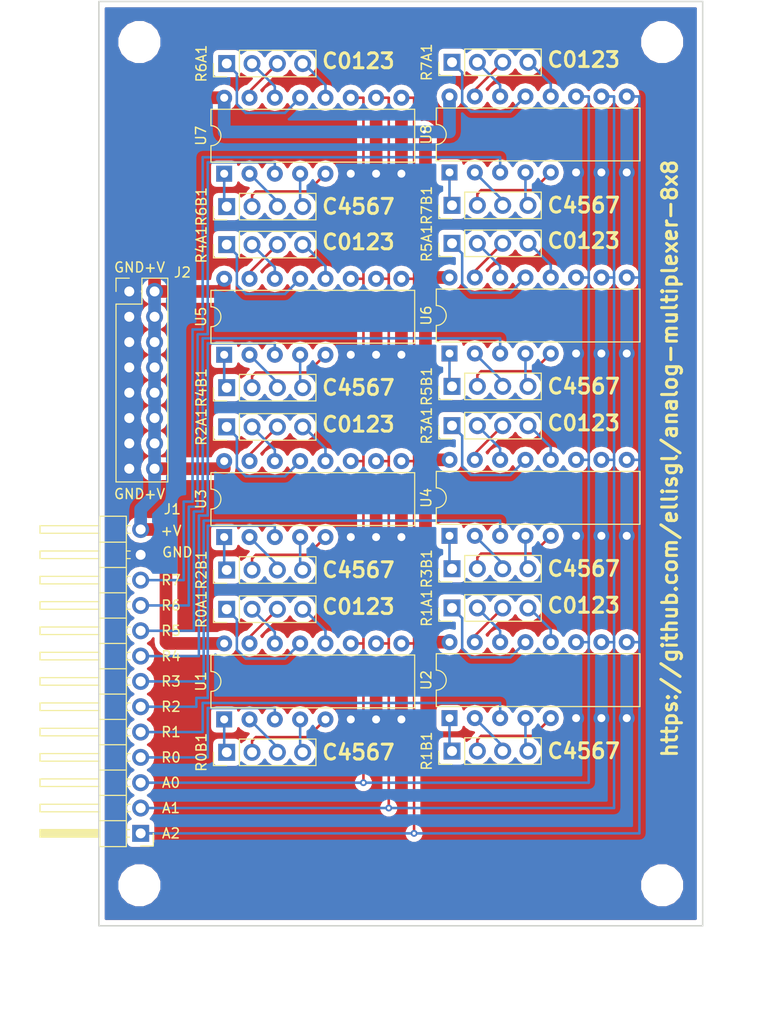
<source format=kicad_pcb>
(kicad_pcb (version 4) (host pcbnew 4.0.7)

  (general
    (links 144)
    (no_connects 0)
    (area 24.181999 45.771999 84.911001 138.632001)
    (thickness 1.6)
    (drawings 45)
    (tracks 445)
    (zones 0)
    (modules 30)
    (nets 78)
  )

  (page A4)
  (layers
    (0 F.Cu signal)
    (31 B.Cu signal)
    (32 B.Adhes user)
    (33 F.Adhes user)
    (34 B.Paste user)
    (35 F.Paste user)
    (36 B.SilkS user)
    (37 F.SilkS user)
    (38 B.Mask user)
    (39 F.Mask user)
    (40 Dwgs.User user)
    (41 Cmts.User user)
    (42 Eco1.User user)
    (43 Eco2.User user)
    (44 Edge.Cuts user)
    (45 Margin user)
    (46 B.CrtYd user)
    (47 F.CrtYd user)
    (48 B.Fab user)
    (49 F.Fab user)
  )

  (setup
    (last_trace_width 1.27)
    (user_trace_width 0.2032)
    (user_trace_width 0.254)
    (user_trace_width 0.381)
    (user_trace_width 0.508)
    (user_trace_width 0.635)
    (user_trace_width 0.762)
    (user_trace_width 1.27)
    (user_trace_width 1.905)
    (trace_clearance 0.1524)
    (zone_clearance 0.508)
    (zone_45_only no)
    (trace_min 0.1524)
    (segment_width 0.2)
    (edge_width 0.15)
    (via_size 0.6858)
    (via_drill 0.3302)
    (via_min_size 0.6858)
    (via_min_drill 0.3302)
    (uvia_size 0.6858)
    (uvia_drill 0.3302)
    (uvias_allowed no)
    (uvia_min_size 0)
    (uvia_min_drill 0)
    (pcb_text_width 0.3)
    (pcb_text_size 1.5 1.5)
    (mod_edge_width 0.15)
    (mod_text_size 1 1)
    (mod_text_width 0.15)
    (pad_size 1.524 1.524)
    (pad_drill 0.762)
    (pad_to_mask_clearance 0.0508)
    (aux_axis_origin 0 0)
    (visible_elements 7FFEFFFF)
    (pcbplotparams
      (layerselection 0x010fc_80000001)
      (usegerberextensions false)
      (excludeedgelayer true)
      (linewidth 0.100000)
      (plotframeref false)
      (viasonmask false)
      (mode 1)
      (useauxorigin false)
      (hpglpennumber 1)
      (hpglpenspeed 20)
      (hpglpendiameter 15)
      (hpglpenoverlay 2)
      (psnegative false)
      (psa4output false)
      (plotreference true)
      (plotvalue true)
      (plotinvisibletext false)
      (padsonsilk false)
      (subtractmaskfromsilk false)
      (outputformat 1)
      (mirror false)
      (drillshape 0)
      (scaleselection 1)
      (outputdirectory ./plots/))
  )

  (net 0 "")
  (net 1 GND)
  (net 2 R0)
  (net 3 R1)
  (net 4 R2)
  (net 5 R3)
  (net 6 R4)
  (net 7 R5)
  (net 8 R6)
  (net 9 R7)
  (net 10 A0)
  (net 11 A1)
  (net 12 A2)
  (net 13 "Net-(R0A1-Pad1)")
  (net 14 "Net-(R0A1-Pad2)")
  (net 15 "Net-(R0A1-Pad3)")
  (net 16 "Net-(R0A1-Pad4)")
  (net 17 "Net-(R0B1-Pad1)")
  (net 18 "Net-(R0B1-Pad2)")
  (net 19 "Net-(R0B1-Pad3)")
  (net 20 "Net-(R0B1-Pad4)")
  (net 21 "Net-(R1A1-Pad1)")
  (net 22 "Net-(R1A1-Pad2)")
  (net 23 "Net-(R1A1-Pad3)")
  (net 24 "Net-(R1A1-Pad4)")
  (net 25 "Net-(R1B1-Pad1)")
  (net 26 "Net-(R1B1-Pad2)")
  (net 27 "Net-(R1B1-Pad3)")
  (net 28 "Net-(R1B1-Pad4)")
  (net 29 "Net-(R2A1-Pad1)")
  (net 30 "Net-(R2A1-Pad2)")
  (net 31 "Net-(R2A1-Pad3)")
  (net 32 "Net-(R2A1-Pad4)")
  (net 33 "Net-(R2B1-Pad1)")
  (net 34 "Net-(R2B1-Pad2)")
  (net 35 "Net-(R2B1-Pad3)")
  (net 36 "Net-(R2B1-Pad4)")
  (net 37 "Net-(R3A1-Pad1)")
  (net 38 "Net-(R3A1-Pad2)")
  (net 39 "Net-(R3A1-Pad3)")
  (net 40 "Net-(R3A1-Pad4)")
  (net 41 "Net-(R3B1-Pad1)")
  (net 42 "Net-(R3B1-Pad2)")
  (net 43 "Net-(R3B1-Pad3)")
  (net 44 "Net-(R3B1-Pad4)")
  (net 45 "Net-(R4A1-Pad1)")
  (net 46 "Net-(R4A1-Pad2)")
  (net 47 "Net-(R4A1-Pad3)")
  (net 48 "Net-(R4A1-Pad4)")
  (net 49 "Net-(R4B1-Pad1)")
  (net 50 "Net-(R4B1-Pad2)")
  (net 51 "Net-(R4B1-Pad3)")
  (net 52 "Net-(R4B1-Pad4)")
  (net 53 "Net-(R5A1-Pad1)")
  (net 54 "Net-(R5A1-Pad2)")
  (net 55 "Net-(R5A1-Pad3)")
  (net 56 "Net-(R5A1-Pad4)")
  (net 57 "Net-(R5B1-Pad1)")
  (net 58 "Net-(R5B1-Pad2)")
  (net 59 "Net-(R5B1-Pad3)")
  (net 60 "Net-(R5B1-Pad4)")
  (net 61 "Net-(R6A1-Pad1)")
  (net 62 "Net-(R6A1-Pad2)")
  (net 63 "Net-(R6A1-Pad3)")
  (net 64 "Net-(R6A1-Pad4)")
  (net 65 "Net-(R6B1-Pad1)")
  (net 66 "Net-(R6B1-Pad2)")
  (net 67 "Net-(R6B1-Pad3)")
  (net 68 "Net-(R6B1-Pad4)")
  (net 69 "Net-(R7A1-Pad1)")
  (net 70 "Net-(R7A1-Pad2)")
  (net 71 "Net-(R7A1-Pad3)")
  (net 72 "Net-(R7A1-Pad4)")
  (net 73 "Net-(R7B1-Pad1)")
  (net 74 "Net-(R7B1-Pad2)")
  (net 75 "Net-(R7B1-Pad3)")
  (net 76 "Net-(R7B1-Pad4)")
  (net 77 VCC)

  (net_class Default "This is the default net class."
    (clearance 0.1524)
    (trace_width 0.1524)
    (via_dia 0.6858)
    (via_drill 0.3302)
    (uvia_dia 0.6858)
    (uvia_drill 0.3302)
    (add_net A0)
    (add_net A1)
    (add_net A2)
    (add_net GND)
    (add_net "Net-(R0A1-Pad1)")
    (add_net "Net-(R0A1-Pad2)")
    (add_net "Net-(R0A1-Pad3)")
    (add_net "Net-(R0A1-Pad4)")
    (add_net "Net-(R0B1-Pad1)")
    (add_net "Net-(R0B1-Pad2)")
    (add_net "Net-(R0B1-Pad3)")
    (add_net "Net-(R0B1-Pad4)")
    (add_net "Net-(R1A1-Pad1)")
    (add_net "Net-(R1A1-Pad2)")
    (add_net "Net-(R1A1-Pad3)")
    (add_net "Net-(R1A1-Pad4)")
    (add_net "Net-(R1B1-Pad1)")
    (add_net "Net-(R1B1-Pad2)")
    (add_net "Net-(R1B1-Pad3)")
    (add_net "Net-(R1B1-Pad4)")
    (add_net "Net-(R2A1-Pad1)")
    (add_net "Net-(R2A1-Pad2)")
    (add_net "Net-(R2A1-Pad3)")
    (add_net "Net-(R2A1-Pad4)")
    (add_net "Net-(R2B1-Pad1)")
    (add_net "Net-(R2B1-Pad2)")
    (add_net "Net-(R2B1-Pad3)")
    (add_net "Net-(R2B1-Pad4)")
    (add_net "Net-(R3A1-Pad1)")
    (add_net "Net-(R3A1-Pad2)")
    (add_net "Net-(R3A1-Pad3)")
    (add_net "Net-(R3A1-Pad4)")
    (add_net "Net-(R3B1-Pad1)")
    (add_net "Net-(R3B1-Pad2)")
    (add_net "Net-(R3B1-Pad3)")
    (add_net "Net-(R3B1-Pad4)")
    (add_net "Net-(R4A1-Pad1)")
    (add_net "Net-(R4A1-Pad2)")
    (add_net "Net-(R4A1-Pad3)")
    (add_net "Net-(R4A1-Pad4)")
    (add_net "Net-(R4B1-Pad1)")
    (add_net "Net-(R4B1-Pad2)")
    (add_net "Net-(R4B1-Pad3)")
    (add_net "Net-(R4B1-Pad4)")
    (add_net "Net-(R5A1-Pad1)")
    (add_net "Net-(R5A1-Pad2)")
    (add_net "Net-(R5A1-Pad3)")
    (add_net "Net-(R5A1-Pad4)")
    (add_net "Net-(R5B1-Pad1)")
    (add_net "Net-(R5B1-Pad2)")
    (add_net "Net-(R5B1-Pad3)")
    (add_net "Net-(R5B1-Pad4)")
    (add_net "Net-(R6A1-Pad1)")
    (add_net "Net-(R6A1-Pad2)")
    (add_net "Net-(R6A1-Pad3)")
    (add_net "Net-(R6A1-Pad4)")
    (add_net "Net-(R6B1-Pad1)")
    (add_net "Net-(R6B1-Pad2)")
    (add_net "Net-(R6B1-Pad3)")
    (add_net "Net-(R6B1-Pad4)")
    (add_net "Net-(R7A1-Pad1)")
    (add_net "Net-(R7A1-Pad2)")
    (add_net "Net-(R7A1-Pad3)")
    (add_net "Net-(R7A1-Pad4)")
    (add_net "Net-(R7B1-Pad1)")
    (add_net "Net-(R7B1-Pad2)")
    (add_net "Net-(R7B1-Pad3)")
    (add_net "Net-(R7B1-Pad4)")
    (add_net R0)
    (add_net R1)
    (add_net R2)
    (add_net R3)
    (add_net R4)
    (add_net R5)
    (add_net R6)
    (add_net R7)
    (add_net VCC)
  )

  (module Pin_Headers:Pin_Header_Straight_1x04_Pitch2.54mm (layer F.Cu) (tedit 5B06FDA1) (tstamp 5B06F95E)
    (at 37.084 66.421 90)
    (descr "Through hole straight pin header, 1x04, 2.54mm pitch, single row")
    (tags "Through hole pin header THT 1x04 2.54mm single row")
    (path /5B20722B)
    (fp_text reference R6B1 (at 0 -2.54 90) (layer F.SilkS)
      (effects (font (size 1 1) (thickness 0.15)))
    )
    (fp_text value Conn_01x04 (at 0 9.95 90) (layer F.Fab)
      (effects (font (size 1 1) (thickness 0.15)))
    )
    (fp_line (start -0.635 -1.27) (end 1.27 -1.27) (layer F.Fab) (width 0.1))
    (fp_line (start 1.27 -1.27) (end 1.27 8.89) (layer F.Fab) (width 0.1))
    (fp_line (start 1.27 8.89) (end -1.27 8.89) (layer F.Fab) (width 0.1))
    (fp_line (start -1.27 8.89) (end -1.27 -0.635) (layer F.Fab) (width 0.1))
    (fp_line (start -1.27 -0.635) (end -0.635 -1.27) (layer F.Fab) (width 0.1))
    (fp_line (start -1.33 8.95) (end 1.33 8.95) (layer F.SilkS) (width 0.12))
    (fp_line (start -1.33 1.27) (end -1.33 8.95) (layer F.SilkS) (width 0.12))
    (fp_line (start 1.33 1.27) (end 1.33 8.95) (layer F.SilkS) (width 0.12))
    (fp_line (start -1.33 1.27) (end 1.33 1.27) (layer F.SilkS) (width 0.12))
    (fp_line (start -1.33 0) (end -1.33 -1.33) (layer F.SilkS) (width 0.12))
    (fp_line (start -1.33 -1.33) (end 0 -1.33) (layer F.SilkS) (width 0.12))
    (fp_line (start -1.8 -1.8) (end -1.8 9.4) (layer F.CrtYd) (width 0.05))
    (fp_line (start -1.8 9.4) (end 1.8 9.4) (layer F.CrtYd) (width 0.05))
    (fp_line (start 1.8 9.4) (end 1.8 -1.8) (layer F.CrtYd) (width 0.05))
    (fp_line (start 1.8 -1.8) (end -1.8 -1.8) (layer F.CrtYd) (width 0.05))
    (fp_text user %R (at 0 3.81 180) (layer F.Fab)
      (effects (font (size 1 1) (thickness 0.15)))
    )
    (pad 1 thru_hole rect (at 0 0 90) (size 1.7 1.7) (drill 1) (layers *.Cu *.Mask)
      (net 65 "Net-(R6B1-Pad1)"))
    (pad 2 thru_hole oval (at 0 2.54 90) (size 1.7 1.7) (drill 1) (layers *.Cu *.Mask)
      (net 66 "Net-(R6B1-Pad2)"))
    (pad 3 thru_hole oval (at 0 5.08 90) (size 1.7 1.7) (drill 1) (layers *.Cu *.Mask)
      (net 67 "Net-(R6B1-Pad3)"))
    (pad 4 thru_hole oval (at 0 7.62 90) (size 1.7 1.7) (drill 1) (layers *.Cu *.Mask)
      (net 68 "Net-(R6B1-Pad4)"))
    (model ${KISYS3DMOD}/Pin_Headers.3dshapes/Pin_Header_Straight_1x04_Pitch2.54mm.wrl
      (at (xyz 0 0 0))
      (scale (xyz 1 1 1))
      (rotate (xyz 0 0 0))
    )
  )

  (module Pin_Headers:Pin_Header_Straight_1x04_Pitch2.54mm (layer F.Cu) (tedit 5B06FDAF) (tstamp 5B06F947)
    (at 37.084 52.07 90)
    (descr "Through hole straight pin header, 1x04, 2.54mm pitch, single row")
    (tags "Through hole pin header THT 1x04 2.54mm single row")
    (path /5B207225)
    (fp_text reference R6A1 (at 0 -2.54 90) (layer F.SilkS)
      (effects (font (size 1 1) (thickness 0.15)))
    )
    (fp_text value Conn_01x04 (at 0 9.95 90) (layer F.Fab)
      (effects (font (size 1 1) (thickness 0.15)))
    )
    (fp_line (start -0.635 -1.27) (end 1.27 -1.27) (layer F.Fab) (width 0.1))
    (fp_line (start 1.27 -1.27) (end 1.27 8.89) (layer F.Fab) (width 0.1))
    (fp_line (start 1.27 8.89) (end -1.27 8.89) (layer F.Fab) (width 0.1))
    (fp_line (start -1.27 8.89) (end -1.27 -0.635) (layer F.Fab) (width 0.1))
    (fp_line (start -1.27 -0.635) (end -0.635 -1.27) (layer F.Fab) (width 0.1))
    (fp_line (start -1.33 8.95) (end 1.33 8.95) (layer F.SilkS) (width 0.12))
    (fp_line (start -1.33 1.27) (end -1.33 8.95) (layer F.SilkS) (width 0.12))
    (fp_line (start 1.33 1.27) (end 1.33 8.95) (layer F.SilkS) (width 0.12))
    (fp_line (start -1.33 1.27) (end 1.33 1.27) (layer F.SilkS) (width 0.12))
    (fp_line (start -1.33 0) (end -1.33 -1.33) (layer F.SilkS) (width 0.12))
    (fp_line (start -1.33 -1.33) (end 0 -1.33) (layer F.SilkS) (width 0.12))
    (fp_line (start -1.8 -1.8) (end -1.8 9.4) (layer F.CrtYd) (width 0.05))
    (fp_line (start -1.8 9.4) (end 1.8 9.4) (layer F.CrtYd) (width 0.05))
    (fp_line (start 1.8 9.4) (end 1.8 -1.8) (layer F.CrtYd) (width 0.05))
    (fp_line (start 1.8 -1.8) (end -1.8 -1.8) (layer F.CrtYd) (width 0.05))
    (fp_text user %R (at 0 3.81 180) (layer F.Fab)
      (effects (font (size 1 1) (thickness 0.15)))
    )
    (pad 1 thru_hole rect (at 0 0 90) (size 1.7 1.7) (drill 1) (layers *.Cu *.Mask)
      (net 61 "Net-(R6A1-Pad1)"))
    (pad 2 thru_hole oval (at 0 2.54 90) (size 1.7 1.7) (drill 1) (layers *.Cu *.Mask)
      (net 62 "Net-(R6A1-Pad2)"))
    (pad 3 thru_hole oval (at 0 5.08 90) (size 1.7 1.7) (drill 1) (layers *.Cu *.Mask)
      (net 63 "Net-(R6A1-Pad3)"))
    (pad 4 thru_hole oval (at 0 7.62 90) (size 1.7 1.7) (drill 1) (layers *.Cu *.Mask)
      (net 64 "Net-(R6A1-Pad4)"))
    (model ${KISYS3DMOD}/Pin_Headers.3dshapes/Pin_Header_Straight_1x04_Pitch2.54mm.wrl
      (at (xyz 0 0 0))
      (scale (xyz 1 1 1))
      (rotate (xyz 0 0 0))
    )
  )

  (module Housings_DIP:DIP-16_W7.62mm (layer F.Cu) (tedit 5B06FCC2) (tstamp 5B06F924)
    (at 36.83 63.119 90)
    (descr "16-lead though-hole mounted DIP package, row spacing 7.62 mm (300 mils)")
    (tags "THT DIP DIL PDIP 2.54mm 7.62mm 300mil")
    (path /5B207215)
    (fp_text reference U7 (at 3.81 -2.33 90) (layer F.SilkS)
      (effects (font (size 1 1) (thickness 0.15)))
    )
    (fp_text value 4051 (at 3.81 20.11 90) (layer F.Fab)
      (effects (font (size 1 1) (thickness 0.15)))
    )
    (fp_arc (start 3.81 -1.33) (end 2.81 -1.33) (angle -180) (layer F.SilkS) (width 0.12))
    (fp_line (start 1.635 -1.27) (end 6.985 -1.27) (layer F.Fab) (width 0.1))
    (fp_line (start 6.985 -1.27) (end 6.985 19.05) (layer F.Fab) (width 0.1))
    (fp_line (start 6.985 19.05) (end 0.635 19.05) (layer F.Fab) (width 0.1))
    (fp_line (start 0.635 19.05) (end 0.635 -0.27) (layer F.Fab) (width 0.1))
    (fp_line (start 0.635 -0.27) (end 1.635 -1.27) (layer F.Fab) (width 0.1))
    (fp_line (start 2.81 -1.33) (end 1.16 -1.33) (layer F.SilkS) (width 0.12))
    (fp_line (start 1.16 -1.33) (end 1.16 19.11) (layer F.SilkS) (width 0.12))
    (fp_line (start 1.16 19.11) (end 6.46 19.11) (layer F.SilkS) (width 0.12))
    (fp_line (start 6.46 19.11) (end 6.46 -1.33) (layer F.SilkS) (width 0.12))
    (fp_line (start 6.46 -1.33) (end 4.81 -1.33) (layer F.SilkS) (width 0.12))
    (fp_line (start -1.1 -1.55) (end -1.1 19.3) (layer F.CrtYd) (width 0.05))
    (fp_line (start -1.1 19.3) (end 8.7 19.3) (layer F.CrtYd) (width 0.05))
    (fp_line (start 8.7 19.3) (end 8.7 -1.55) (layer F.CrtYd) (width 0.05))
    (fp_line (start 8.7 -1.55) (end -1.1 -1.55) (layer F.CrtYd) (width 0.05))
    (fp_text user %R (at 3.81 8.89 90) (layer F.Fab)
      (effects (font (size 1 1) (thickness 0.15)))
    )
    (pad 1 thru_hole rect (at 0 0 90) (size 1.6 1.6) (drill 0.8) (layers *.Cu *.Mask)
      (net 65 "Net-(R6B1-Pad1)"))
    (pad 9 thru_hole oval (at 7.62 17.78 90) (size 1.6 1.6) (drill 0.8) (layers *.Cu *.Mask)
      (net 12 A2))
    (pad 2 thru_hole oval (at 0 2.54 90) (size 1.6 1.6) (drill 0.8) (layers *.Cu *.Mask)
      (net 67 "Net-(R6B1-Pad3)"))
    (pad 10 thru_hole oval (at 7.62 15.24 90) (size 1.6 1.6) (drill 0.8) (layers *.Cu *.Mask)
      (net 11 A1))
    (pad 3 thru_hole oval (at 0 5.08 90) (size 1.6 1.6) (drill 0.8) (layers *.Cu *.Mask)
      (net 8 R6))
    (pad 11 thru_hole oval (at 7.62 12.7 90) (size 1.6 1.6) (drill 0.8) (layers *.Cu *.Mask)
      (net 10 A0))
    (pad 4 thru_hole oval (at 0 7.62 90) (size 1.6 1.6) (drill 0.8) (layers *.Cu *.Mask)
      (net 68 "Net-(R6B1-Pad4)"))
    (pad 12 thru_hole oval (at 7.62 10.16 90) (size 1.6 1.6) (drill 0.8) (layers *.Cu *.Mask)
      (net 64 "Net-(R6A1-Pad4)"))
    (pad 5 thru_hole oval (at 0 10.16 90) (size 1.6 1.6) (drill 0.8) (layers *.Cu *.Mask)
      (net 66 "Net-(R6B1-Pad2)"))
    (pad 13 thru_hole oval (at 7.62 7.62 90) (size 1.6 1.6) (drill 0.8) (layers *.Cu *.Mask)
      (net 61 "Net-(R6A1-Pad1)"))
    (pad 6 thru_hole oval (at 0 12.7 90) (size 1.6 1.6) (drill 0.8) (layers *.Cu *.Mask)
      (net 1 GND))
    (pad 14 thru_hole oval (at 7.62 5.08 90) (size 1.6 1.6) (drill 0.8) (layers *.Cu *.Mask)
      (net 62 "Net-(R6A1-Pad2)"))
    (pad 7 thru_hole oval (at 0 15.24 90) (size 1.6 1.6) (drill 0.8) (layers *.Cu *.Mask)
      (net 1 GND))
    (pad 15 thru_hole oval (at 7.62 2.54 90) (size 1.6 1.6) (drill 0.8) (layers *.Cu *.Mask)
      (net 63 "Net-(R6A1-Pad3)"))
    (pad 8 thru_hole oval (at 0 17.78 90) (size 1.6 1.6) (drill 0.8) (layers *.Cu *.Mask)
      (net 1 GND))
    (pad 16 thru_hole oval (at 7.62 0 90) (size 1.6 1.6) (drill 0.8) (layers *.Cu *.Mask)
      (net 77 VCC))
    (model ${KISYS3DMOD}/Housings_DIP.3dshapes/DIP-16_W7.62mm.wrl
      (at (xyz 0 0 0))
      (scale (xyz 1 1 1))
      (rotate (xyz 0 0 0))
    )
  )

  (module Housings_DIP:DIP-16_W7.62mm (layer F.Cu) (tedit 5B06FCD1) (tstamp 5B06F901)
    (at 59.436 62.992 90)
    (descr "16-lead though-hole mounted DIP package, row spacing 7.62 mm (300 mils)")
    (tags "THT DIP DIL PDIP 2.54mm 7.62mm 300mil")
    (path /5B20723C)
    (fp_text reference U8 (at 3.81 -2.33 90) (layer F.SilkS)
      (effects (font (size 1 1) (thickness 0.15)))
    )
    (fp_text value 4051 (at 3.81 20.11 90) (layer F.Fab)
      (effects (font (size 1 1) (thickness 0.15)))
    )
    (fp_arc (start 3.81 -1.33) (end 2.81 -1.33) (angle -180) (layer F.SilkS) (width 0.12))
    (fp_line (start 1.635 -1.27) (end 6.985 -1.27) (layer F.Fab) (width 0.1))
    (fp_line (start 6.985 -1.27) (end 6.985 19.05) (layer F.Fab) (width 0.1))
    (fp_line (start 6.985 19.05) (end 0.635 19.05) (layer F.Fab) (width 0.1))
    (fp_line (start 0.635 19.05) (end 0.635 -0.27) (layer F.Fab) (width 0.1))
    (fp_line (start 0.635 -0.27) (end 1.635 -1.27) (layer F.Fab) (width 0.1))
    (fp_line (start 2.81 -1.33) (end 1.16 -1.33) (layer F.SilkS) (width 0.12))
    (fp_line (start 1.16 -1.33) (end 1.16 19.11) (layer F.SilkS) (width 0.12))
    (fp_line (start 1.16 19.11) (end 6.46 19.11) (layer F.SilkS) (width 0.12))
    (fp_line (start 6.46 19.11) (end 6.46 -1.33) (layer F.SilkS) (width 0.12))
    (fp_line (start 6.46 -1.33) (end 4.81 -1.33) (layer F.SilkS) (width 0.12))
    (fp_line (start -1.1 -1.55) (end -1.1 19.3) (layer F.CrtYd) (width 0.05))
    (fp_line (start -1.1 19.3) (end 8.7 19.3) (layer F.CrtYd) (width 0.05))
    (fp_line (start 8.7 19.3) (end 8.7 -1.55) (layer F.CrtYd) (width 0.05))
    (fp_line (start 8.7 -1.55) (end -1.1 -1.55) (layer F.CrtYd) (width 0.05))
    (fp_text user %R (at 3.81 8.89 90) (layer F.Fab)
      (effects (font (size 1 1) (thickness 0.15)))
    )
    (pad 1 thru_hole rect (at 0 0 90) (size 1.6 1.6) (drill 0.8) (layers *.Cu *.Mask)
      (net 73 "Net-(R7B1-Pad1)"))
    (pad 9 thru_hole oval (at 7.62 17.78 90) (size 1.6 1.6) (drill 0.8) (layers *.Cu *.Mask)
      (net 12 A2))
    (pad 2 thru_hole oval (at 0 2.54 90) (size 1.6 1.6) (drill 0.8) (layers *.Cu *.Mask)
      (net 75 "Net-(R7B1-Pad3)"))
    (pad 10 thru_hole oval (at 7.62 15.24 90) (size 1.6 1.6) (drill 0.8) (layers *.Cu *.Mask)
      (net 11 A1))
    (pad 3 thru_hole oval (at 0 5.08 90) (size 1.6 1.6) (drill 0.8) (layers *.Cu *.Mask)
      (net 9 R7))
    (pad 11 thru_hole oval (at 7.62 12.7 90) (size 1.6 1.6) (drill 0.8) (layers *.Cu *.Mask)
      (net 10 A0))
    (pad 4 thru_hole oval (at 0 7.62 90) (size 1.6 1.6) (drill 0.8) (layers *.Cu *.Mask)
      (net 76 "Net-(R7B1-Pad4)"))
    (pad 12 thru_hole oval (at 7.62 10.16 90) (size 1.6 1.6) (drill 0.8) (layers *.Cu *.Mask)
      (net 72 "Net-(R7A1-Pad4)"))
    (pad 5 thru_hole oval (at 0 10.16 90) (size 1.6 1.6) (drill 0.8) (layers *.Cu *.Mask)
      (net 74 "Net-(R7B1-Pad2)"))
    (pad 13 thru_hole oval (at 7.62 7.62 90) (size 1.6 1.6) (drill 0.8) (layers *.Cu *.Mask)
      (net 69 "Net-(R7A1-Pad1)"))
    (pad 6 thru_hole oval (at 0 12.7 90) (size 1.6 1.6) (drill 0.8) (layers *.Cu *.Mask)
      (net 1 GND))
    (pad 14 thru_hole oval (at 7.62 5.08 90) (size 1.6 1.6) (drill 0.8) (layers *.Cu *.Mask)
      (net 70 "Net-(R7A1-Pad2)"))
    (pad 7 thru_hole oval (at 0 15.24 90) (size 1.6 1.6) (drill 0.8) (layers *.Cu *.Mask)
      (net 1 GND))
    (pad 15 thru_hole oval (at 7.62 2.54 90) (size 1.6 1.6) (drill 0.8) (layers *.Cu *.Mask)
      (net 71 "Net-(R7A1-Pad3)"))
    (pad 8 thru_hole oval (at 0 17.78 90) (size 1.6 1.6) (drill 0.8) (layers *.Cu *.Mask)
      (net 1 GND))
    (pad 16 thru_hole oval (at 7.62 0 90) (size 1.6 1.6) (drill 0.8) (layers *.Cu *.Mask)
      (net 77 VCC))
    (model ${KISYS3DMOD}/Housings_DIP.3dshapes/DIP-16_W7.62mm.wrl
      (at (xyz 0 0 0))
      (scale (xyz 1 1 1))
      (rotate (xyz 0 0 0))
    )
  )

  (module Pin_Headers:Pin_Header_Straight_1x04_Pitch2.54mm (layer F.Cu) (tedit 5B06FDCB) (tstamp 5B06F8EA)
    (at 59.69 51.943 90)
    (descr "Through hole straight pin header, 1x04, 2.54mm pitch, single row")
    (tags "Through hole pin header THT 1x04 2.54mm single row")
    (path /5B20724C)
    (fp_text reference R7A1 (at 0 -2.54 90) (layer F.SilkS)
      (effects (font (size 1 1) (thickness 0.15)))
    )
    (fp_text value Conn_01x04 (at 0 9.95 90) (layer F.Fab)
      (effects (font (size 1 1) (thickness 0.15)))
    )
    (fp_line (start -0.635 -1.27) (end 1.27 -1.27) (layer F.Fab) (width 0.1))
    (fp_line (start 1.27 -1.27) (end 1.27 8.89) (layer F.Fab) (width 0.1))
    (fp_line (start 1.27 8.89) (end -1.27 8.89) (layer F.Fab) (width 0.1))
    (fp_line (start -1.27 8.89) (end -1.27 -0.635) (layer F.Fab) (width 0.1))
    (fp_line (start -1.27 -0.635) (end -0.635 -1.27) (layer F.Fab) (width 0.1))
    (fp_line (start -1.33 8.95) (end 1.33 8.95) (layer F.SilkS) (width 0.12))
    (fp_line (start -1.33 1.27) (end -1.33 8.95) (layer F.SilkS) (width 0.12))
    (fp_line (start 1.33 1.27) (end 1.33 8.95) (layer F.SilkS) (width 0.12))
    (fp_line (start -1.33 1.27) (end 1.33 1.27) (layer F.SilkS) (width 0.12))
    (fp_line (start -1.33 0) (end -1.33 -1.33) (layer F.SilkS) (width 0.12))
    (fp_line (start -1.33 -1.33) (end 0 -1.33) (layer F.SilkS) (width 0.12))
    (fp_line (start -1.8 -1.8) (end -1.8 9.4) (layer F.CrtYd) (width 0.05))
    (fp_line (start -1.8 9.4) (end 1.8 9.4) (layer F.CrtYd) (width 0.05))
    (fp_line (start 1.8 9.4) (end 1.8 -1.8) (layer F.CrtYd) (width 0.05))
    (fp_line (start 1.8 -1.8) (end -1.8 -1.8) (layer F.CrtYd) (width 0.05))
    (fp_text user %R (at 0 3.81 180) (layer F.Fab)
      (effects (font (size 1 1) (thickness 0.15)))
    )
    (pad 1 thru_hole rect (at 0 0 90) (size 1.7 1.7) (drill 1) (layers *.Cu *.Mask)
      (net 69 "Net-(R7A1-Pad1)"))
    (pad 2 thru_hole oval (at 0 2.54 90) (size 1.7 1.7) (drill 1) (layers *.Cu *.Mask)
      (net 70 "Net-(R7A1-Pad2)"))
    (pad 3 thru_hole oval (at 0 5.08 90) (size 1.7 1.7) (drill 1) (layers *.Cu *.Mask)
      (net 71 "Net-(R7A1-Pad3)"))
    (pad 4 thru_hole oval (at 0 7.62 90) (size 1.7 1.7) (drill 1) (layers *.Cu *.Mask)
      (net 72 "Net-(R7A1-Pad4)"))
    (model ${KISYS3DMOD}/Pin_Headers.3dshapes/Pin_Header_Straight_1x04_Pitch2.54mm.wrl
      (at (xyz 0 0 0))
      (scale (xyz 1 1 1))
      (rotate (xyz 0 0 0))
    )
  )

  (module Pin_Headers:Pin_Header_Straight_1x04_Pitch2.54mm (layer F.Cu) (tedit 5B06FDB9) (tstamp 5B06F8D3)
    (at 59.69 66.294 90)
    (descr "Through hole straight pin header, 1x04, 2.54mm pitch, single row")
    (tags "Through hole pin header THT 1x04 2.54mm single row")
    (path /5B207252)
    (fp_text reference R7B1 (at 0 -2.54 90) (layer F.SilkS)
      (effects (font (size 1 1) (thickness 0.15)))
    )
    (fp_text value Conn_01x04 (at 0 9.95 90) (layer F.Fab)
      (effects (font (size 1 1) (thickness 0.15)))
    )
    (fp_line (start -0.635 -1.27) (end 1.27 -1.27) (layer F.Fab) (width 0.1))
    (fp_line (start 1.27 -1.27) (end 1.27 8.89) (layer F.Fab) (width 0.1))
    (fp_line (start 1.27 8.89) (end -1.27 8.89) (layer F.Fab) (width 0.1))
    (fp_line (start -1.27 8.89) (end -1.27 -0.635) (layer F.Fab) (width 0.1))
    (fp_line (start -1.27 -0.635) (end -0.635 -1.27) (layer F.Fab) (width 0.1))
    (fp_line (start -1.33 8.95) (end 1.33 8.95) (layer F.SilkS) (width 0.12))
    (fp_line (start -1.33 1.27) (end -1.33 8.95) (layer F.SilkS) (width 0.12))
    (fp_line (start 1.33 1.27) (end 1.33 8.95) (layer F.SilkS) (width 0.12))
    (fp_line (start -1.33 1.27) (end 1.33 1.27) (layer F.SilkS) (width 0.12))
    (fp_line (start -1.33 0) (end -1.33 -1.33) (layer F.SilkS) (width 0.12))
    (fp_line (start -1.33 -1.33) (end 0 -1.33) (layer F.SilkS) (width 0.12))
    (fp_line (start -1.8 -1.8) (end -1.8 9.4) (layer F.CrtYd) (width 0.05))
    (fp_line (start -1.8 9.4) (end 1.8 9.4) (layer F.CrtYd) (width 0.05))
    (fp_line (start 1.8 9.4) (end 1.8 -1.8) (layer F.CrtYd) (width 0.05))
    (fp_line (start 1.8 -1.8) (end -1.8 -1.8) (layer F.CrtYd) (width 0.05))
    (fp_text user %R (at 0 3.81 180) (layer F.Fab)
      (effects (font (size 1 1) (thickness 0.15)))
    )
    (pad 1 thru_hole rect (at 0 0 90) (size 1.7 1.7) (drill 1) (layers *.Cu *.Mask)
      (net 73 "Net-(R7B1-Pad1)"))
    (pad 2 thru_hole oval (at 0 2.54 90) (size 1.7 1.7) (drill 1) (layers *.Cu *.Mask)
      (net 74 "Net-(R7B1-Pad2)"))
    (pad 3 thru_hole oval (at 0 5.08 90) (size 1.7 1.7) (drill 1) (layers *.Cu *.Mask)
      (net 75 "Net-(R7B1-Pad3)"))
    (pad 4 thru_hole oval (at 0 7.62 90) (size 1.7 1.7) (drill 1) (layers *.Cu *.Mask)
      (net 76 "Net-(R7B1-Pad4)"))
    (model ${KISYS3DMOD}/Pin_Headers.3dshapes/Pin_Header_Straight_1x04_Pitch2.54mm.wrl
      (at (xyz 0 0 0))
      (scale (xyz 1 1 1))
      (rotate (xyz 0 0 0))
    )
  )

  (module Pin_Headers:Pin_Header_Straight_1x04_Pitch2.54mm (layer F.Cu) (tedit 5B06FD4E) (tstamp 5B06F86D)
    (at 37.084 84.582 90)
    (descr "Through hole straight pin header, 1x04, 2.54mm pitch, single row")
    (tags "Through hole pin header THT 1x04 2.54mm single row")
    (path /5B2071DD)
    (fp_text reference R4B1 (at 0 -2.54 90) (layer F.SilkS)
      (effects (font (size 1 1) (thickness 0.15)))
    )
    (fp_text value Conn_01x04 (at 0 9.95 90) (layer F.Fab)
      (effects (font (size 1 1) (thickness 0.15)))
    )
    (fp_line (start -0.635 -1.27) (end 1.27 -1.27) (layer F.Fab) (width 0.1))
    (fp_line (start 1.27 -1.27) (end 1.27 8.89) (layer F.Fab) (width 0.1))
    (fp_line (start 1.27 8.89) (end -1.27 8.89) (layer F.Fab) (width 0.1))
    (fp_line (start -1.27 8.89) (end -1.27 -0.635) (layer F.Fab) (width 0.1))
    (fp_line (start -1.27 -0.635) (end -0.635 -1.27) (layer F.Fab) (width 0.1))
    (fp_line (start -1.33 8.95) (end 1.33 8.95) (layer F.SilkS) (width 0.12))
    (fp_line (start -1.33 1.27) (end -1.33 8.95) (layer F.SilkS) (width 0.12))
    (fp_line (start 1.33 1.27) (end 1.33 8.95) (layer F.SilkS) (width 0.12))
    (fp_line (start -1.33 1.27) (end 1.33 1.27) (layer F.SilkS) (width 0.12))
    (fp_line (start -1.33 0) (end -1.33 -1.33) (layer F.SilkS) (width 0.12))
    (fp_line (start -1.33 -1.33) (end 0 -1.33) (layer F.SilkS) (width 0.12))
    (fp_line (start -1.8 -1.8) (end -1.8 9.4) (layer F.CrtYd) (width 0.05))
    (fp_line (start -1.8 9.4) (end 1.8 9.4) (layer F.CrtYd) (width 0.05))
    (fp_line (start 1.8 9.4) (end 1.8 -1.8) (layer F.CrtYd) (width 0.05))
    (fp_line (start 1.8 -1.8) (end -1.8 -1.8) (layer F.CrtYd) (width 0.05))
    (fp_text user %R (at 0 3.81 180) (layer F.Fab)
      (effects (font (size 1 1) (thickness 0.15)))
    )
    (pad 1 thru_hole rect (at 0 0 90) (size 1.7 1.7) (drill 1) (layers *.Cu *.Mask)
      (net 49 "Net-(R4B1-Pad1)"))
    (pad 2 thru_hole oval (at 0 2.54 90) (size 1.7 1.7) (drill 1) (layers *.Cu *.Mask)
      (net 50 "Net-(R4B1-Pad2)"))
    (pad 3 thru_hole oval (at 0 5.08 90) (size 1.7 1.7) (drill 1) (layers *.Cu *.Mask)
      (net 51 "Net-(R4B1-Pad3)"))
    (pad 4 thru_hole oval (at 0 7.62 90) (size 1.7 1.7) (drill 1) (layers *.Cu *.Mask)
      (net 52 "Net-(R4B1-Pad4)"))
    (model ${KISYS3DMOD}/Pin_Headers.3dshapes/Pin_Header_Straight_1x04_Pitch2.54mm.wrl
      (at (xyz 0 0 0))
      (scale (xyz 1 1 1))
      (rotate (xyz 0 0 0))
    )
  )

  (module Pin_Headers:Pin_Header_Straight_1x04_Pitch2.54mm (layer F.Cu) (tedit 5B06FD60) (tstamp 5B06F856)
    (at 37.084 70.231 90)
    (descr "Through hole straight pin header, 1x04, 2.54mm pitch, single row")
    (tags "Through hole pin header THT 1x04 2.54mm single row")
    (path /5B2071D7)
    (fp_text reference R4A1 (at 0 -2.54 90) (layer F.SilkS)
      (effects (font (size 1 1) (thickness 0.15)))
    )
    (fp_text value Conn_01x04 (at 0 9.95 90) (layer F.Fab)
      (effects (font (size 1 1) (thickness 0.15)))
    )
    (fp_line (start -0.635 -1.27) (end 1.27 -1.27) (layer F.Fab) (width 0.1))
    (fp_line (start 1.27 -1.27) (end 1.27 8.89) (layer F.Fab) (width 0.1))
    (fp_line (start 1.27 8.89) (end -1.27 8.89) (layer F.Fab) (width 0.1))
    (fp_line (start -1.27 8.89) (end -1.27 -0.635) (layer F.Fab) (width 0.1))
    (fp_line (start -1.27 -0.635) (end -0.635 -1.27) (layer F.Fab) (width 0.1))
    (fp_line (start -1.33 8.95) (end 1.33 8.95) (layer F.SilkS) (width 0.12))
    (fp_line (start -1.33 1.27) (end -1.33 8.95) (layer F.SilkS) (width 0.12))
    (fp_line (start 1.33 1.27) (end 1.33 8.95) (layer F.SilkS) (width 0.12))
    (fp_line (start -1.33 1.27) (end 1.33 1.27) (layer F.SilkS) (width 0.12))
    (fp_line (start -1.33 0) (end -1.33 -1.33) (layer F.SilkS) (width 0.12))
    (fp_line (start -1.33 -1.33) (end 0 -1.33) (layer F.SilkS) (width 0.12))
    (fp_line (start -1.8 -1.8) (end -1.8 9.4) (layer F.CrtYd) (width 0.05))
    (fp_line (start -1.8 9.4) (end 1.8 9.4) (layer F.CrtYd) (width 0.05))
    (fp_line (start 1.8 9.4) (end 1.8 -1.8) (layer F.CrtYd) (width 0.05))
    (fp_line (start 1.8 -1.8) (end -1.8 -1.8) (layer F.CrtYd) (width 0.05))
    (fp_text user %R (at 0 3.81 180) (layer F.Fab)
      (effects (font (size 1 1) (thickness 0.15)))
    )
    (pad 1 thru_hole rect (at 0 0 90) (size 1.7 1.7) (drill 1) (layers *.Cu *.Mask)
      (net 45 "Net-(R4A1-Pad1)"))
    (pad 2 thru_hole oval (at 0 2.54 90) (size 1.7 1.7) (drill 1) (layers *.Cu *.Mask)
      (net 46 "Net-(R4A1-Pad2)"))
    (pad 3 thru_hole oval (at 0 5.08 90) (size 1.7 1.7) (drill 1) (layers *.Cu *.Mask)
      (net 47 "Net-(R4A1-Pad3)"))
    (pad 4 thru_hole oval (at 0 7.62 90) (size 1.7 1.7) (drill 1) (layers *.Cu *.Mask)
      (net 48 "Net-(R4A1-Pad4)"))
    (model ${KISYS3DMOD}/Pin_Headers.3dshapes/Pin_Header_Straight_1x04_Pitch2.54mm.wrl
      (at (xyz 0 0 0))
      (scale (xyz 1 1 1))
      (rotate (xyz 0 0 0))
    )
  )

  (module Housings_DIP:DIP-16_W7.62mm (layer F.Cu) (tedit 5B06FCA3) (tstamp 5B06F833)
    (at 36.83 81.28 90)
    (descr "16-lead though-hole mounted DIP package, row spacing 7.62 mm (300 mils)")
    (tags "THT DIP DIL PDIP 2.54mm 7.62mm 300mil")
    (path /5B2071C7)
    (fp_text reference U5 (at 3.81 -2.33 90) (layer F.SilkS)
      (effects (font (size 1 1) (thickness 0.15)))
    )
    (fp_text value 4051 (at 3.81 20.11 90) (layer F.Fab)
      (effects (font (size 1 1) (thickness 0.15)))
    )
    (fp_arc (start 3.81 -1.33) (end 2.81 -1.33) (angle -180) (layer F.SilkS) (width 0.12))
    (fp_line (start 1.635 -1.27) (end 6.985 -1.27) (layer F.Fab) (width 0.1))
    (fp_line (start 6.985 -1.27) (end 6.985 19.05) (layer F.Fab) (width 0.1))
    (fp_line (start 6.985 19.05) (end 0.635 19.05) (layer F.Fab) (width 0.1))
    (fp_line (start 0.635 19.05) (end 0.635 -0.27) (layer F.Fab) (width 0.1))
    (fp_line (start 0.635 -0.27) (end 1.635 -1.27) (layer F.Fab) (width 0.1))
    (fp_line (start 2.81 -1.33) (end 1.16 -1.33) (layer F.SilkS) (width 0.12))
    (fp_line (start 1.16 -1.33) (end 1.16 19.11) (layer F.SilkS) (width 0.12))
    (fp_line (start 1.16 19.11) (end 6.46 19.11) (layer F.SilkS) (width 0.12))
    (fp_line (start 6.46 19.11) (end 6.46 -1.33) (layer F.SilkS) (width 0.12))
    (fp_line (start 6.46 -1.33) (end 4.81 -1.33) (layer F.SilkS) (width 0.12))
    (fp_line (start -1.1 -1.55) (end -1.1 19.3) (layer F.CrtYd) (width 0.05))
    (fp_line (start -1.1 19.3) (end 8.7 19.3) (layer F.CrtYd) (width 0.05))
    (fp_line (start 8.7 19.3) (end 8.7 -1.55) (layer F.CrtYd) (width 0.05))
    (fp_line (start 8.7 -1.55) (end -1.1 -1.55) (layer F.CrtYd) (width 0.05))
    (fp_text user %R (at 3.81 8.89 90) (layer F.Fab)
      (effects (font (size 1 1) (thickness 0.15)))
    )
    (pad 1 thru_hole rect (at 0 0 90) (size 1.6 1.6) (drill 0.8) (layers *.Cu *.Mask)
      (net 49 "Net-(R4B1-Pad1)"))
    (pad 9 thru_hole oval (at 7.62 17.78 90) (size 1.6 1.6) (drill 0.8) (layers *.Cu *.Mask)
      (net 12 A2))
    (pad 2 thru_hole oval (at 0 2.54 90) (size 1.6 1.6) (drill 0.8) (layers *.Cu *.Mask)
      (net 51 "Net-(R4B1-Pad3)"))
    (pad 10 thru_hole oval (at 7.62 15.24 90) (size 1.6 1.6) (drill 0.8) (layers *.Cu *.Mask)
      (net 11 A1))
    (pad 3 thru_hole oval (at 0 5.08 90) (size 1.6 1.6) (drill 0.8) (layers *.Cu *.Mask)
      (net 6 R4))
    (pad 11 thru_hole oval (at 7.62 12.7 90) (size 1.6 1.6) (drill 0.8) (layers *.Cu *.Mask)
      (net 10 A0))
    (pad 4 thru_hole oval (at 0 7.62 90) (size 1.6 1.6) (drill 0.8) (layers *.Cu *.Mask)
      (net 52 "Net-(R4B1-Pad4)"))
    (pad 12 thru_hole oval (at 7.62 10.16 90) (size 1.6 1.6) (drill 0.8) (layers *.Cu *.Mask)
      (net 48 "Net-(R4A1-Pad4)"))
    (pad 5 thru_hole oval (at 0 10.16 90) (size 1.6 1.6) (drill 0.8) (layers *.Cu *.Mask)
      (net 50 "Net-(R4B1-Pad2)"))
    (pad 13 thru_hole oval (at 7.62 7.62 90) (size 1.6 1.6) (drill 0.8) (layers *.Cu *.Mask)
      (net 45 "Net-(R4A1-Pad1)"))
    (pad 6 thru_hole oval (at 0 12.7 90) (size 1.6 1.6) (drill 0.8) (layers *.Cu *.Mask)
      (net 1 GND))
    (pad 14 thru_hole oval (at 7.62 5.08 90) (size 1.6 1.6) (drill 0.8) (layers *.Cu *.Mask)
      (net 46 "Net-(R4A1-Pad2)"))
    (pad 7 thru_hole oval (at 0 15.24 90) (size 1.6 1.6) (drill 0.8) (layers *.Cu *.Mask)
      (net 1 GND))
    (pad 15 thru_hole oval (at 7.62 2.54 90) (size 1.6 1.6) (drill 0.8) (layers *.Cu *.Mask)
      (net 47 "Net-(R4A1-Pad3)"))
    (pad 8 thru_hole oval (at 0 17.78 90) (size 1.6 1.6) (drill 0.8) (layers *.Cu *.Mask)
      (net 1 GND))
    (pad 16 thru_hole oval (at 7.62 0 90) (size 1.6 1.6) (drill 0.8) (layers *.Cu *.Mask)
      (net 77 VCC))
    (model ${KISYS3DMOD}/Housings_DIP.3dshapes/DIP-16_W7.62mm.wrl
      (at (xyz 0 0 0))
      (scale (xyz 1 1 1))
      (rotate (xyz 0 0 0))
    )
  )

  (module Housings_DIP:DIP-16_W7.62mm (layer F.Cu) (tedit 5B06FCB4) (tstamp 5B06F810)
    (at 59.436 81.153 90)
    (descr "16-lead though-hole mounted DIP package, row spacing 7.62 mm (300 mils)")
    (tags "THT DIP DIL PDIP 2.54mm 7.62mm 300mil")
    (path /5B2071EE)
    (fp_text reference U6 (at 3.81 -2.33 90) (layer F.SilkS)
      (effects (font (size 1 1) (thickness 0.15)))
    )
    (fp_text value 4051 (at 3.81 20.11 90) (layer F.Fab)
      (effects (font (size 1 1) (thickness 0.15)))
    )
    (fp_arc (start 3.81 -1.33) (end 2.81 -1.33) (angle -180) (layer F.SilkS) (width 0.12))
    (fp_line (start 1.635 -1.27) (end 6.985 -1.27) (layer F.Fab) (width 0.1))
    (fp_line (start 6.985 -1.27) (end 6.985 19.05) (layer F.Fab) (width 0.1))
    (fp_line (start 6.985 19.05) (end 0.635 19.05) (layer F.Fab) (width 0.1))
    (fp_line (start 0.635 19.05) (end 0.635 -0.27) (layer F.Fab) (width 0.1))
    (fp_line (start 0.635 -0.27) (end 1.635 -1.27) (layer F.Fab) (width 0.1))
    (fp_line (start 2.81 -1.33) (end 1.16 -1.33) (layer F.SilkS) (width 0.12))
    (fp_line (start 1.16 -1.33) (end 1.16 19.11) (layer F.SilkS) (width 0.12))
    (fp_line (start 1.16 19.11) (end 6.46 19.11) (layer F.SilkS) (width 0.12))
    (fp_line (start 6.46 19.11) (end 6.46 -1.33) (layer F.SilkS) (width 0.12))
    (fp_line (start 6.46 -1.33) (end 4.81 -1.33) (layer F.SilkS) (width 0.12))
    (fp_line (start -1.1 -1.55) (end -1.1 19.3) (layer F.CrtYd) (width 0.05))
    (fp_line (start -1.1 19.3) (end 8.7 19.3) (layer F.CrtYd) (width 0.05))
    (fp_line (start 8.7 19.3) (end 8.7 -1.55) (layer F.CrtYd) (width 0.05))
    (fp_line (start 8.7 -1.55) (end -1.1 -1.55) (layer F.CrtYd) (width 0.05))
    (fp_text user %R (at 3.81 8.89 90) (layer F.Fab)
      (effects (font (size 1 1) (thickness 0.15)))
    )
    (pad 1 thru_hole rect (at 0 0 90) (size 1.6 1.6) (drill 0.8) (layers *.Cu *.Mask)
      (net 57 "Net-(R5B1-Pad1)"))
    (pad 9 thru_hole oval (at 7.62 17.78 90) (size 1.6 1.6) (drill 0.8) (layers *.Cu *.Mask)
      (net 12 A2))
    (pad 2 thru_hole oval (at 0 2.54 90) (size 1.6 1.6) (drill 0.8) (layers *.Cu *.Mask)
      (net 59 "Net-(R5B1-Pad3)"))
    (pad 10 thru_hole oval (at 7.62 15.24 90) (size 1.6 1.6) (drill 0.8) (layers *.Cu *.Mask)
      (net 11 A1))
    (pad 3 thru_hole oval (at 0 5.08 90) (size 1.6 1.6) (drill 0.8) (layers *.Cu *.Mask)
      (net 7 R5))
    (pad 11 thru_hole oval (at 7.62 12.7 90) (size 1.6 1.6) (drill 0.8) (layers *.Cu *.Mask)
      (net 10 A0))
    (pad 4 thru_hole oval (at 0 7.62 90) (size 1.6 1.6) (drill 0.8) (layers *.Cu *.Mask)
      (net 60 "Net-(R5B1-Pad4)"))
    (pad 12 thru_hole oval (at 7.62 10.16 90) (size 1.6 1.6) (drill 0.8) (layers *.Cu *.Mask)
      (net 56 "Net-(R5A1-Pad4)"))
    (pad 5 thru_hole oval (at 0 10.16 90) (size 1.6 1.6) (drill 0.8) (layers *.Cu *.Mask)
      (net 58 "Net-(R5B1-Pad2)"))
    (pad 13 thru_hole oval (at 7.62 7.62 90) (size 1.6 1.6) (drill 0.8) (layers *.Cu *.Mask)
      (net 53 "Net-(R5A1-Pad1)"))
    (pad 6 thru_hole oval (at 0 12.7 90) (size 1.6 1.6) (drill 0.8) (layers *.Cu *.Mask)
      (net 1 GND))
    (pad 14 thru_hole oval (at 7.62 5.08 90) (size 1.6 1.6) (drill 0.8) (layers *.Cu *.Mask)
      (net 54 "Net-(R5A1-Pad2)"))
    (pad 7 thru_hole oval (at 0 15.24 90) (size 1.6 1.6) (drill 0.8) (layers *.Cu *.Mask)
      (net 1 GND))
    (pad 15 thru_hole oval (at 7.62 2.54 90) (size 1.6 1.6) (drill 0.8) (layers *.Cu *.Mask)
      (net 55 "Net-(R5A1-Pad3)"))
    (pad 8 thru_hole oval (at 0 17.78 90) (size 1.6 1.6) (drill 0.8) (layers *.Cu *.Mask)
      (net 1 GND))
    (pad 16 thru_hole oval (at 7.62 0 90) (size 1.6 1.6) (drill 0.8) (layers *.Cu *.Mask)
      (net 77 VCC))
    (model ${KISYS3DMOD}/Housings_DIP.3dshapes/DIP-16_W7.62mm.wrl
      (at (xyz 0 0 0))
      (scale (xyz 1 1 1))
      (rotate (xyz 0 0 0))
    )
  )

  (module Pin_Headers:Pin_Header_Straight_1x04_Pitch2.54mm (layer F.Cu) (tedit 5B06FD79) (tstamp 5B06F7F9)
    (at 59.69 70.104 90)
    (descr "Through hole straight pin header, 1x04, 2.54mm pitch, single row")
    (tags "Through hole pin header THT 1x04 2.54mm single row")
    (path /5B2071FE)
    (fp_text reference R5A1 (at 0 -2.54 90) (layer F.SilkS)
      (effects (font (size 1 1) (thickness 0.15)))
    )
    (fp_text value Conn_01x04 (at 0 9.95 90) (layer F.Fab)
      (effects (font (size 1 1) (thickness 0.15)))
    )
    (fp_line (start -0.635 -1.27) (end 1.27 -1.27) (layer F.Fab) (width 0.1))
    (fp_line (start 1.27 -1.27) (end 1.27 8.89) (layer F.Fab) (width 0.1))
    (fp_line (start 1.27 8.89) (end -1.27 8.89) (layer F.Fab) (width 0.1))
    (fp_line (start -1.27 8.89) (end -1.27 -0.635) (layer F.Fab) (width 0.1))
    (fp_line (start -1.27 -0.635) (end -0.635 -1.27) (layer F.Fab) (width 0.1))
    (fp_line (start -1.33 8.95) (end 1.33 8.95) (layer F.SilkS) (width 0.12))
    (fp_line (start -1.33 1.27) (end -1.33 8.95) (layer F.SilkS) (width 0.12))
    (fp_line (start 1.33 1.27) (end 1.33 8.95) (layer F.SilkS) (width 0.12))
    (fp_line (start -1.33 1.27) (end 1.33 1.27) (layer F.SilkS) (width 0.12))
    (fp_line (start -1.33 0) (end -1.33 -1.33) (layer F.SilkS) (width 0.12))
    (fp_line (start -1.33 -1.33) (end 0 -1.33) (layer F.SilkS) (width 0.12))
    (fp_line (start -1.8 -1.8) (end -1.8 9.4) (layer F.CrtYd) (width 0.05))
    (fp_line (start -1.8 9.4) (end 1.8 9.4) (layer F.CrtYd) (width 0.05))
    (fp_line (start 1.8 9.4) (end 1.8 -1.8) (layer F.CrtYd) (width 0.05))
    (fp_line (start 1.8 -1.8) (end -1.8 -1.8) (layer F.CrtYd) (width 0.05))
    (fp_text user %R (at 0 3.81 180) (layer F.Fab)
      (effects (font (size 1 1) (thickness 0.15)))
    )
    (pad 1 thru_hole rect (at 0 0 90) (size 1.7 1.7) (drill 1) (layers *.Cu *.Mask)
      (net 53 "Net-(R5A1-Pad1)"))
    (pad 2 thru_hole oval (at 0 2.54 90) (size 1.7 1.7) (drill 1) (layers *.Cu *.Mask)
      (net 54 "Net-(R5A1-Pad2)"))
    (pad 3 thru_hole oval (at 0 5.08 90) (size 1.7 1.7) (drill 1) (layers *.Cu *.Mask)
      (net 55 "Net-(R5A1-Pad3)"))
    (pad 4 thru_hole oval (at 0 7.62 90) (size 1.7 1.7) (drill 1) (layers *.Cu *.Mask)
      (net 56 "Net-(R5A1-Pad4)"))
    (model ${KISYS3DMOD}/Pin_Headers.3dshapes/Pin_Header_Straight_1x04_Pitch2.54mm.wrl
      (at (xyz 0 0 0))
      (scale (xyz 1 1 1))
      (rotate (xyz 0 0 0))
    )
  )

  (module Pin_Headers:Pin_Header_Straight_1x04_Pitch2.54mm (layer F.Cu) (tedit 5B06FD6D) (tstamp 5B06F7E2)
    (at 59.69 84.455 90)
    (descr "Through hole straight pin header, 1x04, 2.54mm pitch, single row")
    (tags "Through hole pin header THT 1x04 2.54mm single row")
    (path /5B207204)
    (fp_text reference R5B1 (at 0 -2.54 90) (layer F.SilkS)
      (effects (font (size 1 1) (thickness 0.15)))
    )
    (fp_text value Conn_01x04 (at 0 9.95 90) (layer F.Fab)
      (effects (font (size 1 1) (thickness 0.15)))
    )
    (fp_line (start -0.635 -1.27) (end 1.27 -1.27) (layer F.Fab) (width 0.1))
    (fp_line (start 1.27 -1.27) (end 1.27 8.89) (layer F.Fab) (width 0.1))
    (fp_line (start 1.27 8.89) (end -1.27 8.89) (layer F.Fab) (width 0.1))
    (fp_line (start -1.27 8.89) (end -1.27 -0.635) (layer F.Fab) (width 0.1))
    (fp_line (start -1.27 -0.635) (end -0.635 -1.27) (layer F.Fab) (width 0.1))
    (fp_line (start -1.33 8.95) (end 1.33 8.95) (layer F.SilkS) (width 0.12))
    (fp_line (start -1.33 1.27) (end -1.33 8.95) (layer F.SilkS) (width 0.12))
    (fp_line (start 1.33 1.27) (end 1.33 8.95) (layer F.SilkS) (width 0.12))
    (fp_line (start -1.33 1.27) (end 1.33 1.27) (layer F.SilkS) (width 0.12))
    (fp_line (start -1.33 0) (end -1.33 -1.33) (layer F.SilkS) (width 0.12))
    (fp_line (start -1.33 -1.33) (end 0 -1.33) (layer F.SilkS) (width 0.12))
    (fp_line (start -1.8 -1.8) (end -1.8 9.4) (layer F.CrtYd) (width 0.05))
    (fp_line (start -1.8 9.4) (end 1.8 9.4) (layer F.CrtYd) (width 0.05))
    (fp_line (start 1.8 9.4) (end 1.8 -1.8) (layer F.CrtYd) (width 0.05))
    (fp_line (start 1.8 -1.8) (end -1.8 -1.8) (layer F.CrtYd) (width 0.05))
    (fp_text user %R (at 0 3.81 180) (layer F.Fab)
      (effects (font (size 1 1) (thickness 0.15)))
    )
    (pad 1 thru_hole rect (at 0 0 90) (size 1.7 1.7) (drill 1) (layers *.Cu *.Mask)
      (net 57 "Net-(R5B1-Pad1)"))
    (pad 2 thru_hole oval (at 0 2.54 90) (size 1.7 1.7) (drill 1) (layers *.Cu *.Mask)
      (net 58 "Net-(R5B1-Pad2)"))
    (pad 3 thru_hole oval (at 0 5.08 90) (size 1.7 1.7) (drill 1) (layers *.Cu *.Mask)
      (net 59 "Net-(R5B1-Pad3)"))
    (pad 4 thru_hole oval (at 0 7.62 90) (size 1.7 1.7) (drill 1) (layers *.Cu *.Mask)
      (net 60 "Net-(R5B1-Pad4)"))
    (model ${KISYS3DMOD}/Pin_Headers.3dshapes/Pin_Header_Straight_1x04_Pitch2.54mm.wrl
      (at (xyz 0 0 0))
      (scale (xyz 1 1 1))
      (rotate (xyz 0 0 0))
    )
  )

  (module Pin_Headers:Pin_Header_Straight_1x04_Pitch2.54mm (layer F.Cu) (tedit 5B06FD1D) (tstamp 5B06F69E)
    (at 37.084 102.87 90)
    (descr "Through hole straight pin header, 1x04, 2.54mm pitch, single row")
    (tags "Through hole pin header THT 1x04 2.54mm single row")
    (path /5B206E12)
    (fp_text reference R2B1 (at 0 -2.54 90) (layer F.SilkS)
      (effects (font (size 1 1) (thickness 0.15)))
    )
    (fp_text value Conn_01x04 (at 0 9.95 90) (layer F.Fab)
      (effects (font (size 1 1) (thickness 0.15)))
    )
    (fp_line (start -0.635 -1.27) (end 1.27 -1.27) (layer F.Fab) (width 0.1))
    (fp_line (start 1.27 -1.27) (end 1.27 8.89) (layer F.Fab) (width 0.1))
    (fp_line (start 1.27 8.89) (end -1.27 8.89) (layer F.Fab) (width 0.1))
    (fp_line (start -1.27 8.89) (end -1.27 -0.635) (layer F.Fab) (width 0.1))
    (fp_line (start -1.27 -0.635) (end -0.635 -1.27) (layer F.Fab) (width 0.1))
    (fp_line (start -1.33 8.95) (end 1.33 8.95) (layer F.SilkS) (width 0.12))
    (fp_line (start -1.33 1.27) (end -1.33 8.95) (layer F.SilkS) (width 0.12))
    (fp_line (start 1.33 1.27) (end 1.33 8.95) (layer F.SilkS) (width 0.12))
    (fp_line (start -1.33 1.27) (end 1.33 1.27) (layer F.SilkS) (width 0.12))
    (fp_line (start -1.33 0) (end -1.33 -1.33) (layer F.SilkS) (width 0.12))
    (fp_line (start -1.33 -1.33) (end 0 -1.33) (layer F.SilkS) (width 0.12))
    (fp_line (start -1.8 -1.8) (end -1.8 9.4) (layer F.CrtYd) (width 0.05))
    (fp_line (start -1.8 9.4) (end 1.8 9.4) (layer F.CrtYd) (width 0.05))
    (fp_line (start 1.8 9.4) (end 1.8 -1.8) (layer F.CrtYd) (width 0.05))
    (fp_line (start 1.8 -1.8) (end -1.8 -1.8) (layer F.CrtYd) (width 0.05))
    (fp_text user %R (at 0 3.81 180) (layer F.Fab)
      (effects (font (size 1 1) (thickness 0.15)))
    )
    (pad 1 thru_hole rect (at 0 0 90) (size 1.7 1.7) (drill 1) (layers *.Cu *.Mask)
      (net 33 "Net-(R2B1-Pad1)"))
    (pad 2 thru_hole oval (at 0 2.54 90) (size 1.7 1.7) (drill 1) (layers *.Cu *.Mask)
      (net 34 "Net-(R2B1-Pad2)"))
    (pad 3 thru_hole oval (at 0 5.08 90) (size 1.7 1.7) (drill 1) (layers *.Cu *.Mask)
      (net 35 "Net-(R2B1-Pad3)"))
    (pad 4 thru_hole oval (at 0 7.62 90) (size 1.7 1.7) (drill 1) (layers *.Cu *.Mask)
      (net 36 "Net-(R2B1-Pad4)"))
    (model ${KISYS3DMOD}/Pin_Headers.3dshapes/Pin_Header_Straight_1x04_Pitch2.54mm.wrl
      (at (xyz 0 0 0))
      (scale (xyz 1 1 1))
      (rotate (xyz 0 0 0))
    )
  )

  (module Pin_Headers:Pin_Header_Straight_1x04_Pitch2.54mm (layer F.Cu) (tedit 5B06FD29) (tstamp 5B06F687)
    (at 37.084 88.519 90)
    (descr "Through hole straight pin header, 1x04, 2.54mm pitch, single row")
    (tags "Through hole pin header THT 1x04 2.54mm single row")
    (path /5B206E0C)
    (fp_text reference R2A1 (at 0 -2.54 90) (layer F.SilkS)
      (effects (font (size 1 1) (thickness 0.15)))
    )
    (fp_text value Conn_01x04 (at 0 9.95 90) (layer F.Fab)
      (effects (font (size 1 1) (thickness 0.15)))
    )
    (fp_line (start -0.635 -1.27) (end 1.27 -1.27) (layer F.Fab) (width 0.1))
    (fp_line (start 1.27 -1.27) (end 1.27 8.89) (layer F.Fab) (width 0.1))
    (fp_line (start 1.27 8.89) (end -1.27 8.89) (layer F.Fab) (width 0.1))
    (fp_line (start -1.27 8.89) (end -1.27 -0.635) (layer F.Fab) (width 0.1))
    (fp_line (start -1.27 -0.635) (end -0.635 -1.27) (layer F.Fab) (width 0.1))
    (fp_line (start -1.33 8.95) (end 1.33 8.95) (layer F.SilkS) (width 0.12))
    (fp_line (start -1.33 1.27) (end -1.33 8.95) (layer F.SilkS) (width 0.12))
    (fp_line (start 1.33 1.27) (end 1.33 8.95) (layer F.SilkS) (width 0.12))
    (fp_line (start -1.33 1.27) (end 1.33 1.27) (layer F.SilkS) (width 0.12))
    (fp_line (start -1.33 0) (end -1.33 -1.33) (layer F.SilkS) (width 0.12))
    (fp_line (start -1.33 -1.33) (end 0 -1.33) (layer F.SilkS) (width 0.12))
    (fp_line (start -1.8 -1.8) (end -1.8 9.4) (layer F.CrtYd) (width 0.05))
    (fp_line (start -1.8 9.4) (end 1.8 9.4) (layer F.CrtYd) (width 0.05))
    (fp_line (start 1.8 9.4) (end 1.8 -1.8) (layer F.CrtYd) (width 0.05))
    (fp_line (start 1.8 -1.8) (end -1.8 -1.8) (layer F.CrtYd) (width 0.05))
    (fp_text user %R (at 0 3.81 180) (layer F.Fab)
      (effects (font (size 1 1) (thickness 0.15)))
    )
    (pad 1 thru_hole rect (at 0 0 90) (size 1.7 1.7) (drill 1) (layers *.Cu *.Mask)
      (net 29 "Net-(R2A1-Pad1)"))
    (pad 2 thru_hole oval (at 0 2.54 90) (size 1.7 1.7) (drill 1) (layers *.Cu *.Mask)
      (net 30 "Net-(R2A1-Pad2)"))
    (pad 3 thru_hole oval (at 0 5.08 90) (size 1.7 1.7) (drill 1) (layers *.Cu *.Mask)
      (net 31 "Net-(R2A1-Pad3)"))
    (pad 4 thru_hole oval (at 0 7.62 90) (size 1.7 1.7) (drill 1) (layers *.Cu *.Mask)
      (net 32 "Net-(R2A1-Pad4)"))
    (model ${KISYS3DMOD}/Pin_Headers.3dshapes/Pin_Header_Straight_1x04_Pitch2.54mm.wrl
      (at (xyz 0 0 0))
      (scale (xyz 1 1 1))
      (rotate (xyz 0 0 0))
    )
  )

  (module Housings_DIP:DIP-16_W7.62mm (layer F.Cu) (tedit 5B06FC6B) (tstamp 5B06F664)
    (at 36.83 99.568 90)
    (descr "16-lead though-hole mounted DIP package, row spacing 7.62 mm (300 mils)")
    (tags "THT DIP DIL PDIP 2.54mm 7.62mm 300mil")
    (path /5B206DFC)
    (fp_text reference U3 (at 3.81 -2.33 90) (layer F.SilkS)
      (effects (font (size 1 1) (thickness 0.15)))
    )
    (fp_text value 4051 (at 3.81 20.11 90) (layer F.Fab)
      (effects (font (size 1 1) (thickness 0.15)))
    )
    (fp_arc (start 3.81 -1.33) (end 2.81 -1.33) (angle -180) (layer F.SilkS) (width 0.12))
    (fp_line (start 1.635 -1.27) (end 6.985 -1.27) (layer F.Fab) (width 0.1))
    (fp_line (start 6.985 -1.27) (end 6.985 19.05) (layer F.Fab) (width 0.1))
    (fp_line (start 6.985 19.05) (end 0.635 19.05) (layer F.Fab) (width 0.1))
    (fp_line (start 0.635 19.05) (end 0.635 -0.27) (layer F.Fab) (width 0.1))
    (fp_line (start 0.635 -0.27) (end 1.635 -1.27) (layer F.Fab) (width 0.1))
    (fp_line (start 2.81 -1.33) (end 1.16 -1.33) (layer F.SilkS) (width 0.12))
    (fp_line (start 1.16 -1.33) (end 1.16 19.11) (layer F.SilkS) (width 0.12))
    (fp_line (start 1.16 19.11) (end 6.46 19.11) (layer F.SilkS) (width 0.12))
    (fp_line (start 6.46 19.11) (end 6.46 -1.33) (layer F.SilkS) (width 0.12))
    (fp_line (start 6.46 -1.33) (end 4.81 -1.33) (layer F.SilkS) (width 0.12))
    (fp_line (start -1.1 -1.55) (end -1.1 19.3) (layer F.CrtYd) (width 0.05))
    (fp_line (start -1.1 19.3) (end 8.7 19.3) (layer F.CrtYd) (width 0.05))
    (fp_line (start 8.7 19.3) (end 8.7 -1.55) (layer F.CrtYd) (width 0.05))
    (fp_line (start 8.7 -1.55) (end -1.1 -1.55) (layer F.CrtYd) (width 0.05))
    (fp_text user %R (at 3.81 8.89 90) (layer F.Fab)
      (effects (font (size 1 1) (thickness 0.15)))
    )
    (pad 1 thru_hole rect (at 0 0 90) (size 1.6 1.6) (drill 0.8) (layers *.Cu *.Mask)
      (net 33 "Net-(R2B1-Pad1)"))
    (pad 9 thru_hole oval (at 7.62 17.78 90) (size 1.6 1.6) (drill 0.8) (layers *.Cu *.Mask)
      (net 12 A2))
    (pad 2 thru_hole oval (at 0 2.54 90) (size 1.6 1.6) (drill 0.8) (layers *.Cu *.Mask)
      (net 35 "Net-(R2B1-Pad3)"))
    (pad 10 thru_hole oval (at 7.62 15.24 90) (size 1.6 1.6) (drill 0.8) (layers *.Cu *.Mask)
      (net 11 A1))
    (pad 3 thru_hole oval (at 0 5.08 90) (size 1.6 1.6) (drill 0.8) (layers *.Cu *.Mask)
      (net 4 R2))
    (pad 11 thru_hole oval (at 7.62 12.7 90) (size 1.6 1.6) (drill 0.8) (layers *.Cu *.Mask)
      (net 10 A0))
    (pad 4 thru_hole oval (at 0 7.62 90) (size 1.6 1.6) (drill 0.8) (layers *.Cu *.Mask)
      (net 36 "Net-(R2B1-Pad4)"))
    (pad 12 thru_hole oval (at 7.62 10.16 90) (size 1.6 1.6) (drill 0.8) (layers *.Cu *.Mask)
      (net 32 "Net-(R2A1-Pad4)"))
    (pad 5 thru_hole oval (at 0 10.16 90) (size 1.6 1.6) (drill 0.8) (layers *.Cu *.Mask)
      (net 34 "Net-(R2B1-Pad2)"))
    (pad 13 thru_hole oval (at 7.62 7.62 90) (size 1.6 1.6) (drill 0.8) (layers *.Cu *.Mask)
      (net 29 "Net-(R2A1-Pad1)"))
    (pad 6 thru_hole oval (at 0 12.7 90) (size 1.6 1.6) (drill 0.8) (layers *.Cu *.Mask)
      (net 1 GND))
    (pad 14 thru_hole oval (at 7.62 5.08 90) (size 1.6 1.6) (drill 0.8) (layers *.Cu *.Mask)
      (net 30 "Net-(R2A1-Pad2)"))
    (pad 7 thru_hole oval (at 0 15.24 90) (size 1.6 1.6) (drill 0.8) (layers *.Cu *.Mask)
      (net 1 GND))
    (pad 15 thru_hole oval (at 7.62 2.54 90) (size 1.6 1.6) (drill 0.8) (layers *.Cu *.Mask)
      (net 31 "Net-(R2A1-Pad3)"))
    (pad 8 thru_hole oval (at 0 17.78 90) (size 1.6 1.6) (drill 0.8) (layers *.Cu *.Mask)
      (net 1 GND))
    (pad 16 thru_hole oval (at 7.62 0 90) (size 1.6 1.6) (drill 0.8) (layers *.Cu *.Mask)
      (net 77 VCC))
    (model ${KISYS3DMOD}/Housings_DIP.3dshapes/DIP-16_W7.62mm.wrl
      (at (xyz 0 0 0))
      (scale (xyz 1 1 1))
      (rotate (xyz 0 0 0))
    )
  )

  (module Housings_DIP:DIP-16_W7.62mm (layer F.Cu) (tedit 5B06FC73) (tstamp 5B06F641)
    (at 59.436 99.441 90)
    (descr "16-lead though-hole mounted DIP package, row spacing 7.62 mm (300 mils)")
    (tags "THT DIP DIL PDIP 2.54mm 7.62mm 300mil")
    (path /5B206F6B)
    (fp_text reference U4 (at 3.81 -2.33 90) (layer F.SilkS)
      (effects (font (size 1 1) (thickness 0.15)))
    )
    (fp_text value 4051 (at 3.81 20.11 90) (layer F.Fab)
      (effects (font (size 1 1) (thickness 0.15)))
    )
    (fp_arc (start 3.81 -1.33) (end 2.81 -1.33) (angle -180) (layer F.SilkS) (width 0.12))
    (fp_line (start 1.635 -1.27) (end 6.985 -1.27) (layer F.Fab) (width 0.1))
    (fp_line (start 6.985 -1.27) (end 6.985 19.05) (layer F.Fab) (width 0.1))
    (fp_line (start 6.985 19.05) (end 0.635 19.05) (layer F.Fab) (width 0.1))
    (fp_line (start 0.635 19.05) (end 0.635 -0.27) (layer F.Fab) (width 0.1))
    (fp_line (start 0.635 -0.27) (end 1.635 -1.27) (layer F.Fab) (width 0.1))
    (fp_line (start 2.81 -1.33) (end 1.16 -1.33) (layer F.SilkS) (width 0.12))
    (fp_line (start 1.16 -1.33) (end 1.16 19.11) (layer F.SilkS) (width 0.12))
    (fp_line (start 1.16 19.11) (end 6.46 19.11) (layer F.SilkS) (width 0.12))
    (fp_line (start 6.46 19.11) (end 6.46 -1.33) (layer F.SilkS) (width 0.12))
    (fp_line (start 6.46 -1.33) (end 4.81 -1.33) (layer F.SilkS) (width 0.12))
    (fp_line (start -1.1 -1.55) (end -1.1 19.3) (layer F.CrtYd) (width 0.05))
    (fp_line (start -1.1 19.3) (end 8.7 19.3) (layer F.CrtYd) (width 0.05))
    (fp_line (start 8.7 19.3) (end 8.7 -1.55) (layer F.CrtYd) (width 0.05))
    (fp_line (start 8.7 -1.55) (end -1.1 -1.55) (layer F.CrtYd) (width 0.05))
    (fp_text user %R (at 3.81 8.89 90) (layer F.Fab)
      (effects (font (size 1 1) (thickness 0.15)))
    )
    (pad 1 thru_hole rect (at 0 0 90) (size 1.6 1.6) (drill 0.8) (layers *.Cu *.Mask)
      (net 41 "Net-(R3B1-Pad1)"))
    (pad 9 thru_hole oval (at 7.62 17.78 90) (size 1.6 1.6) (drill 0.8) (layers *.Cu *.Mask)
      (net 12 A2))
    (pad 2 thru_hole oval (at 0 2.54 90) (size 1.6 1.6) (drill 0.8) (layers *.Cu *.Mask)
      (net 43 "Net-(R3B1-Pad3)"))
    (pad 10 thru_hole oval (at 7.62 15.24 90) (size 1.6 1.6) (drill 0.8) (layers *.Cu *.Mask)
      (net 11 A1))
    (pad 3 thru_hole oval (at 0 5.08 90) (size 1.6 1.6) (drill 0.8) (layers *.Cu *.Mask)
      (net 5 R3))
    (pad 11 thru_hole oval (at 7.62 12.7 90) (size 1.6 1.6) (drill 0.8) (layers *.Cu *.Mask)
      (net 10 A0))
    (pad 4 thru_hole oval (at 0 7.62 90) (size 1.6 1.6) (drill 0.8) (layers *.Cu *.Mask)
      (net 44 "Net-(R3B1-Pad4)"))
    (pad 12 thru_hole oval (at 7.62 10.16 90) (size 1.6 1.6) (drill 0.8) (layers *.Cu *.Mask)
      (net 40 "Net-(R3A1-Pad4)"))
    (pad 5 thru_hole oval (at 0 10.16 90) (size 1.6 1.6) (drill 0.8) (layers *.Cu *.Mask)
      (net 42 "Net-(R3B1-Pad2)"))
    (pad 13 thru_hole oval (at 7.62 7.62 90) (size 1.6 1.6) (drill 0.8) (layers *.Cu *.Mask)
      (net 37 "Net-(R3A1-Pad1)"))
    (pad 6 thru_hole oval (at 0 12.7 90) (size 1.6 1.6) (drill 0.8) (layers *.Cu *.Mask)
      (net 1 GND))
    (pad 14 thru_hole oval (at 7.62 5.08 90) (size 1.6 1.6) (drill 0.8) (layers *.Cu *.Mask)
      (net 38 "Net-(R3A1-Pad2)"))
    (pad 7 thru_hole oval (at 0 15.24 90) (size 1.6 1.6) (drill 0.8) (layers *.Cu *.Mask)
      (net 1 GND))
    (pad 15 thru_hole oval (at 7.62 2.54 90) (size 1.6 1.6) (drill 0.8) (layers *.Cu *.Mask)
      (net 39 "Net-(R3A1-Pad3)"))
    (pad 8 thru_hole oval (at 0 17.78 90) (size 1.6 1.6) (drill 0.8) (layers *.Cu *.Mask)
      (net 1 GND))
    (pad 16 thru_hole oval (at 7.62 0 90) (size 1.6 1.6) (drill 0.8) (layers *.Cu *.Mask)
      (net 77 VCC))
    (model ${KISYS3DMOD}/Housings_DIP.3dshapes/DIP-16_W7.62mm.wrl
      (at (xyz 0 0 0))
      (scale (xyz 1 1 1))
      (rotate (xyz 0 0 0))
    )
  )

  (module Pin_Headers:Pin_Header_Straight_1x04_Pitch2.54mm (layer F.Cu) (tedit 5B06FD40) (tstamp 5B06F62A)
    (at 59.69 88.392 90)
    (descr "Through hole straight pin header, 1x04, 2.54mm pitch, single row")
    (tags "Through hole pin header THT 1x04 2.54mm single row")
    (path /5B206F7B)
    (fp_text reference R3A1 (at 0 -2.54 90) (layer F.SilkS)
      (effects (font (size 1 1) (thickness 0.15)))
    )
    (fp_text value Conn_01x04 (at 0 9.95 90) (layer F.Fab)
      (effects (font (size 1 1) (thickness 0.15)))
    )
    (fp_line (start -0.635 -1.27) (end 1.27 -1.27) (layer F.Fab) (width 0.1))
    (fp_line (start 1.27 -1.27) (end 1.27 8.89) (layer F.Fab) (width 0.1))
    (fp_line (start 1.27 8.89) (end -1.27 8.89) (layer F.Fab) (width 0.1))
    (fp_line (start -1.27 8.89) (end -1.27 -0.635) (layer F.Fab) (width 0.1))
    (fp_line (start -1.27 -0.635) (end -0.635 -1.27) (layer F.Fab) (width 0.1))
    (fp_line (start -1.33 8.95) (end 1.33 8.95) (layer F.SilkS) (width 0.12))
    (fp_line (start -1.33 1.27) (end -1.33 8.95) (layer F.SilkS) (width 0.12))
    (fp_line (start 1.33 1.27) (end 1.33 8.95) (layer F.SilkS) (width 0.12))
    (fp_line (start -1.33 1.27) (end 1.33 1.27) (layer F.SilkS) (width 0.12))
    (fp_line (start -1.33 0) (end -1.33 -1.33) (layer F.SilkS) (width 0.12))
    (fp_line (start -1.33 -1.33) (end 0 -1.33) (layer F.SilkS) (width 0.12))
    (fp_line (start -1.8 -1.8) (end -1.8 9.4) (layer F.CrtYd) (width 0.05))
    (fp_line (start -1.8 9.4) (end 1.8 9.4) (layer F.CrtYd) (width 0.05))
    (fp_line (start 1.8 9.4) (end 1.8 -1.8) (layer F.CrtYd) (width 0.05))
    (fp_line (start 1.8 -1.8) (end -1.8 -1.8) (layer F.CrtYd) (width 0.05))
    (fp_text user %R (at 0 3.81 180) (layer F.Fab)
      (effects (font (size 1 1) (thickness 0.15)))
    )
    (pad 1 thru_hole rect (at 0 0 90) (size 1.7 1.7) (drill 1) (layers *.Cu *.Mask)
      (net 37 "Net-(R3A1-Pad1)"))
    (pad 2 thru_hole oval (at 0 2.54 90) (size 1.7 1.7) (drill 1) (layers *.Cu *.Mask)
      (net 38 "Net-(R3A1-Pad2)"))
    (pad 3 thru_hole oval (at 0 5.08 90) (size 1.7 1.7) (drill 1) (layers *.Cu *.Mask)
      (net 39 "Net-(R3A1-Pad3)"))
    (pad 4 thru_hole oval (at 0 7.62 90) (size 1.7 1.7) (drill 1) (layers *.Cu *.Mask)
      (net 40 "Net-(R3A1-Pad4)"))
    (model ${KISYS3DMOD}/Pin_Headers.3dshapes/Pin_Header_Straight_1x04_Pitch2.54mm.wrl
      (at (xyz 0 0 0))
      (scale (xyz 1 1 1))
      (rotate (xyz 0 0 0))
    )
  )

  (module Pin_Headers:Pin_Header_Straight_1x04_Pitch2.54mm (layer F.Cu) (tedit 5B06FD37) (tstamp 5B06F613)
    (at 59.69 102.743 90)
    (descr "Through hole straight pin header, 1x04, 2.54mm pitch, single row")
    (tags "Through hole pin header THT 1x04 2.54mm single row")
    (path /5B206F81)
    (fp_text reference R3B1 (at 0 -2.54 90) (layer F.SilkS)
      (effects (font (size 1 1) (thickness 0.15)))
    )
    (fp_text value Conn_01x04 (at 0 9.95 90) (layer F.Fab)
      (effects (font (size 1 1) (thickness 0.15)))
    )
    (fp_line (start -0.635 -1.27) (end 1.27 -1.27) (layer F.Fab) (width 0.1))
    (fp_line (start 1.27 -1.27) (end 1.27 8.89) (layer F.Fab) (width 0.1))
    (fp_line (start 1.27 8.89) (end -1.27 8.89) (layer F.Fab) (width 0.1))
    (fp_line (start -1.27 8.89) (end -1.27 -0.635) (layer F.Fab) (width 0.1))
    (fp_line (start -1.27 -0.635) (end -0.635 -1.27) (layer F.Fab) (width 0.1))
    (fp_line (start -1.33 8.95) (end 1.33 8.95) (layer F.SilkS) (width 0.12))
    (fp_line (start -1.33 1.27) (end -1.33 8.95) (layer F.SilkS) (width 0.12))
    (fp_line (start 1.33 1.27) (end 1.33 8.95) (layer F.SilkS) (width 0.12))
    (fp_line (start -1.33 1.27) (end 1.33 1.27) (layer F.SilkS) (width 0.12))
    (fp_line (start -1.33 0) (end -1.33 -1.33) (layer F.SilkS) (width 0.12))
    (fp_line (start -1.33 -1.33) (end 0 -1.33) (layer F.SilkS) (width 0.12))
    (fp_line (start -1.8 -1.8) (end -1.8 9.4) (layer F.CrtYd) (width 0.05))
    (fp_line (start -1.8 9.4) (end 1.8 9.4) (layer F.CrtYd) (width 0.05))
    (fp_line (start 1.8 9.4) (end 1.8 -1.8) (layer F.CrtYd) (width 0.05))
    (fp_line (start 1.8 -1.8) (end -1.8 -1.8) (layer F.CrtYd) (width 0.05))
    (fp_text user %R (at 0 3.81 180) (layer F.Fab)
      (effects (font (size 1 1) (thickness 0.15)))
    )
    (pad 1 thru_hole rect (at 0 0 90) (size 1.7 1.7) (drill 1) (layers *.Cu *.Mask)
      (net 41 "Net-(R3B1-Pad1)"))
    (pad 2 thru_hole oval (at 0 2.54 90) (size 1.7 1.7) (drill 1) (layers *.Cu *.Mask)
      (net 42 "Net-(R3B1-Pad2)"))
    (pad 3 thru_hole oval (at 0 5.08 90) (size 1.7 1.7) (drill 1) (layers *.Cu *.Mask)
      (net 43 "Net-(R3B1-Pad3)"))
    (pad 4 thru_hole oval (at 0 7.62 90) (size 1.7 1.7) (drill 1) (layers *.Cu *.Mask)
      (net 44 "Net-(R3B1-Pad4)"))
    (model ${KISYS3DMOD}/Pin_Headers.3dshapes/Pin_Header_Straight_1x04_Pitch2.54mm.wrl
      (at (xyz 0 0 0))
      (scale (xyz 1 1 1))
      (rotate (xyz 0 0 0))
    )
  )

  (module Pin_Headers:Pin_Header_Straight_1x04_Pitch2.54mm (layer F.Cu) (tedit 5B06FCFF) (tstamp 5B06F308)
    (at 59.69 121.031 90)
    (descr "Through hole straight pin header, 1x04, 2.54mm pitch, single row")
    (tags "Through hole pin header THT 1x04 2.54mm single row")
    (path /5B206AF9)
    (fp_text reference R1B1 (at 0 -2.54 90) (layer F.SilkS)
      (effects (font (size 1 1) (thickness 0.15)))
    )
    (fp_text value Conn_01x04 (at 0 9.95 90) (layer F.Fab)
      (effects (font (size 1 1) (thickness 0.15)))
    )
    (fp_line (start -0.635 -1.27) (end 1.27 -1.27) (layer F.Fab) (width 0.1))
    (fp_line (start 1.27 -1.27) (end 1.27 8.89) (layer F.Fab) (width 0.1))
    (fp_line (start 1.27 8.89) (end -1.27 8.89) (layer F.Fab) (width 0.1))
    (fp_line (start -1.27 8.89) (end -1.27 -0.635) (layer F.Fab) (width 0.1))
    (fp_line (start -1.27 -0.635) (end -0.635 -1.27) (layer F.Fab) (width 0.1))
    (fp_line (start -1.33 8.95) (end 1.33 8.95) (layer F.SilkS) (width 0.12))
    (fp_line (start -1.33 1.27) (end -1.33 8.95) (layer F.SilkS) (width 0.12))
    (fp_line (start 1.33 1.27) (end 1.33 8.95) (layer F.SilkS) (width 0.12))
    (fp_line (start -1.33 1.27) (end 1.33 1.27) (layer F.SilkS) (width 0.12))
    (fp_line (start -1.33 0) (end -1.33 -1.33) (layer F.SilkS) (width 0.12))
    (fp_line (start -1.33 -1.33) (end 0 -1.33) (layer F.SilkS) (width 0.12))
    (fp_line (start -1.8 -1.8) (end -1.8 9.4) (layer F.CrtYd) (width 0.05))
    (fp_line (start -1.8 9.4) (end 1.8 9.4) (layer F.CrtYd) (width 0.05))
    (fp_line (start 1.8 9.4) (end 1.8 -1.8) (layer F.CrtYd) (width 0.05))
    (fp_line (start 1.8 -1.8) (end -1.8 -1.8) (layer F.CrtYd) (width 0.05))
    (fp_text user %R (at 0 3.81 180) (layer F.Fab)
      (effects (font (size 1 1) (thickness 0.15)))
    )
    (pad 1 thru_hole rect (at 0 0 90) (size 1.7 1.7) (drill 1) (layers *.Cu *.Mask)
      (net 25 "Net-(R1B1-Pad1)"))
    (pad 2 thru_hole oval (at 0 2.54 90) (size 1.7 1.7) (drill 1) (layers *.Cu *.Mask)
      (net 26 "Net-(R1B1-Pad2)"))
    (pad 3 thru_hole oval (at 0 5.08 90) (size 1.7 1.7) (drill 1) (layers *.Cu *.Mask)
      (net 27 "Net-(R1B1-Pad3)"))
    (pad 4 thru_hole oval (at 0 7.62 90) (size 1.7 1.7) (drill 1) (layers *.Cu *.Mask)
      (net 28 "Net-(R1B1-Pad4)"))
    (model ${KISYS3DMOD}/Pin_Headers.3dshapes/Pin_Header_Straight_1x04_Pitch2.54mm.wrl
      (at (xyz 0 0 0))
      (scale (xyz 1 1 1))
      (rotate (xyz 0 0 0))
    )
  )

  (module Pin_Headers:Pin_Header_Straight_1x04_Pitch2.54mm (layer F.Cu) (tedit 5B06FD09) (tstamp 5B06F2F1)
    (at 59.69 106.68 90)
    (descr "Through hole straight pin header, 1x04, 2.54mm pitch, single row")
    (tags "Through hole pin header THT 1x04 2.54mm single row")
    (path /5B206AF3)
    (fp_text reference R1A1 (at 0 -2.54 90) (layer F.SilkS)
      (effects (font (size 1 1) (thickness 0.15)))
    )
    (fp_text value Conn_01x04 (at 0 9.95 90) (layer F.Fab)
      (effects (font (size 1 1) (thickness 0.15)))
    )
    (fp_line (start -0.635 -1.27) (end 1.27 -1.27) (layer F.Fab) (width 0.1))
    (fp_line (start 1.27 -1.27) (end 1.27 8.89) (layer F.Fab) (width 0.1))
    (fp_line (start 1.27 8.89) (end -1.27 8.89) (layer F.Fab) (width 0.1))
    (fp_line (start -1.27 8.89) (end -1.27 -0.635) (layer F.Fab) (width 0.1))
    (fp_line (start -1.27 -0.635) (end -0.635 -1.27) (layer F.Fab) (width 0.1))
    (fp_line (start -1.33 8.95) (end 1.33 8.95) (layer F.SilkS) (width 0.12))
    (fp_line (start -1.33 1.27) (end -1.33 8.95) (layer F.SilkS) (width 0.12))
    (fp_line (start 1.33 1.27) (end 1.33 8.95) (layer F.SilkS) (width 0.12))
    (fp_line (start -1.33 1.27) (end 1.33 1.27) (layer F.SilkS) (width 0.12))
    (fp_line (start -1.33 0) (end -1.33 -1.33) (layer F.SilkS) (width 0.12))
    (fp_line (start -1.33 -1.33) (end 0 -1.33) (layer F.SilkS) (width 0.12))
    (fp_line (start -1.8 -1.8) (end -1.8 9.4) (layer F.CrtYd) (width 0.05))
    (fp_line (start -1.8 9.4) (end 1.8 9.4) (layer F.CrtYd) (width 0.05))
    (fp_line (start 1.8 9.4) (end 1.8 -1.8) (layer F.CrtYd) (width 0.05))
    (fp_line (start 1.8 -1.8) (end -1.8 -1.8) (layer F.CrtYd) (width 0.05))
    (fp_text user %R (at 0 3.81 180) (layer F.Fab)
      (effects (font (size 1 1) (thickness 0.15)))
    )
    (pad 1 thru_hole rect (at 0 0 90) (size 1.7 1.7) (drill 1) (layers *.Cu *.Mask)
      (net 21 "Net-(R1A1-Pad1)"))
    (pad 2 thru_hole oval (at 0 2.54 90) (size 1.7 1.7) (drill 1) (layers *.Cu *.Mask)
      (net 22 "Net-(R1A1-Pad2)"))
    (pad 3 thru_hole oval (at 0 5.08 90) (size 1.7 1.7) (drill 1) (layers *.Cu *.Mask)
      (net 23 "Net-(R1A1-Pad3)"))
    (pad 4 thru_hole oval (at 0 7.62 90) (size 1.7 1.7) (drill 1) (layers *.Cu *.Mask)
      (net 24 "Net-(R1A1-Pad4)"))
    (model ${KISYS3DMOD}/Pin_Headers.3dshapes/Pin_Header_Straight_1x04_Pitch2.54mm.wrl
      (at (xyz 0 0 0))
      (scale (xyz 1 1 1))
      (rotate (xyz 0 0 0))
    )
  )

  (module Housings_DIP:DIP-16_W7.62mm (layer F.Cu) (tedit 5B06FC58) (tstamp 5B06F2CE)
    (at 59.436 117.729 90)
    (descr "16-lead though-hole mounted DIP package, row spacing 7.62 mm (300 mils)")
    (tags "THT DIP DIL PDIP 2.54mm 7.62mm 300mil")
    (path /5B206AE3)
    (fp_text reference U2 (at 3.81 -2.33 90) (layer F.SilkS)
      (effects (font (size 1 1) (thickness 0.15)))
    )
    (fp_text value 4051 (at 3.81 20.11 90) (layer F.Fab)
      (effects (font (size 1 1) (thickness 0.15)))
    )
    (fp_arc (start 3.81 -1.33) (end 2.81 -1.33) (angle -180) (layer F.SilkS) (width 0.12))
    (fp_line (start 1.635 -1.27) (end 6.985 -1.27) (layer F.Fab) (width 0.1))
    (fp_line (start 6.985 -1.27) (end 6.985 19.05) (layer F.Fab) (width 0.1))
    (fp_line (start 6.985 19.05) (end 0.635 19.05) (layer F.Fab) (width 0.1))
    (fp_line (start 0.635 19.05) (end 0.635 -0.27) (layer F.Fab) (width 0.1))
    (fp_line (start 0.635 -0.27) (end 1.635 -1.27) (layer F.Fab) (width 0.1))
    (fp_line (start 2.81 -1.33) (end 1.16 -1.33) (layer F.SilkS) (width 0.12))
    (fp_line (start 1.16 -1.33) (end 1.16 19.11) (layer F.SilkS) (width 0.12))
    (fp_line (start 1.16 19.11) (end 6.46 19.11) (layer F.SilkS) (width 0.12))
    (fp_line (start 6.46 19.11) (end 6.46 -1.33) (layer F.SilkS) (width 0.12))
    (fp_line (start 6.46 -1.33) (end 4.81 -1.33) (layer F.SilkS) (width 0.12))
    (fp_line (start -1.1 -1.55) (end -1.1 19.3) (layer F.CrtYd) (width 0.05))
    (fp_line (start -1.1 19.3) (end 8.7 19.3) (layer F.CrtYd) (width 0.05))
    (fp_line (start 8.7 19.3) (end 8.7 -1.55) (layer F.CrtYd) (width 0.05))
    (fp_line (start 8.7 -1.55) (end -1.1 -1.55) (layer F.CrtYd) (width 0.05))
    (fp_text user %R (at 3.81 8.89 90) (layer F.Fab)
      (effects (font (size 1 1) (thickness 0.15)))
    )
    (pad 1 thru_hole rect (at 0 0 90) (size 1.6 1.6) (drill 0.8) (layers *.Cu *.Mask)
      (net 25 "Net-(R1B1-Pad1)"))
    (pad 9 thru_hole oval (at 7.62 17.78 90) (size 1.6 1.6) (drill 0.8) (layers *.Cu *.Mask)
      (net 12 A2))
    (pad 2 thru_hole oval (at 0 2.54 90) (size 1.6 1.6) (drill 0.8) (layers *.Cu *.Mask)
      (net 27 "Net-(R1B1-Pad3)"))
    (pad 10 thru_hole oval (at 7.62 15.24 90) (size 1.6 1.6) (drill 0.8) (layers *.Cu *.Mask)
      (net 11 A1))
    (pad 3 thru_hole oval (at 0 5.08 90) (size 1.6 1.6) (drill 0.8) (layers *.Cu *.Mask)
      (net 3 R1))
    (pad 11 thru_hole oval (at 7.62 12.7 90) (size 1.6 1.6) (drill 0.8) (layers *.Cu *.Mask)
      (net 10 A0))
    (pad 4 thru_hole oval (at 0 7.62 90) (size 1.6 1.6) (drill 0.8) (layers *.Cu *.Mask)
      (net 28 "Net-(R1B1-Pad4)"))
    (pad 12 thru_hole oval (at 7.62 10.16 90) (size 1.6 1.6) (drill 0.8) (layers *.Cu *.Mask)
      (net 24 "Net-(R1A1-Pad4)"))
    (pad 5 thru_hole oval (at 0 10.16 90) (size 1.6 1.6) (drill 0.8) (layers *.Cu *.Mask)
      (net 26 "Net-(R1B1-Pad2)"))
    (pad 13 thru_hole oval (at 7.62 7.62 90) (size 1.6 1.6) (drill 0.8) (layers *.Cu *.Mask)
      (net 21 "Net-(R1A1-Pad1)"))
    (pad 6 thru_hole oval (at 0 12.7 90) (size 1.6 1.6) (drill 0.8) (layers *.Cu *.Mask)
      (net 1 GND))
    (pad 14 thru_hole oval (at 7.62 5.08 90) (size 1.6 1.6) (drill 0.8) (layers *.Cu *.Mask)
      (net 22 "Net-(R1A1-Pad2)"))
    (pad 7 thru_hole oval (at 0 15.24 90) (size 1.6 1.6) (drill 0.8) (layers *.Cu *.Mask)
      (net 1 GND))
    (pad 15 thru_hole oval (at 7.62 2.54 90) (size 1.6 1.6) (drill 0.8) (layers *.Cu *.Mask)
      (net 23 "Net-(R1A1-Pad3)"))
    (pad 8 thru_hole oval (at 0 17.78 90) (size 1.6 1.6) (drill 0.8) (layers *.Cu *.Mask)
      (net 1 GND))
    (pad 16 thru_hole oval (at 7.62 0 90) (size 1.6 1.6) (drill 0.8) (layers *.Cu *.Mask)
      (net 77 VCC))
    (model ${KISYS3DMOD}/Housings_DIP.3dshapes/DIP-16_W7.62mm.wrl
      (at (xyz 0 0 0))
      (scale (xyz 1 1 1))
      (rotate (xyz 0 0 0))
    )
  )

  (module Housings_DIP:DIP-16_W7.62mm (layer F.Cu) (tedit 59C78D6B) (tstamp 5AF4AA6D)
    (at 36.83 117.856 90)
    (descr "16-lead though-hole mounted DIP package, row spacing 7.62 mm (300 mils)")
    (tags "THT DIP DIL PDIP 2.54mm 7.62mm 300mil")
    (path /5B1E39C6)
    (fp_text reference U1 (at 3.81 -2.33 90) (layer F.SilkS)
      (effects (font (size 1 1) (thickness 0.15)))
    )
    (fp_text value 4051 (at 3.81 20.11 90) (layer F.Fab)
      (effects (font (size 1 1) (thickness 0.15)))
    )
    (fp_arc (start 3.81 -1.33) (end 2.81 -1.33) (angle -180) (layer F.SilkS) (width 0.12))
    (fp_line (start 1.635 -1.27) (end 6.985 -1.27) (layer F.Fab) (width 0.1))
    (fp_line (start 6.985 -1.27) (end 6.985 19.05) (layer F.Fab) (width 0.1))
    (fp_line (start 6.985 19.05) (end 0.635 19.05) (layer F.Fab) (width 0.1))
    (fp_line (start 0.635 19.05) (end 0.635 -0.27) (layer F.Fab) (width 0.1))
    (fp_line (start 0.635 -0.27) (end 1.635 -1.27) (layer F.Fab) (width 0.1))
    (fp_line (start 2.81 -1.33) (end 1.16 -1.33) (layer F.SilkS) (width 0.12))
    (fp_line (start 1.16 -1.33) (end 1.16 19.11) (layer F.SilkS) (width 0.12))
    (fp_line (start 1.16 19.11) (end 6.46 19.11) (layer F.SilkS) (width 0.12))
    (fp_line (start 6.46 19.11) (end 6.46 -1.33) (layer F.SilkS) (width 0.12))
    (fp_line (start 6.46 -1.33) (end 4.81 -1.33) (layer F.SilkS) (width 0.12))
    (fp_line (start -1.1 -1.55) (end -1.1 19.3) (layer F.CrtYd) (width 0.05))
    (fp_line (start -1.1 19.3) (end 8.7 19.3) (layer F.CrtYd) (width 0.05))
    (fp_line (start 8.7 19.3) (end 8.7 -1.55) (layer F.CrtYd) (width 0.05))
    (fp_line (start 8.7 -1.55) (end -1.1 -1.55) (layer F.CrtYd) (width 0.05))
    (fp_text user %R (at 3.81 8.89 90) (layer F.Fab)
      (effects (font (size 1 1) (thickness 0.15)))
    )
    (pad 1 thru_hole rect (at 0 0 90) (size 1.6 1.6) (drill 0.8) (layers *.Cu *.Mask)
      (net 17 "Net-(R0B1-Pad1)"))
    (pad 9 thru_hole oval (at 7.62 17.78 90) (size 1.6 1.6) (drill 0.8) (layers *.Cu *.Mask)
      (net 12 A2))
    (pad 2 thru_hole oval (at 0 2.54 90) (size 1.6 1.6) (drill 0.8) (layers *.Cu *.Mask)
      (net 19 "Net-(R0B1-Pad3)"))
    (pad 10 thru_hole oval (at 7.62 15.24 90) (size 1.6 1.6) (drill 0.8) (layers *.Cu *.Mask)
      (net 11 A1))
    (pad 3 thru_hole oval (at 0 5.08 90) (size 1.6 1.6) (drill 0.8) (layers *.Cu *.Mask)
      (net 2 R0))
    (pad 11 thru_hole oval (at 7.62 12.7 90) (size 1.6 1.6) (drill 0.8) (layers *.Cu *.Mask)
      (net 10 A0))
    (pad 4 thru_hole oval (at 0 7.62 90) (size 1.6 1.6) (drill 0.8) (layers *.Cu *.Mask)
      (net 20 "Net-(R0B1-Pad4)"))
    (pad 12 thru_hole oval (at 7.62 10.16 90) (size 1.6 1.6) (drill 0.8) (layers *.Cu *.Mask)
      (net 16 "Net-(R0A1-Pad4)"))
    (pad 5 thru_hole oval (at 0 10.16 90) (size 1.6 1.6) (drill 0.8) (layers *.Cu *.Mask)
      (net 18 "Net-(R0B1-Pad2)"))
    (pad 13 thru_hole oval (at 7.62 7.62 90) (size 1.6 1.6) (drill 0.8) (layers *.Cu *.Mask)
      (net 13 "Net-(R0A1-Pad1)"))
    (pad 6 thru_hole oval (at 0 12.7 90) (size 1.6 1.6) (drill 0.8) (layers *.Cu *.Mask)
      (net 1 GND))
    (pad 14 thru_hole oval (at 7.62 5.08 90) (size 1.6 1.6) (drill 0.8) (layers *.Cu *.Mask)
      (net 14 "Net-(R0A1-Pad2)"))
    (pad 7 thru_hole oval (at 0 15.24 90) (size 1.6 1.6) (drill 0.8) (layers *.Cu *.Mask)
      (net 1 GND))
    (pad 15 thru_hole oval (at 7.62 2.54 90) (size 1.6 1.6) (drill 0.8) (layers *.Cu *.Mask)
      (net 15 "Net-(R0A1-Pad3)"))
    (pad 8 thru_hole oval (at 0 17.78 90) (size 1.6 1.6) (drill 0.8) (layers *.Cu *.Mask)
      (net 1 GND))
    (pad 16 thru_hole oval (at 7.62 0 90) (size 1.6 1.6) (drill 0.8) (layers *.Cu *.Mask)
      (net 77 VCC))
    (model ${KISYS3DMOD}/Housings_DIP.3dshapes/DIP-16_W7.62mm.wrl
      (at (xyz 0 0 0))
      (scale (xyz 1 1 1))
      (rotate (xyz 0 0 0))
    )
  )

  (module Pin_Headers:Pin_Header_Angled_1x13_Pitch2.54mm (layer F.Cu) (tedit 5AF53FAD) (tstamp 5AF4A9B9)
    (at 28.448 129.286 180)
    (descr "Through hole angled pin header, 1x13, 2.54mm pitch, 6mm pin length, single row")
    (tags "Through hole angled pin header THT 1x13 2.54mm single row")
    (path /5B1E0C80)
    (fp_text reference J1 (at -3.175 32.512 180) (layer F.SilkS)
      (effects (font (size 1 1) (thickness 0.15)))
    )
    (fp_text value Conn_01x13 (at 4.385 32.75 180) (layer F.Fab)
      (effects (font (size 1 1) (thickness 0.15)))
    )
    (fp_line (start 2.135 -1.27) (end 4.04 -1.27) (layer F.Fab) (width 0.1))
    (fp_line (start 4.04 -1.27) (end 4.04 31.75) (layer F.Fab) (width 0.1))
    (fp_line (start 4.04 31.75) (end 1.5 31.75) (layer F.Fab) (width 0.1))
    (fp_line (start 1.5 31.75) (end 1.5 -0.635) (layer F.Fab) (width 0.1))
    (fp_line (start 1.5 -0.635) (end 2.135 -1.27) (layer F.Fab) (width 0.1))
    (fp_line (start -0.32 -0.32) (end 1.5 -0.32) (layer F.Fab) (width 0.1))
    (fp_line (start -0.32 -0.32) (end -0.32 0.32) (layer F.Fab) (width 0.1))
    (fp_line (start -0.32 0.32) (end 1.5 0.32) (layer F.Fab) (width 0.1))
    (fp_line (start 4.04 -0.32) (end 10.04 -0.32) (layer F.Fab) (width 0.1))
    (fp_line (start 10.04 -0.32) (end 10.04 0.32) (layer F.Fab) (width 0.1))
    (fp_line (start 4.04 0.32) (end 10.04 0.32) (layer F.Fab) (width 0.1))
    (fp_line (start -0.32 2.22) (end 1.5 2.22) (layer F.Fab) (width 0.1))
    (fp_line (start -0.32 2.22) (end -0.32 2.86) (layer F.Fab) (width 0.1))
    (fp_line (start -0.32 2.86) (end 1.5 2.86) (layer F.Fab) (width 0.1))
    (fp_line (start 4.04 2.22) (end 10.04 2.22) (layer F.Fab) (width 0.1))
    (fp_line (start 10.04 2.22) (end 10.04 2.86) (layer F.Fab) (width 0.1))
    (fp_line (start 4.04 2.86) (end 10.04 2.86) (layer F.Fab) (width 0.1))
    (fp_line (start -0.32 4.76) (end 1.5 4.76) (layer F.Fab) (width 0.1))
    (fp_line (start -0.32 4.76) (end -0.32 5.4) (layer F.Fab) (width 0.1))
    (fp_line (start -0.32 5.4) (end 1.5 5.4) (layer F.Fab) (width 0.1))
    (fp_line (start 4.04 4.76) (end 10.04 4.76) (layer F.Fab) (width 0.1))
    (fp_line (start 10.04 4.76) (end 10.04 5.4) (layer F.Fab) (width 0.1))
    (fp_line (start 4.04 5.4) (end 10.04 5.4) (layer F.Fab) (width 0.1))
    (fp_line (start -0.32 7.3) (end 1.5 7.3) (layer F.Fab) (width 0.1))
    (fp_line (start -0.32 7.3) (end -0.32 7.94) (layer F.Fab) (width 0.1))
    (fp_line (start -0.32 7.94) (end 1.5 7.94) (layer F.Fab) (width 0.1))
    (fp_line (start 4.04 7.3) (end 10.04 7.3) (layer F.Fab) (width 0.1))
    (fp_line (start 10.04 7.3) (end 10.04 7.94) (layer F.Fab) (width 0.1))
    (fp_line (start 4.04 7.94) (end 10.04 7.94) (layer F.Fab) (width 0.1))
    (fp_line (start -0.32 9.84) (end 1.5 9.84) (layer F.Fab) (width 0.1))
    (fp_line (start -0.32 9.84) (end -0.32 10.48) (layer F.Fab) (width 0.1))
    (fp_line (start -0.32 10.48) (end 1.5 10.48) (layer F.Fab) (width 0.1))
    (fp_line (start 4.04 9.84) (end 10.04 9.84) (layer F.Fab) (width 0.1))
    (fp_line (start 10.04 9.84) (end 10.04 10.48) (layer F.Fab) (width 0.1))
    (fp_line (start 4.04 10.48) (end 10.04 10.48) (layer F.Fab) (width 0.1))
    (fp_line (start -0.32 12.38) (end 1.5 12.38) (layer F.Fab) (width 0.1))
    (fp_line (start -0.32 12.38) (end -0.32 13.02) (layer F.Fab) (width 0.1))
    (fp_line (start -0.32 13.02) (end 1.5 13.02) (layer F.Fab) (width 0.1))
    (fp_line (start 4.04 12.38) (end 10.04 12.38) (layer F.Fab) (width 0.1))
    (fp_line (start 10.04 12.38) (end 10.04 13.02) (layer F.Fab) (width 0.1))
    (fp_line (start 4.04 13.02) (end 10.04 13.02) (layer F.Fab) (width 0.1))
    (fp_line (start -0.32 14.92) (end 1.5 14.92) (layer F.Fab) (width 0.1))
    (fp_line (start -0.32 14.92) (end -0.32 15.56) (layer F.Fab) (width 0.1))
    (fp_line (start -0.32 15.56) (end 1.5 15.56) (layer F.Fab) (width 0.1))
    (fp_line (start 4.04 14.92) (end 10.04 14.92) (layer F.Fab) (width 0.1))
    (fp_line (start 10.04 14.92) (end 10.04 15.56) (layer F.Fab) (width 0.1))
    (fp_line (start 4.04 15.56) (end 10.04 15.56) (layer F.Fab) (width 0.1))
    (fp_line (start -0.32 17.46) (end 1.5 17.46) (layer F.Fab) (width 0.1))
    (fp_line (start -0.32 17.46) (end -0.32 18.1) (layer F.Fab) (width 0.1))
    (fp_line (start -0.32 18.1) (end 1.5 18.1) (layer F.Fab) (width 0.1))
    (fp_line (start 4.04 17.46) (end 10.04 17.46) (layer F.Fab) (width 0.1))
    (fp_line (start 10.04 17.46) (end 10.04 18.1) (layer F.Fab) (width 0.1))
    (fp_line (start 4.04 18.1) (end 10.04 18.1) (layer F.Fab) (width 0.1))
    (fp_line (start -0.32 20) (end 1.5 20) (layer F.Fab) (width 0.1))
    (fp_line (start -0.32 20) (end -0.32 20.64) (layer F.Fab) (width 0.1))
    (fp_line (start -0.32 20.64) (end 1.5 20.64) (layer F.Fab) (width 0.1))
    (fp_line (start 4.04 20) (end 10.04 20) (layer F.Fab) (width 0.1))
    (fp_line (start 10.04 20) (end 10.04 20.64) (layer F.Fab) (width 0.1))
    (fp_line (start 4.04 20.64) (end 10.04 20.64) (layer F.Fab) (width 0.1))
    (fp_line (start -0.32 22.54) (end 1.5 22.54) (layer F.Fab) (width 0.1))
    (fp_line (start -0.32 22.54) (end -0.32 23.18) (layer F.Fab) (width 0.1))
    (fp_line (start -0.32 23.18) (end 1.5 23.18) (layer F.Fab) (width 0.1))
    (fp_line (start 4.04 22.54) (end 10.04 22.54) (layer F.Fab) (width 0.1))
    (fp_line (start 10.04 22.54) (end 10.04 23.18) (layer F.Fab) (width 0.1))
    (fp_line (start 4.04 23.18) (end 10.04 23.18) (layer F.Fab) (width 0.1))
    (fp_line (start -0.32 25.08) (end 1.5 25.08) (layer F.Fab) (width 0.1))
    (fp_line (start -0.32 25.08) (end -0.32 25.72) (layer F.Fab) (width 0.1))
    (fp_line (start -0.32 25.72) (end 1.5 25.72) (layer F.Fab) (width 0.1))
    (fp_line (start 4.04 25.08) (end 10.04 25.08) (layer F.Fab) (width 0.1))
    (fp_line (start 10.04 25.08) (end 10.04 25.72) (layer F.Fab) (width 0.1))
    (fp_line (start 4.04 25.72) (end 10.04 25.72) (layer F.Fab) (width 0.1))
    (fp_line (start -0.32 27.62) (end 1.5 27.62) (layer F.Fab) (width 0.1))
    (fp_line (start -0.32 27.62) (end -0.32 28.26) (layer F.Fab) (width 0.1))
    (fp_line (start -0.32 28.26) (end 1.5 28.26) (layer F.Fab) (width 0.1))
    (fp_line (start 4.04 27.62) (end 10.04 27.62) (layer F.Fab) (width 0.1))
    (fp_line (start 10.04 27.62) (end 10.04 28.26) (layer F.Fab) (width 0.1))
    (fp_line (start 4.04 28.26) (end 10.04 28.26) (layer F.Fab) (width 0.1))
    (fp_line (start -0.32 30.16) (end 1.5 30.16) (layer F.Fab) (width 0.1))
    (fp_line (start -0.32 30.16) (end -0.32 30.8) (layer F.Fab) (width 0.1))
    (fp_line (start -0.32 30.8) (end 1.5 30.8) (layer F.Fab) (width 0.1))
    (fp_line (start 4.04 30.16) (end 10.04 30.16) (layer F.Fab) (width 0.1))
    (fp_line (start 10.04 30.16) (end 10.04 30.8) (layer F.Fab) (width 0.1))
    (fp_line (start 4.04 30.8) (end 10.04 30.8) (layer F.Fab) (width 0.1))
    (fp_line (start 1.44 -1.33) (end 1.44 31.81) (layer F.SilkS) (width 0.12))
    (fp_line (start 1.44 31.81) (end 4.1 31.81) (layer F.SilkS) (width 0.12))
    (fp_line (start 4.1 31.81) (end 4.1 -1.33) (layer F.SilkS) (width 0.12))
    (fp_line (start 4.1 -1.33) (end 1.44 -1.33) (layer F.SilkS) (width 0.12))
    (fp_line (start 4.1 -0.38) (end 10.1 -0.38) (layer F.SilkS) (width 0.12))
    (fp_line (start 10.1 -0.38) (end 10.1 0.38) (layer F.SilkS) (width 0.12))
    (fp_line (start 10.1 0.38) (end 4.1 0.38) (layer F.SilkS) (width 0.12))
    (fp_line (start 4.1 -0.32) (end 10.1 -0.32) (layer F.SilkS) (width 0.12))
    (fp_line (start 4.1 -0.2) (end 10.1 -0.2) (layer F.SilkS) (width 0.12))
    (fp_line (start 4.1 -0.08) (end 10.1 -0.08) (layer F.SilkS) (width 0.12))
    (fp_line (start 4.1 0.04) (end 10.1 0.04) (layer F.SilkS) (width 0.12))
    (fp_line (start 4.1 0.16) (end 10.1 0.16) (layer F.SilkS) (width 0.12))
    (fp_line (start 4.1 0.28) (end 10.1 0.28) (layer F.SilkS) (width 0.12))
    (fp_line (start 1.11 -0.38) (end 1.44 -0.38) (layer F.SilkS) (width 0.12))
    (fp_line (start 1.11 0.38) (end 1.44 0.38) (layer F.SilkS) (width 0.12))
    (fp_line (start 1.44 1.27) (end 4.1 1.27) (layer F.SilkS) (width 0.12))
    (fp_line (start 4.1 2.16) (end 10.1 2.16) (layer F.SilkS) (width 0.12))
    (fp_line (start 10.1 2.16) (end 10.1 2.92) (layer F.SilkS) (width 0.12))
    (fp_line (start 10.1 2.92) (end 4.1 2.92) (layer F.SilkS) (width 0.12))
    (fp_line (start 1.042929 2.16) (end 1.44 2.16) (layer F.SilkS) (width 0.12))
    (fp_line (start 1.042929 2.92) (end 1.44 2.92) (layer F.SilkS) (width 0.12))
    (fp_line (start 1.44 3.81) (end 4.1 3.81) (layer F.SilkS) (width 0.12))
    (fp_line (start 4.1 4.7) (end 10.1 4.7) (layer F.SilkS) (width 0.12))
    (fp_line (start 10.1 4.7) (end 10.1 5.46) (layer F.SilkS) (width 0.12))
    (fp_line (start 10.1 5.46) (end 4.1 5.46) (layer F.SilkS) (width 0.12))
    (fp_line (start 1.042929 4.7) (end 1.44 4.7) (layer F.SilkS) (width 0.12))
    (fp_line (start 1.042929 5.46) (end 1.44 5.46) (layer F.SilkS) (width 0.12))
    (fp_line (start 1.44 6.35) (end 4.1 6.35) (layer F.SilkS) (width 0.12))
    (fp_line (start 4.1 7.24) (end 10.1 7.24) (layer F.SilkS) (width 0.12))
    (fp_line (start 10.1 7.24) (end 10.1 8) (layer F.SilkS) (width 0.12))
    (fp_line (start 10.1 8) (end 4.1 8) (layer F.SilkS) (width 0.12))
    (fp_line (start 1.042929 7.24) (end 1.44 7.24) (layer F.SilkS) (width 0.12))
    (fp_line (start 1.042929 8) (end 1.44 8) (layer F.SilkS) (width 0.12))
    (fp_line (start 1.44 8.89) (end 4.1 8.89) (layer F.SilkS) (width 0.12))
    (fp_line (start 4.1 9.78) (end 10.1 9.78) (layer F.SilkS) (width 0.12))
    (fp_line (start 10.1 9.78) (end 10.1 10.54) (layer F.SilkS) (width 0.12))
    (fp_line (start 10.1 10.54) (end 4.1 10.54) (layer F.SilkS) (width 0.12))
    (fp_line (start 1.042929 9.78) (end 1.44 9.78) (layer F.SilkS) (width 0.12))
    (fp_line (start 1.042929 10.54) (end 1.44 10.54) (layer F.SilkS) (width 0.12))
    (fp_line (start 1.44 11.43) (end 4.1 11.43) (layer F.SilkS) (width 0.12))
    (fp_line (start 4.1 12.32) (end 10.1 12.32) (layer F.SilkS) (width 0.12))
    (fp_line (start 10.1 12.32) (end 10.1 13.08) (layer F.SilkS) (width 0.12))
    (fp_line (start 10.1 13.08) (end 4.1 13.08) (layer F.SilkS) (width 0.12))
    (fp_line (start 1.042929 12.32) (end 1.44 12.32) (layer F.SilkS) (width 0.12))
    (fp_line (start 1.042929 13.08) (end 1.44 13.08) (layer F.SilkS) (width 0.12))
    (fp_line (start 1.44 13.97) (end 4.1 13.97) (layer F.SilkS) (width 0.12))
    (fp_line (start 4.1 14.86) (end 10.1 14.86) (layer F.SilkS) (width 0.12))
    (fp_line (start 10.1 14.86) (end 10.1 15.62) (layer F.SilkS) (width 0.12))
    (fp_line (start 10.1 15.62) (end 4.1 15.62) (layer F.SilkS) (width 0.12))
    (fp_line (start 1.042929 14.86) (end 1.44 14.86) (layer F.SilkS) (width 0.12))
    (fp_line (start 1.042929 15.62) (end 1.44 15.62) (layer F.SilkS) (width 0.12))
    (fp_line (start 1.44 16.51) (end 4.1 16.51) (layer F.SilkS) (width 0.12))
    (fp_line (start 4.1 17.4) (end 10.1 17.4) (layer F.SilkS) (width 0.12))
    (fp_line (start 10.1 17.4) (end 10.1 18.16) (layer F.SilkS) (width 0.12))
    (fp_line (start 10.1 18.16) (end 4.1 18.16) (layer F.SilkS) (width 0.12))
    (fp_line (start 1.042929 17.4) (end 1.44 17.4) (layer F.SilkS) (width 0.12))
    (fp_line (start 1.042929 18.16) (end 1.44 18.16) (layer F.SilkS) (width 0.12))
    (fp_line (start 1.44 19.05) (end 4.1 19.05) (layer F.SilkS) (width 0.12))
    (fp_line (start 4.1 19.94) (end 10.1 19.94) (layer F.SilkS) (width 0.12))
    (fp_line (start 10.1 19.94) (end 10.1 20.7) (layer F.SilkS) (width 0.12))
    (fp_line (start 10.1 20.7) (end 4.1 20.7) (layer F.SilkS) (width 0.12))
    (fp_line (start 1.042929 19.94) (end 1.44 19.94) (layer F.SilkS) (width 0.12))
    (fp_line (start 1.042929 20.7) (end 1.44 20.7) (layer F.SilkS) (width 0.12))
    (fp_line (start 1.44 21.59) (end 4.1 21.59) (layer F.SilkS) (width 0.12))
    (fp_line (start 4.1 22.48) (end 10.1 22.48) (layer F.SilkS) (width 0.12))
    (fp_line (start 10.1 22.48) (end 10.1 23.24) (layer F.SilkS) (width 0.12))
    (fp_line (start 10.1 23.24) (end 4.1 23.24) (layer F.SilkS) (width 0.12))
    (fp_line (start 1.042929 22.48) (end 1.44 22.48) (layer F.SilkS) (width 0.12))
    (fp_line (start 1.042929 23.24) (end 1.44 23.24) (layer F.SilkS) (width 0.12))
    (fp_line (start 1.44 24.13) (end 4.1 24.13) (layer F.SilkS) (width 0.12))
    (fp_line (start 4.1 25.02) (end 10.1 25.02) (layer F.SilkS) (width 0.12))
    (fp_line (start 10.1 25.02) (end 10.1 25.78) (layer F.SilkS) (width 0.12))
    (fp_line (start 10.1 25.78) (end 4.1 25.78) (layer F.SilkS) (width 0.12))
    (fp_line (start 1.042929 25.02) (end 1.44 25.02) (layer F.SilkS) (width 0.12))
    (fp_line (start 1.042929 25.78) (end 1.44 25.78) (layer F.SilkS) (width 0.12))
    (fp_line (start 1.44 26.67) (end 4.1 26.67) (layer F.SilkS) (width 0.12))
    (fp_line (start 4.1 27.56) (end 10.1 27.56) (layer F.SilkS) (width 0.12))
    (fp_line (start 10.1 27.56) (end 10.1 28.32) (layer F.SilkS) (width 0.12))
    (fp_line (start 10.1 28.32) (end 4.1 28.32) (layer F.SilkS) (width 0.12))
    (fp_line (start 1.042929 27.56) (end 1.44 27.56) (layer F.SilkS) (width 0.12))
    (fp_line (start 1.042929 28.32) (end 1.44 28.32) (layer F.SilkS) (width 0.12))
    (fp_line (start 1.44 29.21) (end 4.1 29.21) (layer F.SilkS) (width 0.12))
    (fp_line (start 4.1 30.1) (end 10.1 30.1) (layer F.SilkS) (width 0.12))
    (fp_line (start 10.1 30.1) (end 10.1 30.86) (layer F.SilkS) (width 0.12))
    (fp_line (start 10.1 30.86) (end 4.1 30.86) (layer F.SilkS) (width 0.12))
    (fp_line (start 1.042929 30.1) (end 1.44 30.1) (layer F.SilkS) (width 0.12))
    (fp_line (start 1.042929 30.86) (end 1.44 30.86) (layer F.SilkS) (width 0.12))
    (fp_line (start -1.27 0) (end -1.27 -1.27) (layer F.SilkS) (width 0.12))
    (fp_line (start -1.27 -1.27) (end 0 -1.27) (layer F.SilkS) (width 0.12))
    (fp_line (start -1.8 -1.8) (end -1.8 32.25) (layer F.CrtYd) (width 0.05))
    (fp_line (start -1.8 32.25) (end 10.55 32.25) (layer F.CrtYd) (width 0.05))
    (fp_line (start 10.55 32.25) (end 10.55 -1.8) (layer F.CrtYd) (width 0.05))
    (fp_line (start 10.55 -1.8) (end -1.8 -1.8) (layer F.CrtYd) (width 0.05))
    (fp_text user %R (at 2.77 15.24 270) (layer F.Fab)
      (effects (font (size 1 1) (thickness 0.15)))
    )
    (pad 1 thru_hole rect (at 0 0 180) (size 1.7 1.7) (drill 1) (layers *.Cu *.Mask)
      (net 12 A2))
    (pad 2 thru_hole oval (at 0 2.54 180) (size 1.7 1.7) (drill 1) (layers *.Cu *.Mask)
      (net 11 A1))
    (pad 3 thru_hole oval (at 0 5.08 180) (size 1.7 1.7) (drill 1) (layers *.Cu *.Mask)
      (net 10 A0))
    (pad 4 thru_hole oval (at 0 7.62 180) (size 1.7 1.7) (drill 1) (layers *.Cu *.Mask)
      (net 2 R0))
    (pad 5 thru_hole oval (at 0 10.16 180) (size 1.7 1.7) (drill 1) (layers *.Cu *.Mask)
      (net 3 R1))
    (pad 6 thru_hole oval (at 0 12.7 180) (size 1.7 1.7) (drill 1) (layers *.Cu *.Mask)
      (net 4 R2))
    (pad 7 thru_hole oval (at 0 15.24 180) (size 1.7 1.7) (drill 1) (layers *.Cu *.Mask)
      (net 5 R3))
    (pad 8 thru_hole oval (at 0 17.78 180) (size 1.7 1.7) (drill 1) (layers *.Cu *.Mask)
      (net 6 R4))
    (pad 9 thru_hole oval (at 0 20.32 180) (size 1.7 1.7) (drill 1) (layers *.Cu *.Mask)
      (net 7 R5))
    (pad 10 thru_hole oval (at 0 22.86 180) (size 1.7 1.7) (drill 1) (layers *.Cu *.Mask)
      (net 8 R6))
    (pad 11 thru_hole oval (at 0 25.4 180) (size 1.7 1.7) (drill 1) (layers *.Cu *.Mask)
      (net 9 R7))
    (pad 12 thru_hole oval (at 0 27.94 180) (size 1.7 1.7) (drill 1) (layers *.Cu *.Mask)
      (net 1 GND))
    (pad 13 thru_hole oval (at 0 30.48 180) (size 1.7 1.7) (drill 1) (layers *.Cu *.Mask)
      (net 77 VCC))
    (model ${KISYS3DMOD}/Pin_Headers.3dshapes/Pin_Header_Angled_1x13_Pitch2.54mm.wrl
      (at (xyz 0 0 0))
      (scale (xyz 1 1 1))
      (rotate (xyz 0 0 0))
    )
  )

  (module Pin_Headers:Pin_Header_Straight_1x04_Pitch2.54mm (layer F.Cu) (tedit 5AF523BF) (tstamp 5AF5178A)
    (at 37.084 106.807 90)
    (descr "Through hole straight pin header, 1x04, 2.54mm pitch, single row")
    (tags "Through hole pin header THT 1x04 2.54mm single row")
    (path /5B206625)
    (fp_text reference R0A1 (at 0 -2.54 90) (layer F.SilkS)
      (effects (font (size 1 1) (thickness 0.15)))
    )
    (fp_text value Conn_01x04 (at 0 9.95 90) (layer F.Fab)
      (effects (font (size 1 1) (thickness 0.15)))
    )
    (fp_line (start -0.635 -1.27) (end 1.27 -1.27) (layer F.Fab) (width 0.1))
    (fp_line (start 1.27 -1.27) (end 1.27 8.89) (layer F.Fab) (width 0.1))
    (fp_line (start 1.27 8.89) (end -1.27 8.89) (layer F.Fab) (width 0.1))
    (fp_line (start -1.27 8.89) (end -1.27 -0.635) (layer F.Fab) (width 0.1))
    (fp_line (start -1.27 -0.635) (end -0.635 -1.27) (layer F.Fab) (width 0.1))
    (fp_line (start -1.33 8.95) (end 1.33 8.95) (layer F.SilkS) (width 0.12))
    (fp_line (start -1.33 1.27) (end -1.33 8.95) (layer F.SilkS) (width 0.12))
    (fp_line (start 1.33 1.27) (end 1.33 8.95) (layer F.SilkS) (width 0.12))
    (fp_line (start -1.33 1.27) (end 1.33 1.27) (layer F.SilkS) (width 0.12))
    (fp_line (start -1.33 0) (end -1.33 -1.33) (layer F.SilkS) (width 0.12))
    (fp_line (start -1.33 -1.33) (end 0 -1.33) (layer F.SilkS) (width 0.12))
    (fp_line (start -1.8 -1.8) (end -1.8 9.4) (layer F.CrtYd) (width 0.05))
    (fp_line (start -1.8 9.4) (end 1.8 9.4) (layer F.CrtYd) (width 0.05))
    (fp_line (start 1.8 9.4) (end 1.8 -1.8) (layer F.CrtYd) (width 0.05))
    (fp_line (start 1.8 -1.8) (end -1.8 -1.8) (layer F.CrtYd) (width 0.05))
    (fp_text user %R (at 0 3.81 180) (layer F.Fab)
      (effects (font (size 1 1) (thickness 0.15)))
    )
    (pad 1 thru_hole rect (at 0 0 90) (size 1.7 1.7) (drill 1) (layers *.Cu *.Mask)
      (net 13 "Net-(R0A1-Pad1)"))
    (pad 2 thru_hole oval (at 0 2.54 90) (size 1.7 1.7) (drill 1) (layers *.Cu *.Mask)
      (net 14 "Net-(R0A1-Pad2)"))
    (pad 3 thru_hole oval (at 0 5.08 90) (size 1.7 1.7) (drill 1) (layers *.Cu *.Mask)
      (net 15 "Net-(R0A1-Pad3)"))
    (pad 4 thru_hole oval (at 0 7.62 90) (size 1.7 1.7) (drill 1) (layers *.Cu *.Mask)
      (net 16 "Net-(R0A1-Pad4)"))
    (model ${KISYS3DMOD}/Pin_Headers.3dshapes/Pin_Header_Straight_1x04_Pitch2.54mm.wrl
      (at (xyz 0 0 0))
      (scale (xyz 1 1 1))
      (rotate (xyz 0 0 0))
    )
  )

  (module Pin_Headers:Pin_Header_Straight_1x04_Pitch2.54mm (layer F.Cu) (tedit 5AF523B4) (tstamp 5AF51792)
    (at 37.084 121.158 90)
    (descr "Through hole straight pin header, 1x04, 2.54mm pitch, single row")
    (tags "Through hole pin header THT 1x04 2.54mm single row")
    (path /5B2066A1)
    (fp_text reference R0B1 (at 0 -2.54 90) (layer F.SilkS)
      (effects (font (size 1 1) (thickness 0.15)))
    )
    (fp_text value Conn_01x04 (at 0 9.95 90) (layer F.Fab)
      (effects (font (size 1 1) (thickness 0.15)))
    )
    (fp_line (start -0.635 -1.27) (end 1.27 -1.27) (layer F.Fab) (width 0.1))
    (fp_line (start 1.27 -1.27) (end 1.27 8.89) (layer F.Fab) (width 0.1))
    (fp_line (start 1.27 8.89) (end -1.27 8.89) (layer F.Fab) (width 0.1))
    (fp_line (start -1.27 8.89) (end -1.27 -0.635) (layer F.Fab) (width 0.1))
    (fp_line (start -1.27 -0.635) (end -0.635 -1.27) (layer F.Fab) (width 0.1))
    (fp_line (start -1.33 8.95) (end 1.33 8.95) (layer F.SilkS) (width 0.12))
    (fp_line (start -1.33 1.27) (end -1.33 8.95) (layer F.SilkS) (width 0.12))
    (fp_line (start 1.33 1.27) (end 1.33 8.95) (layer F.SilkS) (width 0.12))
    (fp_line (start -1.33 1.27) (end 1.33 1.27) (layer F.SilkS) (width 0.12))
    (fp_line (start -1.33 0) (end -1.33 -1.33) (layer F.SilkS) (width 0.12))
    (fp_line (start -1.33 -1.33) (end 0 -1.33) (layer F.SilkS) (width 0.12))
    (fp_line (start -1.8 -1.8) (end -1.8 9.4) (layer F.CrtYd) (width 0.05))
    (fp_line (start -1.8 9.4) (end 1.8 9.4) (layer F.CrtYd) (width 0.05))
    (fp_line (start 1.8 9.4) (end 1.8 -1.8) (layer F.CrtYd) (width 0.05))
    (fp_line (start 1.8 -1.8) (end -1.8 -1.8) (layer F.CrtYd) (width 0.05))
    (fp_text user %R (at 0 3.81 180) (layer F.Fab)
      (effects (font (size 1 1) (thickness 0.15)))
    )
    (pad 1 thru_hole rect (at 0 0 90) (size 1.7 1.7) (drill 1) (layers *.Cu *.Mask)
      (net 17 "Net-(R0B1-Pad1)"))
    (pad 2 thru_hole oval (at 0 2.54 90) (size 1.7 1.7) (drill 1) (layers *.Cu *.Mask)
      (net 18 "Net-(R0B1-Pad2)"))
    (pad 3 thru_hole oval (at 0 5.08 90) (size 1.7 1.7) (drill 1) (layers *.Cu *.Mask)
      (net 19 "Net-(R0B1-Pad3)"))
    (pad 4 thru_hole oval (at 0 7.62 90) (size 1.7 1.7) (drill 1) (layers *.Cu *.Mask)
      (net 20 "Net-(R0B1-Pad4)"))
    (model ${KISYS3DMOD}/Pin_Headers.3dshapes/Pin_Header_Straight_1x04_Pitch2.54mm.wrl
      (at (xyz 0 0 0))
      (scale (xyz 1 1 1))
      (rotate (xyz 0 0 0))
    )
  )

  (module Pin_Headers:Pin_Header_Straight_2x08_Pitch2.54mm (layer F.Cu) (tedit 5AF54002) (tstamp 5AF534FE)
    (at 27.305 74.93)
    (descr "Through hole straight pin header, 2x08, 2.54mm pitch, double rows")
    (tags "Through hole pin header THT 2x08 2.54mm double row")
    (path /5B209769)
    (fp_text reference J2 (at 5.334 -1.905) (layer F.SilkS)
      (effects (font (size 1 1) (thickness 0.15)))
    )
    (fp_text value Conn_02x08_Odd_Even (at 1.27 20.11) (layer F.Fab)
      (effects (font (size 1 1) (thickness 0.15)))
    )
    (fp_line (start 0 -1.27) (end 3.81 -1.27) (layer F.Fab) (width 0.1))
    (fp_line (start 3.81 -1.27) (end 3.81 19.05) (layer F.Fab) (width 0.1))
    (fp_line (start 3.81 19.05) (end -1.27 19.05) (layer F.Fab) (width 0.1))
    (fp_line (start -1.27 19.05) (end -1.27 0) (layer F.Fab) (width 0.1))
    (fp_line (start -1.27 0) (end 0 -1.27) (layer F.Fab) (width 0.1))
    (fp_line (start -1.33 19.11) (end 3.87 19.11) (layer F.SilkS) (width 0.12))
    (fp_line (start -1.33 1.27) (end -1.33 19.11) (layer F.SilkS) (width 0.12))
    (fp_line (start 3.87 -1.33) (end 3.87 19.11) (layer F.SilkS) (width 0.12))
    (fp_line (start -1.33 1.27) (end 1.27 1.27) (layer F.SilkS) (width 0.12))
    (fp_line (start 1.27 1.27) (end 1.27 -1.33) (layer F.SilkS) (width 0.12))
    (fp_line (start 1.27 -1.33) (end 3.87 -1.33) (layer F.SilkS) (width 0.12))
    (fp_line (start -1.33 0) (end -1.33 -1.33) (layer F.SilkS) (width 0.12))
    (fp_line (start -1.33 -1.33) (end 0 -1.33) (layer F.SilkS) (width 0.12))
    (fp_line (start -1.8 -1.8) (end -1.8 19.55) (layer F.CrtYd) (width 0.05))
    (fp_line (start -1.8 19.55) (end 4.35 19.55) (layer F.CrtYd) (width 0.05))
    (fp_line (start 4.35 19.55) (end 4.35 -1.8) (layer F.CrtYd) (width 0.05))
    (fp_line (start 4.35 -1.8) (end -1.8 -1.8) (layer F.CrtYd) (width 0.05))
    (fp_text user %R (at 1.27 8.89 90) (layer F.Fab)
      (effects (font (size 1 1) (thickness 0.15)))
    )
    (pad 1 thru_hole rect (at 0 0) (size 1.7 1.7) (drill 1) (layers *.Cu *.Mask)
      (net 1 GND))
    (pad 2 thru_hole oval (at 2.54 0) (size 1.7 1.7) (drill 1) (layers *.Cu *.Mask)
      (net 77 VCC))
    (pad 3 thru_hole oval (at 0 2.54) (size 1.7 1.7) (drill 1) (layers *.Cu *.Mask)
      (net 1 GND))
    (pad 4 thru_hole oval (at 2.54 2.54) (size 1.7 1.7) (drill 1) (layers *.Cu *.Mask)
      (net 77 VCC))
    (pad 5 thru_hole oval (at 0 5.08) (size 1.7 1.7) (drill 1) (layers *.Cu *.Mask)
      (net 1 GND))
    (pad 6 thru_hole oval (at 2.54 5.08) (size 1.7 1.7) (drill 1) (layers *.Cu *.Mask)
      (net 77 VCC))
    (pad 7 thru_hole oval (at 0 7.62) (size 1.7 1.7) (drill 1) (layers *.Cu *.Mask)
      (net 1 GND))
    (pad 8 thru_hole oval (at 2.54 7.62) (size 1.7 1.7) (drill 1) (layers *.Cu *.Mask)
      (net 77 VCC))
    (pad 9 thru_hole oval (at 0 10.16) (size 1.7 1.7) (drill 1) (layers *.Cu *.Mask)
      (net 1 GND))
    (pad 10 thru_hole oval (at 2.54 10.16) (size 1.7 1.7) (drill 1) (layers *.Cu *.Mask)
      (net 77 VCC))
    (pad 11 thru_hole oval (at 0 12.7) (size 1.7 1.7) (drill 1) (layers *.Cu *.Mask)
      (net 1 GND))
    (pad 12 thru_hole oval (at 2.54 12.7) (size 1.7 1.7) (drill 1) (layers *.Cu *.Mask)
      (net 77 VCC))
    (pad 13 thru_hole oval (at 0 15.24) (size 1.7 1.7) (drill 1) (layers *.Cu *.Mask)
      (net 1 GND))
    (pad 14 thru_hole oval (at 2.54 15.24) (size 1.7 1.7) (drill 1) (layers *.Cu *.Mask)
      (net 77 VCC))
    (pad 15 thru_hole oval (at 0 17.78) (size 1.7 1.7) (drill 1) (layers *.Cu *.Mask)
      (net 1 GND))
    (pad 16 thru_hole oval (at 2.54 17.78) (size 1.7 1.7) (drill 1) (layers *.Cu *.Mask)
      (net 77 VCC))
    (model ${KISYS3DMOD}/Pin_Headers.3dshapes/Pin_Header_Straight_2x08_Pitch2.54mm.wrl
      (at (xyz 0 0 0))
      (scale (xyz 1 1 1))
      (rotate (xyz 0 0 0))
    )
  )

  (module Mounting_Holes:MountingHole_3.2mm_M3 (layer F.Cu) (tedit 5AF54342) (tstamp 5AF53527)
    (at 28.321 134.493)
    (descr "Mounting Hole 3.2mm, no annular, M3")
    (tags "mounting hole 3.2mm no annular m3")
    (attr virtual)
    (fp_text reference "" (at 5.715 0) (layer F.SilkS)
      (effects (font (size 1 1) (thickness 0.15)))
    )
    (fp_text value MountingHole_3.2mm_M3 (at 0 4.2) (layer F.Fab)
      (effects (font (size 1 1) (thickness 0.15)))
    )
    (fp_text user %R (at 0.3 0) (layer F.Fab)
      (effects (font (size 1 1) (thickness 0.15)))
    )
    (fp_circle (center 0 0) (end 3.2 0) (layer Cmts.User) (width 0.15))
    (fp_circle (center 0 0) (end 3.45 0) (layer F.CrtYd) (width 0.05))
    (pad 1 np_thru_hole circle (at 0 0) (size 3.2 3.2) (drill 3.2) (layers *.Cu *.Mask))
  )

  (module Mounting_Holes:MountingHole_3.2mm_M3 (layer F.Cu) (tedit 5AF54339) (tstamp 5AF53744)
    (at 80.772 134.493)
    (descr "Mounting Hole 3.2mm, no annular, M3")
    (tags "mounting hole 3.2mm no annular m3")
    (attr virtual)
    (fp_text reference "" (at -5.715 0) (layer F.SilkS)
      (effects (font (size 1 1) (thickness 0.15)))
    )
    (fp_text value MountingHole_3.2mm_M3 (at 0 4.2) (layer F.Fab)
      (effects (font (size 1 1) (thickness 0.15)))
    )
    (fp_text user %R (at 0.3 0) (layer F.Fab)
      (effects (font (size 1 1) (thickness 0.15)))
    )
    (fp_circle (center 0 0) (end 3.2 0) (layer Cmts.User) (width 0.15))
    (fp_circle (center 0 0) (end 3.45 0) (layer F.CrtYd) (width 0.05))
    (pad 1 np_thru_hole circle (at 0 0) (size 3.2 3.2) (drill 3.2) (layers *.Cu *.Mask))
  )

  (module Mounting_Holes:MountingHole_3.2mm_M3 (layer F.Cu) (tedit 5AF54324) (tstamp 5AF5380C)
    (at 28.321 49.911)
    (descr "Mounting Hole 3.2mm, no annular, M3")
    (tags "mounting hole 3.2mm no annular m3")
    (attr virtual)
    (fp_text reference "" (at 5.588 0.127) (layer F.SilkS)
      (effects (font (size 1 1) (thickness 0.15)))
    )
    (fp_text value MountingHole_3.2mm_M3 (at 0 4.2) (layer F.Fab)
      (effects (font (size 1 1) (thickness 0.15)))
    )
    (fp_text user %R (at 0.3 0) (layer F.Fab)
      (effects (font (size 1 1) (thickness 0.15)))
    )
    (fp_circle (center 0 0) (end 3.2 0) (layer Cmts.User) (width 0.15))
    (fp_circle (center 0 0) (end 3.45 0) (layer F.CrtYd) (width 0.05))
    (pad 1 np_thru_hole circle (at 0 0) (size 3.2 3.2) (drill 3.2) (layers *.Cu *.Mask))
  )

  (module Mounting_Holes:MountingHole_3.2mm_M3 (layer F.Cu) (tedit 5AF5432F) (tstamp 5AF5387A)
    (at 80.772 49.911)
    (descr "Mounting Hole 3.2mm, no annular, M3")
    (tags "mounting hole 3.2mm no annular m3")
    (attr virtual)
    (fp_text reference "" (at -5.715 0) (layer F.SilkS)
      (effects (font (size 1 1) (thickness 0.15)))
    )
    (fp_text value MountingHole_3.2mm_M3 (at 0 4.2) (layer F.Fab)
      (effects (font (size 1 1) (thickness 0.15)))
    )
    (fp_text user %R (at 0.3 0) (layer F.Fab)
      (effects (font (size 1 1) (thickness 0.15)))
    )
    (fp_circle (center 0 0) (end 3.2 0) (layer Cmts.User) (width 0.15))
    (fp_circle (center 0 0) (end 3.45 0) (layer F.CrtYd) (width 0.05))
    (pad 1 np_thru_hole circle (at 0 0) (size 3.2 3.2) (drill 3.2) (layers *.Cu *.Mask))
  )

  (dimension 4.064 (width 0.3) (layer Dwgs.User)
    (gr_text "4.064 mm" (at 29.337 151.765) (layer Dwgs.User)
      (effects (font (size 1.5 1.5) (thickness 0.3)))
    )
    (feature1 (pts (xy 24.257 134.493) (xy 24.257 150.401)))
    (feature2 (pts (xy 28.321 134.493) (xy 28.321 150.401)))
    (crossbar (pts (xy 28.321 147.701) (xy 24.257 147.701)))
    (arrow1a (pts (xy 24.257 147.701) (xy 25.383504 147.114579)))
    (arrow1b (pts (xy 24.257 147.701) (xy 25.383504 148.287421)))
    (arrow2a (pts (xy 28.321 147.701) (xy 27.194496 147.114579)))
    (arrow2b (pts (xy 28.321 147.701) (xy 27.194496 148.287421)))
  )
  (dimension 4.064 (width 0.3) (layer Dwgs.User)
    (gr_text "4.064 mm" (at 17.907 139.7 270) (layer Dwgs.User)
      (effects (font (size 1.5 1.5) (thickness 0.3)))
    )
    (feature1 (pts (xy 28.321 138.557) (xy 19.271 138.557)))
    (feature2 (pts (xy 28.321 134.493) (xy 19.271 134.493)))
    (crossbar (pts (xy 21.971 134.493) (xy 21.971 138.557)))
    (arrow1a (pts (xy 21.971 138.557) (xy 21.384579 137.430496)))
    (arrow1b (pts (xy 21.971 138.557) (xy 22.557421 137.430496)))
    (arrow2a (pts (xy 21.971 134.493) (xy 21.384579 135.619504)))
    (arrow2b (pts (xy 21.971 134.493) (xy 22.557421 135.619504)))
  )
  (dimension 92.71 (width 0.3) (layer Dwgs.User)
    (gr_text "92.710 mm" (at 90.123 92.202 90) (layer Dwgs.User)
      (effects (font (size 1.5 1.5) (thickness 0.3)))
    )
    (feature1 (pts (xy 84.836 45.847) (xy 91.473 45.847)))
    (feature2 (pts (xy 84.836 138.557) (xy 91.473 138.557)))
    (crossbar (pts (xy 88.773 138.557) (xy 88.773 45.847)))
    (arrow1a (pts (xy 88.773 45.847) (xy 89.359421 46.973504)))
    (arrow1b (pts (xy 88.773 45.847) (xy 88.186579 46.973504)))
    (arrow2a (pts (xy 88.773 138.557) (xy 89.359421 137.430496)))
    (arrow2b (pts (xy 88.773 138.557) (xy 88.186579 137.430496)))
  )
  (dimension 84.582 (width 0.3) (layer Dwgs.User)
    (gr_text "84.582 mm" (at 87.075 92.202 90) (layer Dwgs.User)
      (effects (font (size 1.5 1.5) (thickness 0.3)))
    )
    (feature1 (pts (xy 80.772 49.911) (xy 88.425 49.911)))
    (feature2 (pts (xy 80.772 134.493) (xy 88.425 134.493)))
    (crossbar (pts (xy 85.725 134.493) (xy 85.725 49.911)))
    (arrow1a (pts (xy 85.725 49.911) (xy 86.311421 51.037504)))
    (arrow1b (pts (xy 85.725 49.911) (xy 85.138579 51.037504)))
    (arrow2a (pts (xy 85.725 134.493) (xy 86.311421 133.366496)))
    (arrow2b (pts (xy 85.725 134.493) (xy 85.138579 133.366496)))
  )
  (gr_line (start 24.257 45.847) (end 24.257 138.557) (angle 90) (layer Edge.Cuts) (width 0.15))
  (gr_line (start 84.836 45.847) (end 84.836 138.557) (angle 90) (layer Edge.Cuts) (width 0.15))
  (gr_line (start 24.257 45.847) (end 84.836 45.847) (angle 90) (layer Edge.Cuts) (width 0.15))
  (dimension 60.579 (width 0.3) (layer Dwgs.User)
    (gr_text "60.579 mm" (at 54.5465 143.844) (layer Dwgs.User)
      (effects (font (size 1.5 1.5) (thickness 0.3)))
    )
    (feature1 (pts (xy 84.836 138.557) (xy 84.836 145.194)))
    (feature2 (pts (xy 24.257 138.557) (xy 24.257 145.194)))
    (crossbar (pts (xy 24.257 142.494) (xy 84.836 142.494)))
    (arrow1a (pts (xy 84.836 142.494) (xy 83.709496 143.080421)))
    (arrow1b (pts (xy 84.836 142.494) (xy 83.709496 141.907579)))
    (arrow2a (pts (xy 24.257 142.494) (xy 25.383504 143.080421)))
    (arrow2b (pts (xy 24.257 142.494) (xy 25.383504 141.907579)))
  )
  (dimension 52.451 (width 0.3) (layer Dwgs.User)
    (gr_text "52.451 mm" (at 54.5465 140.796) (layer Dwgs.User)
      (effects (font (size 1.5 1.5) (thickness 0.3)))
    )
    (feature1 (pts (xy 80.772 134.493) (xy 80.772 142.146)))
    (feature2 (pts (xy 28.321 134.493) (xy 28.321 142.146)))
    (crossbar (pts (xy 28.321 139.446) (xy 80.772 139.446)))
    (arrow1a (pts (xy 80.772 139.446) (xy 79.645496 140.032421)))
    (arrow1b (pts (xy 80.772 139.446) (xy 79.645496 138.859579)))
    (arrow2a (pts (xy 28.321 139.446) (xy 29.447504 140.032421)))
    (arrow2b (pts (xy 28.321 139.446) (xy 29.447504 138.859579)))
  )
  (gr_line (start 84.836 138.557) (end 24.257 138.557) (angle 90) (layer Edge.Cuts) (width 0.15))
  (gr_text https://github.com/ellisgl/analog-multiplexer-8x8 (at 81.534 91.694 90) (layer F.SilkS)
    (effects (font (size 1.5 1.5) (thickness 0.3)))
  )
  (gr_text C0123 (at 50.292 51.816) (layer F.SilkS) (tstamp 5B06F9C0)
    (effects (font (size 1.5 1.5) (thickness 0.3)))
  )
  (gr_text C4567 (at 50.292 66.421) (layer F.SilkS) (tstamp 5B06F9BF)
    (effects (font (size 1.5 1.5) (thickness 0.3)))
  )
  (gr_text C4567 (at 72.898 66.294) (layer F.SilkS) (tstamp 5B06F9BE)
    (effects (font (size 1.5 1.5) (thickness 0.3)))
  )
  (gr_text C0123 (at 72.898 51.689) (layer F.SilkS) (tstamp 5B06F9BD)
    (effects (font (size 1.5 1.5) (thickness 0.3)))
  )
  (gr_text C0123 (at 50.292 69.977) (layer F.SilkS) (tstamp 5B06F8CF)
    (effects (font (size 1.5 1.5) (thickness 0.3)))
  )
  (gr_text C4567 (at 50.292 84.582) (layer F.SilkS) (tstamp 5B06F8CE)
    (effects (font (size 1.5 1.5) (thickness 0.3)))
  )
  (gr_text C4567 (at 72.898 84.455) (layer F.SilkS) (tstamp 5B06F8CD)
    (effects (font (size 1.5 1.5) (thickness 0.3)))
  )
  (gr_text C0123 (at 72.898 69.85) (layer F.SilkS) (tstamp 5B06F8CC)
    (effects (font (size 1.5 1.5) (thickness 0.3)))
  )
  (gr_text C0123 (at 50.292 88.265) (layer F.SilkS) (tstamp 5B06F700)
    (effects (font (size 1.5 1.5) (thickness 0.3)))
  )
  (gr_text C4567 (at 50.292 102.87) (layer F.SilkS) (tstamp 5B06F6FF)
    (effects (font (size 1.5 1.5) (thickness 0.3)))
  )
  (gr_text C4567 (at 72.898 102.743) (layer F.SilkS) (tstamp 5B06F6FE)
    (effects (font (size 1.5 1.5) (thickness 0.3)))
  )
  (gr_text C0123 (at 72.898 88.138) (layer F.SilkS) (tstamp 5B06F6FD)
    (effects (font (size 1.5 1.5) (thickness 0.3)))
  )
  (gr_text C0123 (at 72.898 106.426) (layer F.SilkS) (tstamp 5B06F344)
    (effects (font (size 1.5 1.5) (thickness 0.3)))
  )
  (gr_text C4567 (at 72.898 121.031) (layer F.SilkS) (tstamp 5B06F343)
    (effects (font (size 1.5 1.5) (thickness 0.3)))
  )
  (gr_text C4567 (at 50.292 121.158) (layer F.SilkS)
    (effects (font (size 1.5 1.5) (thickness 0.3)))
  )
  (gr_text C0123 (at 50.292 106.553) (layer F.SilkS)
    (effects (font (size 1.5 1.5) (thickness 0.3)))
  )
  (gr_text +V (at 29.845 95.25) (layer F.SilkS)
    (effects (font (size 1 1) (thickness 0.15)))
  )
  (gr_text GND (at 27.305 72.517) (layer F.SilkS)
    (effects (font (size 1 1) (thickness 0.15)))
  )
  (gr_text GND (at 27.305 95.25) (layer F.SilkS)
    (effects (font (size 1 1) (thickness 0.15)))
  )
  (gr_text +V (at 29.845 72.517) (layer F.SilkS)
    (effects (font (size 1 1) (thickness 0.15)))
  )
  (gr_text A2 (at 31.496 129.286) (layer F.SilkS)
    (effects (font (size 1 1) (thickness 0.15)))
  )
  (gr_text A1 (at 31.496 126.746) (layer F.SilkS)
    (effects (font (size 1 1) (thickness 0.15)))
  )
  (gr_text A0 (at 31.496 124.206) (layer F.SilkS)
    (effects (font (size 1 1) (thickness 0.15)))
  )
  (gr_text R0 (at 31.496 121.666) (layer F.SilkS)
    (effects (font (size 1 1) (thickness 0.15)))
  )
  (gr_text R1 (at 31.496 119.126) (layer F.SilkS)
    (effects (font (size 1 1) (thickness 0.15)))
  )
  (gr_text R2 (at 31.496 116.586) (layer F.SilkS)
    (effects (font (size 1 1) (thickness 0.15)))
  )
  (gr_text R3 (at 31.496 114.046) (layer F.SilkS)
    (effects (font (size 1 1) (thickness 0.15)))
  )
  (gr_text R4 (at 31.496 111.506) (layer F.SilkS)
    (effects (font (size 1 1) (thickness 0.15)))
  )
  (gr_text R5 (at 31.496 108.966) (layer F.SilkS)
    (effects (font (size 1 1) (thickness 0.15)))
  )
  (gr_text R6 (at 31.496 106.426) (layer F.SilkS)
    (effects (font (size 1 1) (thickness 0.15)))
  )
  (gr_text R7 (at 31.496 103.886) (layer F.SilkS)
    (effects (font (size 1 1) (thickness 0.15)))
  )
  (gr_text GND (at 32.131 101.092) (layer F.SilkS)
    (effects (font (size 1 1) (thickness 0.15)))
  )
  (gr_text +V (at 31.496 98.933) (layer F.SilkS)
    (effects (font (size 1 1) (thickness 0.15)))
  )
  (dimension 52.705 (width 0.3) (layer Dwgs.User)
    (gr_text "52.705 mm" (at 54.6735 141.304) (layer Dwgs.User) (tstamp 5B070A0B)
      (effects (font (size 1.5 1.5) (thickness 0.3)))
    )
    (feature1 (pts (xy 28.321 134.493) (xy 28.321 142.654)))
    (feature2 (pts (xy 81.026 134.493) (xy 81.026 142.654)))
    (crossbar (pts (xy 81.026 139.954) (xy 28.321 139.954)))
    (arrow1a (pts (xy 28.321 139.954) (xy 29.447504 139.367579)))
    (arrow1b (pts (xy 28.321 139.954) (xy 29.447504 140.540421)))
    (arrow2a (pts (xy 81.026 139.954) (xy 79.899496 139.367579)))
    (arrow2b (pts (xy 81.026 139.954) (xy 79.899496 140.540421)))
  )

  (segment (start 35.179 116.713) (end 35.179 121.666) (width 0.254) (layer B.Cu) (net 2))
  (segment (start 41.91 116.713) (end 35.179 116.713) (width 0.254) (layer B.Cu) (net 2) (tstamp 5B07012F))
  (segment (start 41.91 117.856) (end 41.91 116.713) (width 0.254) (layer B.Cu) (net 2))
  (segment (start 35.179 121.666) (end 28.448 121.666) (width 0.254) (layer B.Cu) (net 2) (tstamp 5B0701EC))
  (segment (start 35.179 116.205) (end 34.671 116.205) (width 0.254) (layer B.Cu) (net 3))
  (segment (start 64.516 117.729) (end 64.516 116.205) (width 0.254) (layer B.Cu) (net 3))
  (segment (start 35.179 116.205) (end 64.516 116.205) (width 0.254) (layer B.Cu) (net 3))
  (segment (start 34.671 119.126) (end 28.448 119.126) (width 0.254) (layer B.Cu) (net 3) (tstamp 5B070208))
  (segment (start 34.671 116.205) (end 34.671 119.126) (width 0.254) (layer B.Cu) (net 3) (tstamp 5B0701FC))
  (segment (start 28.448 116.586) (end 34.036 116.586) (width 0.254) (layer B.Cu) (net 4))
  (segment (start 34.036 115.697) (end 34.29 115.697) (width 0.254) (layer B.Cu) (net 4))
  (segment (start 34.417 115.697) (end 34.29 115.697) (width 0.254) (layer B.Cu) (net 4) (tstamp 5B070337))
  (segment (start 35.179 115.697) (end 35.179 98.425) (width 0.254) (layer B.Cu) (net 4))
  (segment (start 41.91 98.425) (end 35.179 98.425) (width 0.254) (layer B.Cu) (net 4) (tstamp 5B07014E))
  (segment (start 41.91 98.425) (end 41.91 99.568) (width 0.254) (layer B.Cu) (net 4))
  (segment (start 35.179 115.697) (end 34.417 115.697) (width 0.254) (layer B.Cu) (net 4))
  (segment (start 34.036 116.586) (end 34.036 115.697) (width 0.254) (layer B.Cu) (net 4))
  (segment (start 28.448 114.046) (end 34.772598 114.046) (width 0.254) (layer B.Cu) (net 5))
  (segment (start 35.179 97.917) (end 34.798 97.917) (width 0.254) (layer B.Cu) (net 5))
  (segment (start 35.179 97.917) (end 64.516 97.917) (width 0.254) (layer B.Cu) (net 5))
  (segment (start 64.516 97.917) (end 64.516 99.441) (width 0.254) (layer B.Cu) (net 5))
  (segment (start 34.772598 97.942402) (end 34.772598 98.552) (width 0.254) (layer B.Cu) (net 5) (tstamp 5B07035F))
  (segment (start 34.798 97.917) (end 34.772598 97.942402) (width 0.254) (layer B.Cu) (net 5) (tstamp 5B07035C))
  (segment (start 34.772598 114.046) (end 34.772598 98.552) (width 0.254) (layer B.Cu) (net 5))
  (segment (start 35.179 80.137) (end 35.179 97.409) (width 0.254) (layer B.Cu) (net 6))
  (segment (start 41.91 81.28) (end 41.91 80.137) (width 0.254) (layer B.Cu) (net 6))
  (segment (start 35.179 80.137) (end 41.91 80.137) (width 0.254) (layer B.Cu) (net 6))
  (segment (start 34.29 97.409) (end 34.29 97.663) (width 0.254) (layer B.Cu) (net 6))
  (segment (start 34.29 97.917) (end 34.29 111.506) (width 0.254) (layer B.Cu) (net 6))
  (segment (start 34.29 111.506) (end 28.448 111.506) (width 0.254) (layer B.Cu) (net 6))
  (segment (start 34.29 97.663) (end 34.29 97.917) (width 0.254) (layer B.Cu) (net 6))
  (segment (start 35.179 97.409) (end 34.29 97.409) (width 0.254) (layer B.Cu) (net 6) (tstamp 5B0703C5))
  (segment (start 33.780635 108.967395) (end 33.780635 97.029365) (width 0.254) (layer B.Cu) (net 7))
  (segment (start 34.671 79.629) (end 34.671 97.002598) (width 0.254) (layer B.Cu) (net 7))
  (segment (start 28.448 108.966) (end 33.780635 108.967395) (width 0.254) (layer B.Cu) (net 7))
  (segment (start 35.179 79.629) (end 64.516 79.629) (width 0.254) (layer B.Cu) (net 7))
  (segment (start 64.516 79.629) (end 64.516 81.153) (width 0.254) (layer B.Cu) (net 7))
  (segment (start 34.671 79.629) (end 35.179 79.629) (width 0.254) (layer B.Cu) (net 7))
  (segment (start 33.807402 97.002598) (end 34.671 97.002598) (width 0.254) (layer B.Cu) (net 7) (tstamp 5B07045C))
  (segment (start 33.780635 97.029365) (end 33.807402 97.002598) (width 0.254) (layer B.Cu) (net 7) (tstamp 5B070452))
  (segment (start 35.179 79.222598) (end 34.188402 79.222598) (width 0.254) (layer B.Cu) (net 8))
  (segment (start 34.163 96.52) (end 33.274 96.52) (width 0.254) (layer B.Cu) (net 8))
  (segment (start 33.274 96.647) (end 33.274 106.426) (width 0.254) (layer B.Cu) (net 8))
  (segment (start 28.448 106.426) (end 33.274 106.426) (width 0.254) (layer B.Cu) (net 8))
  (segment (start 33.274 96.52) (end 33.274 96.647) (width 0.254) (layer B.Cu) (net 8))
  (segment (start 34.163 79.248) (end 34.163 96.52) (width 0.254) (layer B.Cu) (net 8))
  (segment (start 35.179 61.976) (end 41.91 61.976) (width 0.254) (layer B.Cu) (net 8))
  (segment (start 41.91 61.976) (end 41.91 63.119) (width 0.254) (layer B.Cu) (net 8))
  (segment (start 35.179 79.222598) (end 35.179 61.976) (width 0.254) (layer B.Cu) (net 8))
  (segment (start 34.188402 79.222598) (end 34.163 79.248) (width 0.254) (layer B.Cu) (net 8) (tstamp 5B0704E6))
  (segment (start 34.671 61.468) (end 35.179 61.468) (width 0.254) (layer B.Cu) (net 9))
  (segment (start 64.516 62.992) (end 64.516 61.468) (width 0.254) (layer B.Cu) (net 9))
  (segment (start 35.179 61.468) (end 64.516 61.468) (width 0.254) (layer B.Cu) (net 9))
  (segment (start 34.671 78.74) (end 33.655 78.74) (width 0.254) (layer B.Cu) (net 9))
  (segment (start 33.655 78.867) (end 33.655 79.248) (width 0.254) (layer B.Cu) (net 9))
  (segment (start 33.655 96.012) (end 32.766 96.012) (width 0.254) (layer B.Cu) (net 9))
  (segment (start 32.766 96.139) (end 32.766 103.886) (width 0.254) (layer B.Cu) (net 9))
  (segment (start 32.766 103.886) (end 28.448 103.886) (width 0.254) (layer B.Cu) (net 9))
  (segment (start 32.766 96.012) (end 32.766 96.139) (width 0.254) (layer B.Cu) (net 9))
  (segment (start 33.655 79.248) (end 33.655 96.012) (width 0.254) (layer B.Cu) (net 9))
  (segment (start 33.655 78.74) (end 33.655 78.867) (width 0.254) (layer B.Cu) (net 9))
  (segment (start 34.671 61.468) (end 34.671 78.74) (width 0.254) (layer B.Cu) (net 9))
  (segment (start 50.8 91.948) (end 49.53 91.948) (width 0.254) (layer F.Cu) (net 10))
  (segment (start 50.8 73.66) (end 49.53 73.66) (width 0.254) (layer F.Cu) (net 10))
  (segment (start 50.8 110.236) (end 49.53 110.236) (width 0.254) (layer F.Cu) (net 10))
  (segment (start 73.406 110.109) (end 72.136 110.109) (width 0.254) (layer B.Cu) (net 10))
  (segment (start 73.406 91.821) (end 72.136 91.821) (width 0.254) (layer B.Cu) (net 10))
  (segment (start 73.406 73.533) (end 72.136 73.533) (width 0.254) (layer B.Cu) (net 10))
  (segment (start 72.136 55.372) (end 73.406 55.372) (width 0.254) (layer B.Cu) (net 10))
  (segment (start 73.406 124.206) (end 50.8 124.206) (width 0.254) (layer B.Cu) (net 10))
  (segment (start 73.406 55.372) (end 73.406 73.533) (width 0.254) (layer B.Cu) (net 10))
  (segment (start 73.406 73.533) (end 73.406 91.821) (width 0.254) (layer B.Cu) (net 10) (tstamp 5B07087C))
  (segment (start 73.406 91.821) (end 73.406 110.109) (width 0.254) (layer B.Cu) (net 10) (tstamp 5B07088A))
  (segment (start 73.406 110.109) (end 73.406 124.206) (width 0.254) (layer B.Cu) (net 10) (tstamp 5B070896))
  (via (at 50.8 124.206) (size 0.6858) (drill 0.3302) (layers F.Cu B.Cu) (net 10))
  (segment (start 50.8 124.206) (end 28.448 124.206) (width 0.254) (layer B.Cu) (net 10) (tstamp 5B07082A))
  (segment (start 50.8 124.206) (end 50.8 110.236) (width 0.254) (layer F.Cu) (net 10))
  (segment (start 50.8 110.236) (end 50.8 91.948) (width 0.254) (layer F.Cu) (net 10) (tstamp 5B0708D1))
  (segment (start 50.8 91.948) (end 50.8 73.66) (width 0.254) (layer F.Cu) (net 10) (tstamp 5B070AB7))
  (segment (start 50.8 73.66) (end 50.8 55.499) (width 0.254) (layer F.Cu) (net 10) (tstamp 5B0708D9))
  (segment (start 50.8 55.499) (end 49.53 55.499) (width 0.254) (layer F.Cu) (net 10))
  (segment (start 53.34 91.948) (end 52.07 91.948) (width 0.254) (layer F.Cu) (net 11))
  (segment (start 53.34 73.66) (end 52.07 73.66) (width 0.254) (layer F.Cu) (net 11))
  (segment (start 53.34 110.236) (end 52.07 110.236) (width 0.254) (layer F.Cu) (net 11))
  (segment (start 75.946 110.109) (end 74.676 110.109) (width 0.254) (layer B.Cu) (net 11))
  (segment (start 75.946 91.821) (end 74.676 91.821) (width 0.254) (layer B.Cu) (net 11))
  (segment (start 75.946 73.533) (end 74.676 73.533) (width 0.254) (layer B.Cu) (net 11))
  (segment (start 74.676 55.372) (end 75.946 55.372) (width 0.254) (layer B.Cu) (net 11))
  (segment (start 75.946 126.746) (end 53.34 126.746) (width 0.254) (layer B.Cu) (net 11))
  (segment (start 75.946 55.372) (end 75.946 73.533) (width 0.254) (layer B.Cu) (net 11))
  (segment (start 75.946 73.533) (end 75.946 91.821) (width 0.254) (layer B.Cu) (net 11) (tstamp 5B070878))
  (segment (start 75.946 91.821) (end 75.946 110.109) (width 0.254) (layer B.Cu) (net 11) (tstamp 5B070886))
  (segment (start 75.946 110.109) (end 75.946 126.746) (width 0.254) (layer B.Cu) (net 11) (tstamp 5B070892))
  (via (at 53.34 126.746) (size 0.6858) (drill 0.3302) (layers F.Cu B.Cu) (net 11))
  (segment (start 53.34 126.746) (end 28.448 126.746) (width 0.254) (layer B.Cu) (net 11) (tstamp 5B07082C))
  (segment (start 53.34 126.746) (end 53.34 110.236) (width 0.254) (layer F.Cu) (net 11))
  (segment (start 53.34 110.236) (end 53.34 91.948) (width 0.254) (layer F.Cu) (net 11) (tstamp 5B0708C8))
  (segment (start 53.34 91.948) (end 53.34 73.66) (width 0.254) (layer F.Cu) (net 11) (tstamp 5B070ABB))
  (segment (start 53.34 73.66) (end 53.34 55.499) (width 0.254) (layer F.Cu) (net 11) (tstamp 5B0708DD))
  (segment (start 53.34 55.499) (end 52.07 55.499) (width 0.254) (layer F.Cu) (net 11))
  (segment (start 55.88 91.948) (end 54.61 91.948) (width 0.254) (layer F.Cu) (net 12))
  (segment (start 55.88 73.66) (end 54.61 73.66) (width 0.254) (layer F.Cu) (net 12))
  (segment (start 55.88 110.236) (end 54.61 110.236) (width 0.254) (layer F.Cu) (net 12))
  (segment (start 78.486 110.109) (end 77.216 110.109) (width 0.254) (layer B.Cu) (net 12))
  (segment (start 78.486 91.821) (end 77.216 91.821) (width 0.254) (layer B.Cu) (net 12))
  (segment (start 78.486 73.533) (end 77.216 73.533) (width 0.254) (layer B.Cu) (net 12))
  (segment (start 77.216 55.372) (end 78.486 55.372) (width 0.254) (layer B.Cu) (net 12))
  (segment (start 78.486 129.286) (end 55.88 129.286) (width 0.254) (layer B.Cu) (net 12))
  (segment (start 78.486 55.372) (end 78.486 73.533) (width 0.254) (layer B.Cu) (net 12))
  (segment (start 78.486 73.533) (end 78.486 91.821) (width 0.254) (layer B.Cu) (net 12) (tstamp 5B070874))
  (segment (start 78.486 91.821) (end 78.486 110.109) (width 0.254) (layer B.Cu) (net 12) (tstamp 5B070882))
  (segment (start 78.486 110.109) (end 78.486 129.286) (width 0.254) (layer B.Cu) (net 12) (tstamp 5B07088E))
  (via (at 55.88 129.286) (size 0.6858) (drill 0.3302) (layers F.Cu B.Cu) (net 12))
  (segment (start 55.88 129.286) (end 28.448 129.286) (width 0.254) (layer B.Cu) (net 12) (tstamp 5B070834))
  (segment (start 55.88 129.286) (end 55.88 110.236) (width 0.254) (layer F.Cu) (net 12))
  (segment (start 55.88 110.236) (end 55.88 91.948) (width 0.254) (layer F.Cu) (net 12) (tstamp 5B0708C4))
  (segment (start 55.88 91.948) (end 55.88 73.66) (width 0.254) (layer F.Cu) (net 12) (tstamp 5B070ABF))
  (segment (start 55.88 73.66) (end 55.88 55.499) (width 0.254) (layer F.Cu) (net 12) (tstamp 5B0708E1))
  (segment (start 55.88 55.499) (end 54.61 55.499) (width 0.254) (layer F.Cu) (net 12))
  (segment (start 44.45 110.236) (end 42.926 111.76) (width 0.254) (layer B.Cu) (net 13) (status 10))
  (segment (start 42.926 111.76) (end 38.989 111.76) (width 0.254) (layer B.Cu) (net 13) (tstamp 5AFB3DFD))
  (segment (start 38.989 111.76) (end 38.1 110.871) (width 0.254) (layer B.Cu) (net 13) (tstamp 5AFB3DFF))
  (segment (start 38.1 110.871) (end 38.1 107.823) (width 0.254) (layer B.Cu) (net 13) (tstamp 5AFB3E03))
  (segment (start 38.1 107.823) (end 37.084 106.807) (width 0.254) (layer B.Cu) (net 13) (tstamp 5AFB3E06) (status 20))
  (segment (start 38.1 107.823) (end 37.084 106.807) (width 0.2032) (layer B.Cu) (net 13) (tstamp 5AF5189E) (status 20))
  (segment (start 38.1 110.871) (end 38.1 107.823) (width 0.2032) (layer B.Cu) (net 13) (tstamp 5AF5189C))
  (segment (start 38.989 111.76) (end 38.1 110.871) (width 0.2032) (layer B.Cu) (net 13) (tstamp 5AF5189A))
  (segment (start 42.926 111.76) (end 38.989 111.76) (width 0.2032) (layer B.Cu) (net 13) (tstamp 5AF51899))
  (segment (start 41.91 110.236) (end 41.91 109.093) (width 0.254) (layer B.Cu) (net 14) (status 10))
  (segment (start 41.91 109.093) (end 39.624 106.807) (width 0.254) (layer B.Cu) (net 14) (tstamp 5AFB3E0A) (status 20))
  (segment (start 41.91 109.093) (end 39.624 106.807) (width 0.2032) (layer B.Cu) (net 14) (tstamp 5AF518AE) (status 20))
  (segment (start 39.37 110.236) (end 39.37 109.601) (width 0.254) (layer F.Cu) (net 15) (status 30))
  (segment (start 39.37 109.601) (end 42.164 106.807) (width 0.254) (layer F.Cu) (net 15) (tstamp 5AFB3F8C) (status 30))
  (segment (start 39.37 109.601) (end 42.164 106.807) (width 0.2032) (layer F.Cu) (net 15) (tstamp 5AF518A7) (status 30))
  (segment (start 46.99 110.236) (end 46.99 108.966) (width 0.254) (layer B.Cu) (net 16) (status 10))
  (segment (start 46.99 108.966) (end 44.831 106.807) (width 0.254) (layer B.Cu) (net 16) (tstamp 5AFB3E0D) (status 20))
  (segment (start 44.831 106.807) (end 44.704 106.807) (width 0.254) (layer B.Cu) (net 16) (tstamp 5AFB3E12) (status 30))
  (segment (start 44.704 106.807) (end 44.831 106.807) (width 0.2032) (layer B.Cu) (net 16) (status 30))
  (segment (start 44.831 106.807) (end 46.99 108.966) (width 0.2032) (layer B.Cu) (net 16) (tstamp 5AF5188D) (status 10))
  (segment (start 36.83 117.856) (end 36.83 120.904) (width 0.254) (layer B.Cu) (net 17) (status 30))
  (segment (start 36.83 120.904) (end 37.084 121.158) (width 0.254) (layer B.Cu) (net 17) (tstamp 5AFB3E18) (status 30))
  (segment (start 36.83 120.904) (end 37.084 121.158) (width 0.2032) (layer B.Cu) (net 17) (tstamp 5AF518C5) (status 30))
  (segment (start 46.99 117.856) (end 45.212 119.634) (width 0.254) (layer F.Cu) (net 18) (status 10))
  (segment (start 45.212 119.634) (end 40.005 119.634) (width 0.254) (layer F.Cu) (net 18) (tstamp 5AFB3F58))
  (segment (start 40.005 119.634) (end 39.624 120.015) (width 0.254) (layer F.Cu) (net 18) (tstamp 5AFB3F5A))
  (segment (start 39.624 120.015) (end 39.624 121.158) (width 0.254) (layer F.Cu) (net 18) (tstamp 5AFB3F5C) (status 20))
  (segment (start 39.624 121.158) (end 39.624 120.015) (width 0.2032) (layer F.Cu) (net 18) (status 10))
  (segment (start 40.005 119.634) (end 45.212 119.634) (width 0.2032) (layer F.Cu) (net 18) (tstamp 5AF518EC))
  (segment (start 39.624 120.015) (end 40.005 119.634) (width 0.2032) (layer F.Cu) (net 18) (tstamp 5AF518E9))
  (segment (start 42.164 121.158) (end 42.164 120.65) (width 0.254) (layer B.Cu) (net 19) (status 30))
  (segment (start 42.164 120.65) (end 39.37 117.856) (width 0.254) (layer B.Cu) (net 19) (tstamp 5AFB3E1B) (status 30))
  (segment (start 42.164 120.65) (end 39.37 117.856) (width 0.2032) (layer B.Cu) (net 19) (tstamp 5AF518E5) (status 30))
  (segment (start 44.45 117.856) (end 44.45 120.904) (width 0.254) (layer B.Cu) (net 20) (status 30))
  (segment (start 44.45 120.904) (end 44.704 121.158) (width 0.254) (layer B.Cu) (net 20) (tstamp 5AFB3E1F) (status 30))
  (segment (start 44.45 120.904) (end 44.704 121.158) (width 0.2032) (layer B.Cu) (net 20) (tstamp 5AF518C1) (status 30))
  (segment (start 65.532 111.633) (end 61.595 111.633) (width 0.2032) (layer B.Cu) (net 21) (tstamp 5B06F327))
  (segment (start 61.595 111.633) (end 60.706 110.744) (width 0.2032) (layer B.Cu) (net 21) (tstamp 5B06F326))
  (segment (start 60.706 110.744) (end 60.706 107.696) (width 0.2032) (layer B.Cu) (net 21) (tstamp 5B06F325))
  (segment (start 60.706 107.696) (end 59.69 106.68) (width 0.2032) (layer B.Cu) (net 21) (tstamp 5B06F324) (status 20))
  (segment (start 60.706 107.696) (end 59.69 106.68) (width 0.254) (layer B.Cu) (net 21) (tstamp 5B06F323) (status 20))
  (segment (start 60.706 110.744) (end 60.706 107.696) (width 0.254) (layer B.Cu) (net 21) (tstamp 5B06F322))
  (segment (start 61.595 111.633) (end 60.706 110.744) (width 0.254) (layer B.Cu) (net 21) (tstamp 5B06F321))
  (segment (start 65.532 111.633) (end 61.595 111.633) (width 0.254) (layer B.Cu) (net 21) (tstamp 5B06F320))
  (segment (start 67.056 110.109) (end 65.532 111.633) (width 0.254) (layer B.Cu) (net 21) (tstamp 5B06F31F) (status 10))
  (segment (start 64.516 108.966) (end 62.23 106.68) (width 0.2032) (layer B.Cu) (net 22) (tstamp 5B06F32A) (status 20))
  (segment (start 64.516 108.966) (end 62.23 106.68) (width 0.254) (layer B.Cu) (net 22) (tstamp 5B06F329) (status 20))
  (segment (start 64.516 110.109) (end 64.516 108.966) (width 0.254) (layer B.Cu) (net 22) (tstamp 5B06F328) (status 10))
  (segment (start 61.976 109.474) (end 64.77 106.68) (width 0.2032) (layer F.Cu) (net 23) (tstamp 5B06F32D) (status 30))
  (segment (start 61.976 109.474) (end 64.77 106.68) (width 0.254) (layer F.Cu) (net 23) (tstamp 5B06F32C) (status 30))
  (segment (start 61.976 110.109) (end 61.976 109.474) (width 0.254) (layer F.Cu) (net 23) (tstamp 5B06F32B) (status 30))
  (segment (start 67.437 106.68) (end 69.596 108.839) (width 0.2032) (layer B.Cu) (net 24) (tstamp 5B06F332) (status 10))
  (segment (start 67.31 106.68) (end 67.437 106.68) (width 0.2032) (layer B.Cu) (net 24) (tstamp 5B06F331) (status 30))
  (segment (start 67.437 106.68) (end 67.31 106.68) (width 0.254) (layer B.Cu) (net 24) (tstamp 5B06F330) (status 30))
  (segment (start 69.596 108.839) (end 67.437 106.68) (width 0.254) (layer B.Cu) (net 24) (tstamp 5B06F32F) (status 20))
  (segment (start 69.596 110.109) (end 69.596 108.839) (width 0.254) (layer B.Cu) (net 24) (tstamp 5B06F32E) (status 10))
  (segment (start 59.436 120.777) (end 59.69 121.031) (width 0.2032) (layer B.Cu) (net 25) (tstamp 5B06F335) (status 30))
  (segment (start 59.436 120.777) (end 59.69 121.031) (width 0.254) (layer B.Cu) (net 25) (tstamp 5B06F334) (status 30))
  (segment (start 59.436 117.729) (end 59.436 120.777) (width 0.254) (layer B.Cu) (net 25) (tstamp 5B06F333) (status 30))
  (segment (start 62.23 119.888) (end 62.611 119.507) (width 0.2032) (layer F.Cu) (net 26) (tstamp 5B06F33C))
  (segment (start 62.611 119.507) (end 67.818 119.507) (width 0.2032) (layer F.Cu) (net 26) (tstamp 5B06F33B))
  (segment (start 62.23 121.031) (end 62.23 119.888) (width 0.2032) (layer F.Cu) (net 26) (tstamp 5B06F33A) (status 10))
  (segment (start 62.23 119.888) (end 62.23 121.031) (width 0.254) (layer F.Cu) (net 26) (tstamp 5B06F339) (status 20))
  (segment (start 62.611 119.507) (end 62.23 119.888) (width 0.254) (layer F.Cu) (net 26) (tstamp 5B06F338))
  (segment (start 67.818 119.507) (end 62.611 119.507) (width 0.254) (layer F.Cu) (net 26) (tstamp 5B06F337))
  (segment (start 69.596 117.729) (end 67.818 119.507) (width 0.254) (layer F.Cu) (net 26) (tstamp 5B06F336) (status 10))
  (segment (start 64.77 120.523) (end 61.976 117.729) (width 0.2032) (layer B.Cu) (net 27) (tstamp 5B06F33F) (status 30))
  (segment (start 64.77 120.523) (end 61.976 117.729) (width 0.254) (layer B.Cu) (net 27) (tstamp 5B06F33E) (status 30))
  (segment (start 64.77 121.031) (end 64.77 120.523) (width 0.254) (layer B.Cu) (net 27) (tstamp 5B06F33D) (status 30))
  (segment (start 67.056 120.777) (end 67.31 121.031) (width 0.2032) (layer B.Cu) (net 28) (tstamp 5B06F342) (status 30))
  (segment (start 67.056 120.777) (end 67.31 121.031) (width 0.254) (layer B.Cu) (net 28) (tstamp 5B06F341) (status 30))
  (segment (start 67.056 117.729) (end 67.056 120.777) (width 0.254) (layer B.Cu) (net 28) (tstamp 5B06F340) (status 30))
  (segment (start 42.926 93.472) (end 38.989 93.472) (width 0.2032) (layer B.Cu) (net 29) (tstamp 5B06F6C6))
  (segment (start 38.989 93.472) (end 38.1 92.583) (width 0.2032) (layer B.Cu) (net 29) (tstamp 5B06F6C5))
  (segment (start 38.1 92.583) (end 38.1 89.535) (width 0.2032) (layer B.Cu) (net 29) (tstamp 5B06F6C4))
  (segment (start 38.1 89.535) (end 37.084 88.519) (width 0.2032) (layer B.Cu) (net 29) (tstamp 5B06F6C3) (status 20))
  (segment (start 38.1 89.535) (end 37.084 88.519) (width 0.254) (layer B.Cu) (net 29) (tstamp 5B06F6C2) (status 20))
  (segment (start 38.1 92.583) (end 38.1 89.535) (width 0.254) (layer B.Cu) (net 29) (tstamp 5B06F6C1))
  (segment (start 38.989 93.472) (end 38.1 92.583) (width 0.254) (layer B.Cu) (net 29) (tstamp 5B06F6C0))
  (segment (start 42.926 93.472) (end 38.989 93.472) (width 0.254) (layer B.Cu) (net 29) (tstamp 5B06F6BF))
  (segment (start 44.45 91.948) (end 42.926 93.472) (width 0.254) (layer B.Cu) (net 29) (tstamp 5B06F6BE) (status 10))
  (segment (start 41.91 90.805) (end 39.624 88.519) (width 0.2032) (layer B.Cu) (net 30) (tstamp 5B06F6CC) (status 20))
  (segment (start 41.91 90.805) (end 39.624 88.519) (width 0.254) (layer B.Cu) (net 30) (tstamp 5B06F6CB) (status 20))
  (segment (start 41.91 91.948) (end 41.91 90.805) (width 0.254) (layer B.Cu) (net 30) (tstamp 5B06F6CA) (status 10))
  (segment (start 39.37 91.313) (end 42.164 88.519) (width 0.2032) (layer F.Cu) (net 31) (tstamp 5B06F6D2) (status 30))
  (segment (start 39.37 91.313) (end 42.164 88.519) (width 0.254) (layer F.Cu) (net 31) (tstamp 5B06F6D1) (status 30))
  (segment (start 39.37 91.948) (end 39.37 91.313) (width 0.254) (layer F.Cu) (net 31) (tstamp 5B06F6D0) (status 30))
  (segment (start 44.831 88.519) (end 46.99 90.678) (width 0.2032) (layer B.Cu) (net 32) (tstamp 5B06F6DC) (status 10))
  (segment (start 44.704 88.519) (end 44.831 88.519) (width 0.2032) (layer B.Cu) (net 32) (tstamp 5B06F6DB) (status 30))
  (segment (start 44.831 88.519) (end 44.704 88.519) (width 0.254) (layer B.Cu) (net 32) (tstamp 5B06F6DA) (status 30))
  (segment (start 46.99 90.678) (end 44.831 88.519) (width 0.254) (layer B.Cu) (net 32) (tstamp 5B06F6D9) (status 20))
  (segment (start 46.99 91.948) (end 46.99 90.678) (width 0.254) (layer B.Cu) (net 32) (tstamp 5B06F6D8) (status 10))
  (segment (start 36.83 102.616) (end 37.084 102.87) (width 0.2032) (layer B.Cu) (net 33) (tstamp 5B06F6E2) (status 30))
  (segment (start 36.83 102.616) (end 37.084 102.87) (width 0.254) (layer B.Cu) (net 33) (tstamp 5B06F6E1) (status 30))
  (segment (start 36.83 99.568) (end 36.83 102.616) (width 0.254) (layer B.Cu) (net 33) (tstamp 5B06F6E0) (status 30))
  (segment (start 39.624 101.727) (end 40.005 101.346) (width 0.2032) (layer F.Cu) (net 34) (tstamp 5B06F6F0))
  (segment (start 40.005 101.346) (end 45.212 101.346) (width 0.2032) (layer F.Cu) (net 34) (tstamp 5B06F6EF))
  (segment (start 39.624 102.87) (end 39.624 101.727) (width 0.2032) (layer F.Cu) (net 34) (tstamp 5B06F6EE) (status 10))
  (segment (start 39.624 101.727) (end 39.624 102.87) (width 0.254) (layer F.Cu) (net 34) (tstamp 5B06F6ED) (status 20))
  (segment (start 40.005 101.346) (end 39.624 101.727) (width 0.254) (layer F.Cu) (net 34) (tstamp 5B06F6EC))
  (segment (start 45.212 101.346) (end 40.005 101.346) (width 0.254) (layer F.Cu) (net 34) (tstamp 5B06F6EB))
  (segment (start 46.99 99.568) (end 45.212 101.346) (width 0.254) (layer F.Cu) (net 34) (tstamp 5B06F6EA) (status 10))
  (segment (start 42.164 102.362) (end 39.37 99.568) (width 0.2032) (layer B.Cu) (net 35) (tstamp 5B06F6F6) (status 30))
  (segment (start 42.164 102.362) (end 39.37 99.568) (width 0.254) (layer B.Cu) (net 35) (tstamp 5B06F6F5) (status 30))
  (segment (start 42.164 102.87) (end 42.164 102.362) (width 0.254) (layer B.Cu) (net 35) (tstamp 5B06F6F4) (status 30))
  (segment (start 44.45 102.616) (end 44.704 102.87) (width 0.2032) (layer B.Cu) (net 36) (tstamp 5B06F6FC) (status 30))
  (segment (start 44.45 102.616) (end 44.704 102.87) (width 0.254) (layer B.Cu) (net 36) (tstamp 5B06F6FB) (status 30))
  (segment (start 44.45 99.568) (end 44.45 102.616) (width 0.254) (layer B.Cu) (net 36) (tstamp 5B06F6FA) (status 30))
  (segment (start 67.056 91.821) (end 65.532 93.345) (width 0.254) (layer B.Cu) (net 37) (tstamp 5B06F6BD) (status 10))
  (segment (start 65.532 93.345) (end 61.595 93.345) (width 0.254) (layer B.Cu) (net 37) (tstamp 5B06F6BC))
  (segment (start 61.595 93.345) (end 60.706 92.456) (width 0.254) (layer B.Cu) (net 37) (tstamp 5B06F6BB))
  (segment (start 60.706 92.456) (end 60.706 89.408) (width 0.254) (layer B.Cu) (net 37) (tstamp 5B06F6BA))
  (segment (start 60.706 89.408) (end 59.69 88.392) (width 0.254) (layer B.Cu) (net 37) (tstamp 5B06F6B9) (status 20))
  (segment (start 60.706 89.408) (end 59.69 88.392) (width 0.2032) (layer B.Cu) (net 37) (tstamp 5B06F6B8) (status 20))
  (segment (start 60.706 92.456) (end 60.706 89.408) (width 0.2032) (layer B.Cu) (net 37) (tstamp 5B06F6B7))
  (segment (start 61.595 93.345) (end 60.706 92.456) (width 0.2032) (layer B.Cu) (net 37) (tstamp 5B06F6B6))
  (segment (start 65.532 93.345) (end 61.595 93.345) (width 0.2032) (layer B.Cu) (net 37) (tstamp 5B06F6B5))
  (segment (start 64.516 91.821) (end 64.516 90.678) (width 0.254) (layer B.Cu) (net 38) (tstamp 5B06F6C9) (status 10))
  (segment (start 64.516 90.678) (end 62.23 88.392) (width 0.254) (layer B.Cu) (net 38) (tstamp 5B06F6C8) (status 20))
  (segment (start 64.516 90.678) (end 62.23 88.392) (width 0.2032) (layer B.Cu) (net 38) (tstamp 5B06F6C7) (status 20))
  (segment (start 61.976 91.821) (end 61.976 91.186) (width 0.254) (layer F.Cu) (net 39) (tstamp 5B06F6CF) (status 30))
  (segment (start 61.976 91.186) (end 64.77 88.392) (width 0.254) (layer F.Cu) (net 39) (tstamp 5B06F6CE) (status 30))
  (segment (start 61.976 91.186) (end 64.77 88.392) (width 0.2032) (layer F.Cu) (net 39) (tstamp 5B06F6CD) (status 30))
  (segment (start 69.596 91.821) (end 69.596 90.551) (width 0.254) (layer B.Cu) (net 40) (tstamp 5B06F6D7) (status 10))
  (segment (start 69.596 90.551) (end 67.437 88.392) (width 0.254) (layer B.Cu) (net 40) (tstamp 5B06F6D6) (status 20))
  (segment (start 67.437 88.392) (end 67.31 88.392) (width 0.254) (layer B.Cu) (net 40) (tstamp 5B06F6D5) (status 30))
  (segment (start 67.31 88.392) (end 67.437 88.392) (width 0.2032) (layer B.Cu) (net 40) (tstamp 5B06F6D4) (status 30))
  (segment (start 67.437 88.392) (end 69.596 90.551) (width 0.2032) (layer B.Cu) (net 40) (tstamp 5B06F6D3) (status 10))
  (segment (start 59.436 99.441) (end 59.436 102.489) (width 0.254) (layer B.Cu) (net 41) (tstamp 5B06F6DF) (status 30))
  (segment (start 59.436 102.489) (end 59.69 102.743) (width 0.254) (layer B.Cu) (net 41) (tstamp 5B06F6DE) (status 30))
  (segment (start 59.436 102.489) (end 59.69 102.743) (width 0.2032) (layer B.Cu) (net 41) (tstamp 5B06F6DD) (status 30))
  (segment (start 69.596 99.441) (end 67.818 101.219) (width 0.254) (layer F.Cu) (net 42) (tstamp 5B06F6E9) (status 10))
  (segment (start 67.818 101.219) (end 62.611 101.219) (width 0.254) (layer F.Cu) (net 42) (tstamp 5B06F6E8))
  (segment (start 62.611 101.219) (end 62.23 101.6) (width 0.254) (layer F.Cu) (net 42) (tstamp 5B06F6E7))
  (segment (start 62.23 101.6) (end 62.23 102.743) (width 0.254) (layer F.Cu) (net 42) (tstamp 5B06F6E6) (status 20))
  (segment (start 62.23 102.743) (end 62.23 101.6) (width 0.2032) (layer F.Cu) (net 42) (tstamp 5B06F6E5) (status 10))
  (segment (start 62.611 101.219) (end 67.818 101.219) (width 0.2032) (layer F.Cu) (net 42) (tstamp 5B06F6E4))
  (segment (start 62.23 101.6) (end 62.611 101.219) (width 0.2032) (layer F.Cu) (net 42) (tstamp 5B06F6E3))
  (segment (start 64.77 102.743) (end 64.77 102.235) (width 0.254) (layer B.Cu) (net 43) (tstamp 5B06F6F3) (status 30))
  (segment (start 64.77 102.235) (end 61.976 99.441) (width 0.254) (layer B.Cu) (net 43) (tstamp 5B06F6F2) (status 30))
  (segment (start 64.77 102.235) (end 61.976 99.441) (width 0.2032) (layer B.Cu) (net 43) (tstamp 5B06F6F1) (status 30))
  (segment (start 67.056 99.441) (end 67.056 102.489) (width 0.254) (layer B.Cu) (net 44) (tstamp 5B06F6F9) (status 30))
  (segment (start 67.056 102.489) (end 67.31 102.743) (width 0.254) (layer B.Cu) (net 44) (tstamp 5B06F6F8) (status 30))
  (segment (start 67.056 102.489) (end 67.31 102.743) (width 0.2032) (layer B.Cu) (net 44) (tstamp 5B06F6F7) (status 30))
  (segment (start 42.926 75.184) (end 38.989 75.184) (width 0.2032) (layer B.Cu) (net 45) (tstamp 5B06F895))
  (segment (start 38.989 75.184) (end 38.1 74.295) (width 0.2032) (layer B.Cu) (net 45) (tstamp 5B06F894))
  (segment (start 38.1 74.295) (end 38.1 71.247) (width 0.2032) (layer B.Cu) (net 45) (tstamp 5B06F893))
  (segment (start 38.1 71.247) (end 37.084 70.231) (width 0.2032) (layer B.Cu) (net 45) (tstamp 5B06F892) (status 20))
  (segment (start 38.1 71.247) (end 37.084 70.231) (width 0.254) (layer B.Cu) (net 45) (tstamp 5B06F891) (status 20))
  (segment (start 38.1 74.295) (end 38.1 71.247) (width 0.254) (layer B.Cu) (net 45) (tstamp 5B06F890))
  (segment (start 38.989 75.184) (end 38.1 74.295) (width 0.254) (layer B.Cu) (net 45) (tstamp 5B06F88F))
  (segment (start 42.926 75.184) (end 38.989 75.184) (width 0.254) (layer B.Cu) (net 45) (tstamp 5B06F88E))
  (segment (start 44.45 73.66) (end 42.926 75.184) (width 0.254) (layer B.Cu) (net 45) (tstamp 5B06F88D) (status 10))
  (segment (start 41.91 72.517) (end 39.624 70.231) (width 0.2032) (layer B.Cu) (net 46) (tstamp 5B06F89B) (status 20))
  (segment (start 41.91 72.517) (end 39.624 70.231) (width 0.254) (layer B.Cu) (net 46) (tstamp 5B06F89A) (status 20))
  (segment (start 41.91 73.66) (end 41.91 72.517) (width 0.254) (layer B.Cu) (net 46) (tstamp 5B06F899) (status 10))
  (segment (start 39.37 73.025) (end 42.164 70.231) (width 0.2032) (layer F.Cu) (net 47) (tstamp 5B06F8A1) (status 30))
  (segment (start 39.37 73.025) (end 42.164 70.231) (width 0.254) (layer F.Cu) (net 47) (tstamp 5B06F8A0) (status 30))
  (segment (start 39.37 73.66) (end 39.37 73.025) (width 0.254) (layer F.Cu) (net 47) (tstamp 5B06F89F) (status 30))
  (segment (start 44.831 70.231) (end 46.99 72.39) (width 0.2032) (layer B.Cu) (net 48) (tstamp 5B06F8AB) (status 10))
  (segment (start 44.704 70.231) (end 44.831 70.231) (width 0.2032) (layer B.Cu) (net 48) (tstamp 5B06F8AA) (status 30))
  (segment (start 44.831 70.231) (end 44.704 70.231) (width 0.254) (layer B.Cu) (net 48) (tstamp 5B06F8A9) (status 30))
  (segment (start 46.99 72.39) (end 44.831 70.231) (width 0.254) (layer B.Cu) (net 48) (tstamp 5B06F8A8) (status 20))
  (segment (start 46.99 73.66) (end 46.99 72.39) (width 0.254) (layer B.Cu) (net 48) (tstamp 5B06F8A7) (status 10))
  (segment (start 36.83 84.328) (end 37.084 84.582) (width 0.2032) (layer B.Cu) (net 49) (tstamp 5B06F8B1) (status 30))
  (segment (start 36.83 84.328) (end 37.084 84.582) (width 0.254) (layer B.Cu) (net 49) (tstamp 5B06F8B0) (status 30))
  (segment (start 36.83 81.28) (end 36.83 84.328) (width 0.254) (layer B.Cu) (net 49) (tstamp 5B06F8AF) (status 30))
  (segment (start 39.624 83.439) (end 40.005 83.058) (width 0.2032) (layer F.Cu) (net 50) (tstamp 5B06F8BF))
  (segment (start 40.005 83.058) (end 45.212 83.058) (width 0.2032) (layer F.Cu) (net 50) (tstamp 5B06F8BE))
  (segment (start 39.624 84.582) (end 39.624 83.439) (width 0.2032) (layer F.Cu) (net 50) (tstamp 5B06F8BD) (status 10))
  (segment (start 39.624 83.439) (end 39.624 84.582) (width 0.254) (layer F.Cu) (net 50) (tstamp 5B06F8BC) (status 20))
  (segment (start 40.005 83.058) (end 39.624 83.439) (width 0.254) (layer F.Cu) (net 50) (tstamp 5B06F8BB))
  (segment (start 45.212 83.058) (end 40.005 83.058) (width 0.254) (layer F.Cu) (net 50) (tstamp 5B06F8BA))
  (segment (start 46.99 81.28) (end 45.212 83.058) (width 0.254) (layer F.Cu) (net 50) (tstamp 5B06F8B9) (status 10))
  (segment (start 42.164 84.074) (end 39.37 81.28) (width 0.2032) (layer B.Cu) (net 51) (tstamp 5B06F8C5) (status 30))
  (segment (start 42.164 84.074) (end 39.37 81.28) (width 0.254) (layer B.Cu) (net 51) (tstamp 5B06F8C4) (status 30))
  (segment (start 42.164 84.582) (end 42.164 84.074) (width 0.254) (layer B.Cu) (net 51) (tstamp 5B06F8C3) (status 30))
  (segment (start 44.45 84.328) (end 44.704 84.582) (width 0.2032) (layer B.Cu) (net 52) (tstamp 5B06F8CB) (status 30))
  (segment (start 44.45 84.328) (end 44.704 84.582) (width 0.254) (layer B.Cu) (net 52) (tstamp 5B06F8CA) (status 30))
  (segment (start 44.45 81.28) (end 44.45 84.328) (width 0.254) (layer B.Cu) (net 52) (tstamp 5B06F8C9) (status 30))
  (segment (start 67.056 73.533) (end 65.532 75.057) (width 0.254) (layer B.Cu) (net 53) (tstamp 5B06F88C) (status 10))
  (segment (start 65.532 75.057) (end 61.595 75.057) (width 0.254) (layer B.Cu) (net 53) (tstamp 5B06F88B))
  (segment (start 61.595 75.057) (end 60.706 74.168) (width 0.254) (layer B.Cu) (net 53) (tstamp 5B06F88A))
  (segment (start 60.706 74.168) (end 60.706 71.12) (width 0.254) (layer B.Cu) (net 53) (tstamp 5B06F889))
  (segment (start 60.706 71.12) (end 59.69 70.104) (width 0.254) (layer B.Cu) (net 53) (tstamp 5B06F888) (status 20))
  (segment (start 60.706 71.12) (end 59.69 70.104) (width 0.2032) (layer B.Cu) (net 53) (tstamp 5B06F887) (status 20))
  (segment (start 60.706 74.168) (end 60.706 71.12) (width 0.2032) (layer B.Cu) (net 53) (tstamp 5B06F886))
  (segment (start 61.595 75.057) (end 60.706 74.168) (width 0.2032) (layer B.Cu) (net 53) (tstamp 5B06F885))
  (segment (start 65.532 75.057) (end 61.595 75.057) (width 0.2032) (layer B.Cu) (net 53) (tstamp 5B06F884))
  (segment (start 64.516 73.533) (end 64.516 72.39) (width 0.254) (layer B.Cu) (net 54) (tstamp 5B06F898) (status 10))
  (segment (start 64.516 72.39) (end 62.23 70.104) (width 0.254) (layer B.Cu) (net 54) (tstamp 5B06F897) (status 20))
  (segment (start 64.516 72.39) (end 62.23 70.104) (width 0.2032) (layer B.Cu) (net 54) (tstamp 5B06F896) (status 20))
  (segment (start 61.976 73.533) (end 61.976 72.898) (width 0.254) (layer F.Cu) (net 55) (tstamp 5B06F89E) (status 30))
  (segment (start 61.976 72.898) (end 64.77 70.104) (width 0.254) (layer F.Cu) (net 55) (tstamp 5B06F89D) (status 30))
  (segment (start 61.976 72.898) (end 64.77 70.104) (width 0.2032) (layer F.Cu) (net 55) (tstamp 5B06F89C) (status 30))
  (segment (start 69.596 73.533) (end 69.596 72.263) (width 0.254) (layer B.Cu) (net 56) (tstamp 5B06F8A6) (status 10))
  (segment (start 69.596 72.263) (end 67.437 70.104) (width 0.254) (layer B.Cu) (net 56) (tstamp 5B06F8A5) (status 20))
  (segment (start 67.437 70.104) (end 67.31 70.104) (width 0.254) (layer B.Cu) (net 56) (tstamp 5B06F8A4) (status 30))
  (segment (start 67.31 70.104) (end 67.437 70.104) (width 0.2032) (layer B.Cu) (net 56) (tstamp 5B06F8A3) (status 30))
  (segment (start 67.437 70.104) (end 69.596 72.263) (width 0.2032) (layer B.Cu) (net 56) (tstamp 5B06F8A2) (status 10))
  (segment (start 59.436 81.153) (end 59.436 84.201) (width 0.254) (layer B.Cu) (net 57) (tstamp 5B06F8AE) (status 30))
  (segment (start 59.436 84.201) (end 59.69 84.455) (width 0.254) (layer B.Cu) (net 57) (tstamp 5B06F8AD) (status 30))
  (segment (start 59.436 84.201) (end 59.69 84.455) (width 0.2032) (layer B.Cu) (net 57) (tstamp 5B06F8AC) (status 30))
  (segment (start 69.596 81.153) (end 67.818 82.931) (width 0.254) (layer F.Cu) (net 58) (tstamp 5B06F8B8) (status 10))
  (segment (start 67.818 82.931) (end 62.611 82.931) (width 0.254) (layer F.Cu) (net 58) (tstamp 5B06F8B7))
  (segment (start 62.611 82.931) (end 62.23 83.312) (width 0.254) (layer F.Cu) (net 58) (tstamp 5B06F8B6))
  (segment (start 62.23 83.312) (end 62.23 84.455) (width 0.254) (layer F.Cu) (net 58) (tstamp 5B06F8B5) (status 20))
  (segment (start 62.23 84.455) (end 62.23 83.312) (width 0.2032) (layer F.Cu) (net 58) (tstamp 5B06F8B4) (status 10))
  (segment (start 62.611 82.931) (end 67.818 82.931) (width 0.2032) (layer F.Cu) (net 58) (tstamp 5B06F8B3))
  (segment (start 62.23 83.312) (end 62.611 82.931) (width 0.2032) (layer F.Cu) (net 58) (tstamp 5B06F8B2))
  (segment (start 64.77 84.455) (end 64.77 83.947) (width 0.254) (layer B.Cu) (net 59) (tstamp 5B06F8C2) (status 30))
  (segment (start 64.77 83.947) (end 61.976 81.153) (width 0.254) (layer B.Cu) (net 59) (tstamp 5B06F8C1) (status 30))
  (segment (start 64.77 83.947) (end 61.976 81.153) (width 0.2032) (layer B.Cu) (net 59) (tstamp 5B06F8C0) (status 30))
  (segment (start 67.056 81.153) (end 67.056 84.201) (width 0.254) (layer B.Cu) (net 60) (tstamp 5B06F8C8) (status 30))
  (segment (start 67.056 84.201) (end 67.31 84.455) (width 0.254) (layer B.Cu) (net 60) (tstamp 5B06F8C7) (status 30))
  (segment (start 67.056 84.201) (end 67.31 84.455) (width 0.2032) (layer B.Cu) (net 60) (tstamp 5B06F8C6) (status 30))
  (segment (start 42.926 57.023) (end 38.989 57.023) (width 0.2032) (layer B.Cu) (net 61) (tstamp 5B06F986))
  (segment (start 38.989 57.023) (end 38.1 56.134) (width 0.2032) (layer B.Cu) (net 61) (tstamp 5B06F985))
  (segment (start 38.1 56.134) (end 38.1 53.086) (width 0.2032) (layer B.Cu) (net 61) (tstamp 5B06F984))
  (segment (start 38.1 53.086) (end 37.084 52.07) (width 0.2032) (layer B.Cu) (net 61) (tstamp 5B06F983) (status 20))
  (segment (start 38.1 53.086) (end 37.084 52.07) (width 0.254) (layer B.Cu) (net 61) (tstamp 5B06F982) (status 20))
  (segment (start 38.1 56.134) (end 38.1 53.086) (width 0.254) (layer B.Cu) (net 61) (tstamp 5B06F981))
  (segment (start 38.989 57.023) (end 38.1 56.134) (width 0.254) (layer B.Cu) (net 61) (tstamp 5B06F980))
  (segment (start 42.926 57.023) (end 38.989 57.023) (width 0.254) (layer B.Cu) (net 61) (tstamp 5B06F97F))
  (segment (start 44.45 55.499) (end 42.926 57.023) (width 0.254) (layer B.Cu) (net 61) (tstamp 5B06F97E) (status 10))
  (segment (start 41.91 54.356) (end 39.624 52.07) (width 0.2032) (layer B.Cu) (net 62) (tstamp 5B06F98C) (status 20))
  (segment (start 41.91 54.356) (end 39.624 52.07) (width 0.254) (layer B.Cu) (net 62) (tstamp 5B06F98B) (status 20))
  (segment (start 41.91 55.499) (end 41.91 54.356) (width 0.254) (layer B.Cu) (net 62) (tstamp 5B06F98A) (status 10))
  (segment (start 39.37 54.864) (end 42.164 52.07) (width 0.2032) (layer F.Cu) (net 63) (tstamp 5B06F992) (status 30))
  (segment (start 39.37 54.864) (end 42.164 52.07) (width 0.254) (layer F.Cu) (net 63) (tstamp 5B06F991) (status 30))
  (segment (start 39.37 55.499) (end 39.37 54.864) (width 0.254) (layer F.Cu) (net 63) (tstamp 5B06F990) (status 30))
  (segment (start 44.831 52.07) (end 46.99 54.229) (width 0.2032) (layer B.Cu) (net 64) (tstamp 5B06F99C) (status 10))
  (segment (start 44.704 52.07) (end 44.831 52.07) (width 0.2032) (layer B.Cu) (net 64) (tstamp 5B06F99B) (status 30))
  (segment (start 44.831 52.07) (end 44.704 52.07) (width 0.254) (layer B.Cu) (net 64) (tstamp 5B06F99A) (status 30))
  (segment (start 46.99 54.229) (end 44.831 52.07) (width 0.254) (layer B.Cu) (net 64) (tstamp 5B06F999) (status 20))
  (segment (start 46.99 55.499) (end 46.99 54.229) (width 0.254) (layer B.Cu) (net 64) (tstamp 5B06F998) (status 10))
  (segment (start 36.83 66.167) (end 37.084 66.421) (width 0.2032) (layer B.Cu) (net 65) (tstamp 5B06F9A2) (status 30))
  (segment (start 36.83 66.167) (end 37.084 66.421) (width 0.254) (layer B.Cu) (net 65) (tstamp 5B06F9A1) (status 30))
  (segment (start 36.83 63.119) (end 36.83 66.167) (width 0.254) (layer B.Cu) (net 65) (tstamp 5B06F9A0) (status 30))
  (segment (start 39.624 65.278) (end 40.005 64.897) (width 0.2032) (layer F.Cu) (net 66) (tstamp 5B06F9B0))
  (segment (start 40.005 64.897) (end 45.212 64.897) (width 0.2032) (layer F.Cu) (net 66) (tstamp 5B06F9AF))
  (segment (start 39.624 66.421) (end 39.624 65.278) (width 0.2032) (layer F.Cu) (net 66) (tstamp 5B06F9AE) (status 10))
  (segment (start 39.624 65.278) (end 39.624 66.421) (width 0.254) (layer F.Cu) (net 66) (tstamp 5B06F9AD) (status 20))
  (segment (start 40.005 64.897) (end 39.624 65.278) (width 0.254) (layer F.Cu) (net 66) (tstamp 5B06F9AC))
  (segment (start 45.212 64.897) (end 40.005 64.897) (width 0.254) (layer F.Cu) (net 66) (tstamp 5B06F9AB))
  (segment (start 46.99 63.119) (end 45.212 64.897) (width 0.254) (layer F.Cu) (net 66) (tstamp 5B06F9AA) (status 10))
  (segment (start 42.164 65.913) (end 39.37 63.119) (width 0.2032) (layer B.Cu) (net 67) (tstamp 5B06F9B6) (status 30))
  (segment (start 42.164 65.913) (end 39.37 63.119) (width 0.254) (layer B.Cu) (net 67) (tstamp 5B06F9B5) (status 30))
  (segment (start 42.164 66.421) (end 42.164 65.913) (width 0.254) (layer B.Cu) (net 67) (tstamp 5B06F9B4) (status 30))
  (segment (start 44.45 66.167) (end 44.704 66.421) (width 0.2032) (layer B.Cu) (net 68) (tstamp 5B06F9BC) (status 30))
  (segment (start 44.45 66.167) (end 44.704 66.421) (width 0.254) (layer B.Cu) (net 68) (tstamp 5B06F9BB) (status 30))
  (segment (start 44.45 63.119) (end 44.45 66.167) (width 0.254) (layer B.Cu) (net 68) (tstamp 5B06F9BA) (status 30))
  (segment (start 67.056 55.372) (end 65.532 56.896) (width 0.254) (layer B.Cu) (net 69) (tstamp 5B06F97D) (status 10))
  (segment (start 65.532 56.896) (end 61.595 56.896) (width 0.254) (layer B.Cu) (net 69) (tstamp 5B06F97C))
  (segment (start 61.595 56.896) (end 60.706 56.007) (width 0.254) (layer B.Cu) (net 69) (tstamp 5B06F97B))
  (segment (start 60.706 56.007) (end 60.706 52.959) (width 0.254) (layer B.Cu) (net 69) (tstamp 5B06F97A))
  (segment (start 60.706 52.959) (end 59.69 51.943) (width 0.254) (layer B.Cu) (net 69) (tstamp 5B06F979) (status 20))
  (segment (start 60.706 52.959) (end 59.69 51.943) (width 0.2032) (layer B.Cu) (net 69) (tstamp 5B06F978) (status 20))
  (segment (start 60.706 56.007) (end 60.706 52.959) (width 0.2032) (layer B.Cu) (net 69) (tstamp 5B06F977))
  (segment (start 61.595 56.896) (end 60.706 56.007) (width 0.2032) (layer B.Cu) (net 69) (tstamp 5B06F976))
  (segment (start 65.532 56.896) (end 61.595 56.896) (width 0.2032) (layer B.Cu) (net 69) (tstamp 5B06F975))
  (segment (start 64.516 55.372) (end 64.516 54.229) (width 0.254) (layer B.Cu) (net 70) (tstamp 5B06F989) (status 10))
  (segment (start 64.516 54.229) (end 62.23 51.943) (width 0.254) (layer B.Cu) (net 70) (tstamp 5B06F988) (status 20))
  (segment (start 64.516 54.229) (end 62.23 51.943) (width 0.2032) (layer B.Cu) (net 70) (tstamp 5B06F987) (status 20))
  (segment (start 61.976 55.372) (end 61.976 54.737) (width 0.254) (layer F.Cu) (net 71) (tstamp 5B06F98F) (status 30))
  (segment (start 61.976 54.737) (end 64.77 51.943) (width 0.254) (layer F.Cu) (net 71) (tstamp 5B06F98E) (status 30))
  (segment (start 61.976 54.737) (end 64.77 51.943) (width 0.2032) (layer F.Cu) (net 71) (tstamp 5B06F98D) (status 30))
  (segment (start 69.596 55.372) (end 69.596 54.102) (width 0.254) (layer B.Cu) (net 72) (tstamp 5B06F997) (status 10))
  (segment (start 69.596 54.102) (end 67.437 51.943) (width 0.254) (layer B.Cu) (net 72) (tstamp 5B06F996) (status 20))
  (segment (start 67.437 51.943) (end 67.31 51.943) (width 0.254) (layer B.Cu) (net 72) (tstamp 5B06F995) (status 30))
  (segment (start 67.31 51.943) (end 67.437 51.943) (width 0.2032) (layer B.Cu) (net 72) (tstamp 5B06F994) (status 30))
  (segment (start 67.437 51.943) (end 69.596 54.102) (width 0.2032) (layer B.Cu) (net 72) (tstamp 5B06F993) (status 10))
  (segment (start 59.436 62.992) (end 59.436 66.04) (width 0.254) (layer B.Cu) (net 73) (tstamp 5B06F99F) (status 30))
  (segment (start 59.436 66.04) (end 59.69 66.294) (width 0.254) (layer B.Cu) (net 73) (tstamp 5B06F99E) (status 30))
  (segment (start 59.436 66.04) (end 59.69 66.294) (width 0.2032) (layer B.Cu) (net 73) (tstamp 5B06F99D) (status 30))
  (segment (start 69.596 62.992) (end 67.818 64.77) (width 0.254) (layer F.Cu) (net 74) (tstamp 5B06F9A9) (status 10))
  (segment (start 67.818 64.77) (end 62.611 64.77) (width 0.254) (layer F.Cu) (net 74) (tstamp 5B06F9A8))
  (segment (start 62.611 64.77) (end 62.23 65.151) (width 0.254) (layer F.Cu) (net 74) (tstamp 5B06F9A7))
  (segment (start 62.23 65.151) (end 62.23 66.294) (width 0.254) (layer F.Cu) (net 74) (tstamp 5B06F9A6) (status 20))
  (segment (start 62.23 66.294) (end 62.23 65.151) (width 0.2032) (layer F.Cu) (net 74) (tstamp 5B06F9A5) (status 10))
  (segment (start 62.611 64.77) (end 67.818 64.77) (width 0.2032) (layer F.Cu) (net 74) (tstamp 5B06F9A4))
  (segment (start 62.23 65.151) (end 62.611 64.77) (width 0.2032) (layer F.Cu) (net 74) (tstamp 5B06F9A3))
  (segment (start 64.77 66.294) (end 64.77 65.786) (width 0.254) (layer B.Cu) (net 75) (tstamp 5B06F9B3) (status 30))
  (segment (start 64.77 65.786) (end 61.976 62.992) (width 0.254) (layer B.Cu) (net 75) (tstamp 5B06F9B2) (status 30))
  (segment (start 64.77 65.786) (end 61.976 62.992) (width 0.2032) (layer B.Cu) (net 75) (tstamp 5B06F9B1) (status 30))
  (segment (start 67.056 62.992) (end 67.056 66.04) (width 0.254) (layer B.Cu) (net 76) (tstamp 5B06F9B9) (status 30))
  (segment (start 67.056 66.04) (end 67.31 66.294) (width 0.254) (layer B.Cu) (net 76) (tstamp 5B06F9B8) (status 30))
  (segment (start 67.056 66.04) (end 67.31 66.294) (width 0.2032) (layer B.Cu) (net 76) (tstamp 5B06F9B7) (status 30))
  (segment (start 59.436 73.533) (end 57.023 73.533) (width 1.27) (layer F.Cu) (net 77))
  (segment (start 57.277 73.406) (end 57.023 73.406) (width 1.27) (layer F.Cu) (net 77) (tstamp 5B070AD2))
  (segment (start 57.15 73.406) (end 57.277 73.406) (width 1.27) (layer F.Cu) (net 77) (tstamp 5B070AD1))
  (segment (start 57.023 73.533) (end 57.15 73.406) (width 1.27) (layer F.Cu) (net 77) (tstamp 5B070ACF))
  (segment (start 59.436 110.109) (end 57.023 110.109) (width 1.27) (layer F.Cu) (net 77))
  (segment (start 59.436 91.821) (end 57.023 91.821) (width 1.27) (layer F.Cu) (net 77))
  (via (at 56.896 58.928) (size 0.6858) (drill 0.3302) (layers F.Cu B.Cu) (net 77))
  (segment (start 57.023 110.109) (end 57.023 110.109) (width 1.27) (layer F.Cu) (net 77) (tstamp 5B07078B))
  (segment (start 57.023 110.109) (end 57.023 91.821) (width 1.27) (layer F.Cu) (net 77) (tstamp 5B0707B9))
  (segment (start 57.023 91.821) (end 57.023 73.406) (width 1.27) (layer F.Cu) (net 77) (tstamp 5B0707B4))
  (segment (start 57.023 73.406) (end 57.023 59.055) (width 1.27) (layer F.Cu) (net 77) (tstamp 5B070AD3))
  (segment (start 57.023 59.055) (end 56.896 58.928) (width 1.27) (layer F.Cu) (net 77) (tstamp 5B07078A))
  (segment (start 36.83 110.236) (end 31.115 110.236) (width 1.27) (layer F.Cu) (net 77))
  (segment (start 30.861 98.806) (end 28.448 98.806) (width 1.27) (layer F.Cu) (net 77) (tstamp 5B070775))
  (segment (start 30.988 98.933) (end 30.861 98.806) (width 1.27) (layer F.Cu) (net 77) (tstamp 5B07076C))
  (segment (start 30.988 110.109) (end 30.988 98.933) (width 1.27) (layer F.Cu) (net 77) (tstamp 5B07075D))
  (segment (start 31.115 110.236) (end 30.988 110.109) (width 1.27) (layer F.Cu) (net 77) (tstamp 5B07075A))
  (segment (start 36.83 91.948) (end 36.83 92.71) (width 1.27) (layer F.Cu) (net 77))
  (segment (start 36.83 92.71) (end 29.845 92.71) (width 1.27) (layer F.Cu) (net 77) (tstamp 5B07073F))
  (segment (start 29.845 74.93) (end 36.83 74.93) (width 1.27) (layer F.Cu) (net 77))
  (segment (start 36.83 74.93) (end 36.83 73.66) (width 1.27) (layer F.Cu) (net 77) (tstamp 5B070730))
  (segment (start 59.436 55.372) (end 59.436 58.928) (width 1.27) (layer B.Cu) (net 77))
  (segment (start 36.83 58.928) (end 36.83 55.499) (width 1.27) (layer B.Cu) (net 77) (tstamp 5B070716))
  (segment (start 59.436 58.928) (end 56.896 58.928) (width 1.27) (layer B.Cu) (net 77) (tstamp 5B07070C))
  (segment (start 56.896 58.928) (end 36.83 58.928) (width 1.27) (layer B.Cu) (net 77) (tstamp 5B070787))
  (segment (start 29.845 74.93) (end 29.845 55.499) (width 1.27) (layer F.Cu) (net 77))
  (segment (start 29.845 55.499) (end 36.83 55.499) (width 1.27) (layer F.Cu) (net 77))
  (segment (start 29.845 92.71) (end 29.845 95.377) (width 1.27) (layer B.Cu) (net 77))
  (segment (start 28.448 96.774) (end 28.448 98.806) (width 1.27) (layer B.Cu) (net 77) (tstamp 5B0706E2))
  (segment (start 29.845 95.377) (end 28.448 96.774) (width 1.27) (layer B.Cu) (net 77) (tstamp 5B0706DF))
  (segment (start 28.448 98.806) (end 28.448 98.679) (width 1.27) (layer B.Cu) (net 77) (status 30))
  (segment (start 29.845 92.71) (end 29.845 90.17) (width 1.27) (layer B.Cu) (net 77) (status 30))
  (segment (start 29.845 90.17) (end 29.845 87.63) (width 1.27) (layer B.Cu) (net 77) (tstamp 5AF5353F) (status 30))
  (segment (start 29.845 87.63) (end 29.845 85.09) (width 1.27) (layer B.Cu) (net 77) (tstamp 5AF53540) (status 30))
  (segment (start 29.845 85.09) (end 29.845 82.55) (width 1.27) (layer B.Cu) (net 77) (tstamp 5AF53541) (status 30))
  (segment (start 29.845 82.55) (end 29.845 80.01) (width 1.27) (layer B.Cu) (net 77) (tstamp 5AF53542) (status 30))
  (segment (start 29.845 80.01) (end 29.845 77.47) (width 1.27) (layer B.Cu) (net 77) (tstamp 5AF53543) (status 30))
  (segment (start 29.845 77.47) (end 29.845 74.93) (width 1.27) (layer B.Cu) (net 77) (tstamp 5AF53544) (status 30))

  (zone (net 1) (net_name GND) (layer B.Cu) (tstamp 5B070DA9) (hatch edge 0.508)
    (connect_pads yes (clearance 0.508))
    (min_thickness 0.254)
    (fill yes (arc_segments 16) (thermal_gap 0.508) (thermal_bridge_width 0.508))
    (polygon
      (pts
        (xy 24.257 45.847) (xy 24.257 138.557) (xy 84.836 138.557) (xy 84.836 45.847)
      )
    )
    (filled_polygon
      (pts
        (xy 84.126 137.847) (xy 24.967 137.847) (xy 24.967 134.935619) (xy 26.085613 134.935619) (xy 26.425155 135.757372)
        (xy 27.053321 136.386636) (xy 27.874481 136.727611) (xy 28.763619 136.728387) (xy 29.585372 136.388845) (xy 30.214636 135.760679)
        (xy 30.555611 134.939519) (xy 30.555614 134.935619) (xy 78.536613 134.935619) (xy 78.876155 135.757372) (xy 79.504321 136.386636)
        (xy 80.325481 136.727611) (xy 81.214619 136.728387) (xy 82.036372 136.388845) (xy 82.665636 135.760679) (xy 83.006611 134.939519)
        (xy 83.007387 134.050381) (xy 82.667845 133.228628) (xy 82.039679 132.599364) (xy 81.218519 132.258389) (xy 80.329381 132.257613)
        (xy 79.507628 132.597155) (xy 78.878364 133.225321) (xy 78.537389 134.046481) (xy 78.536613 134.935619) (xy 30.555614 134.935619)
        (xy 30.556387 134.050381) (xy 30.216845 133.228628) (xy 29.588679 132.599364) (xy 28.767519 132.258389) (xy 27.878381 132.257613)
        (xy 27.056628 132.597155) (xy 26.427364 133.225321) (xy 26.086389 134.046481) (xy 26.085613 134.935619) (xy 24.967 134.935619)
        (xy 24.967 103.886) (xy 26.933907 103.886) (xy 27.046946 104.454285) (xy 27.368853 104.936054) (xy 27.698026 105.156)
        (xy 27.368853 105.375946) (xy 27.046946 105.857715) (xy 26.933907 106.426) (xy 27.046946 106.994285) (xy 27.368853 107.476054)
        (xy 27.698026 107.696) (xy 27.368853 107.915946) (xy 27.046946 108.397715) (xy 26.933907 108.966) (xy 27.046946 109.534285)
        (xy 27.368853 110.016054) (xy 27.698026 110.236) (xy 27.368853 110.455946) (xy 27.046946 110.937715) (xy 26.933907 111.506)
        (xy 27.046946 112.074285) (xy 27.368853 112.556054) (xy 27.698026 112.776) (xy 27.368853 112.995946) (xy 27.046946 113.477715)
        (xy 26.933907 114.046) (xy 27.046946 114.614285) (xy 27.368853 115.096054) (xy 27.698026 115.316) (xy 27.368853 115.535946)
        (xy 27.046946 116.017715) (xy 26.933907 116.586) (xy 27.046946 117.154285) (xy 27.368853 117.636054) (xy 27.698026 117.856)
        (xy 27.368853 118.075946) (xy 27.046946 118.557715) (xy 26.933907 119.126) (xy 27.046946 119.694285) (xy 27.368853 120.176054)
        (xy 27.698026 120.396) (xy 27.368853 120.615946) (xy 27.046946 121.097715) (xy 26.933907 121.666) (xy 27.046946 122.234285)
        (xy 27.368853 122.716054) (xy 27.698026 122.936) (xy 27.368853 123.155946) (xy 27.046946 123.637715) (xy 26.933907 124.206)
        (xy 27.046946 124.774285) (xy 27.368853 125.256054) (xy 27.698026 125.476) (xy 27.368853 125.695946) (xy 27.046946 126.177715)
        (xy 26.933907 126.746) (xy 27.046946 127.314285) (xy 27.368853 127.796054) (xy 27.410452 127.82385) (xy 27.362683 127.832838)
        (xy 27.146559 127.97191) (xy 27.001569 128.18411) (xy 26.95056 128.436) (xy 26.95056 130.136) (xy 26.994838 130.371317)
        (xy 27.13391 130.587441) (xy 27.34611 130.732431) (xy 27.598 130.78344) (xy 29.298 130.78344) (xy 29.533317 130.739162)
        (xy 29.749441 130.60009) (xy 29.894431 130.38789) (xy 29.94544 130.136) (xy 29.94544 130.048) (xy 55.258917 130.048)
        (xy 55.325341 130.11454) (xy 55.68463 130.26373) (xy 56.073663 130.264069) (xy 56.433212 130.115507) (xy 56.500837 130.048)
        (xy 78.486 130.048) (xy 78.777605 129.989996) (xy 79.024815 129.824815) (xy 79.189996 129.577605) (xy 79.248 129.286)
        (xy 79.248 55.372) (xy 79.189996 55.080395) (xy 79.024815 54.833185) (xy 78.777605 54.668004) (xy 78.486 54.61)
        (xy 78.41833 54.61) (xy 78.230698 54.329189) (xy 77.765151 54.01812) (xy 77.216 53.908887) (xy 76.666849 54.01812)
        (xy 76.201302 54.329189) (xy 76.005731 54.621881) (xy 75.946 54.61) (xy 75.87833 54.61) (xy 75.690698 54.329189)
        (xy 75.225151 54.01812) (xy 74.676 53.908887) (xy 74.126849 54.01812) (xy 73.661302 54.329189) (xy 73.465731 54.621881)
        (xy 73.406 54.61) (xy 73.33833 54.61) (xy 73.150698 54.329189) (xy 72.685151 54.01812) (xy 72.136 53.908887)
        (xy 71.586849 54.01812) (xy 71.121302 54.329189) (xy 70.866 54.711275) (xy 70.610698 54.329189) (xy 70.358 54.160341)
        (xy 70.358 54.102) (xy 70.299996 53.810395) (xy 70.134815 53.563185) (xy 68.75331 52.18168) (xy 68.795 51.972093)
        (xy 68.795 51.913907) (xy 68.681961 51.345622) (xy 68.360054 50.863853) (xy 67.878285 50.541946) (xy 67.31 50.428907)
        (xy 66.741715 50.541946) (xy 66.259946 50.863853) (xy 66.04 51.193026) (xy 65.820054 50.863853) (xy 65.338285 50.541946)
        (xy 64.77 50.428907) (xy 64.201715 50.541946) (xy 63.719946 50.863853) (xy 63.5 51.193026) (xy 63.280054 50.863853)
        (xy 62.798285 50.541946) (xy 62.23 50.428907) (xy 61.661715 50.541946) (xy 61.179946 50.863853) (xy 61.15215 50.905452)
        (xy 61.143162 50.857683) (xy 61.00409 50.641559) (xy 60.79189 50.496569) (xy 60.54 50.44556) (xy 58.84 50.44556)
        (xy 58.604683 50.489838) (xy 58.388559 50.62891) (xy 58.243569 50.84111) (xy 58.19256 51.093) (xy 58.19256 52.793)
        (xy 58.236838 53.028317) (xy 58.37591 53.244441) (xy 58.58811 53.389431) (xy 58.84 53.44044) (xy 59.944 53.44044)
        (xy 59.944 54.009935) (xy 59.436 53.908887) (xy 58.886849 54.01812) (xy 58.421302 54.329189) (xy 58.110233 54.794736)
        (xy 58.001 55.343887) (xy 58.001 55.400113) (xy 58.110233 55.949264) (xy 58.166 56.032725) (xy 58.166 57.658)
        (xy 43.320864 57.658) (xy 43.464815 57.561815) (xy 44.128473 56.898157) (xy 44.45 56.962113) (xy 44.999151 56.85288)
        (xy 45.464698 56.541811) (xy 45.72 56.159725) (xy 45.975302 56.541811) (xy 46.440849 56.85288) (xy 46.99 56.962113)
        (xy 47.539151 56.85288) (xy 48.004698 56.541811) (xy 48.26 56.159725) (xy 48.515302 56.541811) (xy 48.980849 56.85288)
        (xy 49.53 56.962113) (xy 50.079151 56.85288) (xy 50.544698 56.541811) (xy 50.8 56.159725) (xy 51.055302 56.541811)
        (xy 51.520849 56.85288) (xy 52.07 56.962113) (xy 52.619151 56.85288) (xy 53.084698 56.541811) (xy 53.34 56.159725)
        (xy 53.595302 56.541811) (xy 54.060849 56.85288) (xy 54.61 56.962113) (xy 55.159151 56.85288) (xy 55.624698 56.541811)
        (xy 55.935767 56.076264) (xy 56.045 55.527113) (xy 56.045 55.470887) (xy 55.935767 54.921736) (xy 55.624698 54.456189)
        (xy 55.159151 54.14512) (xy 54.61 54.035887) (xy 54.060849 54.14512) (xy 53.595302 54.456189) (xy 53.34 54.838275)
        (xy 53.084698 54.456189) (xy 52.619151 54.14512) (xy 52.07 54.035887) (xy 51.520849 54.14512) (xy 51.055302 54.456189)
        (xy 50.8 54.838275) (xy 50.544698 54.456189) (xy 50.079151 54.14512) (xy 49.53 54.035887) (xy 48.980849 54.14512)
        (xy 48.515302 54.456189) (xy 48.26 54.838275) (xy 48.004698 54.456189) (xy 47.752 54.287341) (xy 47.752 54.229)
        (xy 47.693996 53.937395) (xy 47.528815 53.690185) (xy 46.14731 52.30868) (xy 46.189 52.099093) (xy 46.189 52.040907)
        (xy 46.075961 51.472622) (xy 45.754054 50.990853) (xy 45.272285 50.668946) (xy 44.704 50.555907) (xy 44.135715 50.668946)
        (xy 43.653946 50.990853) (xy 43.434 51.320026) (xy 43.214054 50.990853) (xy 42.732285 50.668946) (xy 42.164 50.555907)
        (xy 41.595715 50.668946) (xy 41.113946 50.990853) (xy 40.894 51.320026) (xy 40.674054 50.990853) (xy 40.192285 50.668946)
        (xy 39.624 50.555907) (xy 39.055715 50.668946) (xy 38.573946 50.990853) (xy 38.54615 51.032452) (xy 38.537162 50.984683)
        (xy 38.39809 50.768559) (xy 38.18589 50.623569) (xy 37.934 50.57256) (xy 36.234 50.57256) (xy 35.998683 50.616838)
        (xy 35.782559 50.75591) (xy 35.637569 50.96811) (xy 35.58656 51.22) (xy 35.58656 52.92) (xy 35.630838 53.155317)
        (xy 35.76991 53.371441) (xy 35.98211 53.516431) (xy 36.234 53.56744) (xy 37.338 53.56744) (xy 37.338 54.136935)
        (xy 36.83 54.035887) (xy 36.280849 54.14512) (xy 35.815302 54.456189) (xy 35.504233 54.921736) (xy 35.395 55.470887)
        (xy 35.395 55.527113) (xy 35.504233 56.076264) (xy 35.56 56.159725) (xy 35.56 58.928) (xy 35.656673 59.414008)
        (xy 35.931974 59.826026) (xy 36.343992 60.101327) (xy 36.83 60.198) (xy 59.436 60.198) (xy 59.922008 60.101327)
        (xy 60.334026 59.826026) (xy 60.609327 59.414008) (xy 60.706 58.928) (xy 60.706 57.08463) (xy 61.056185 57.434815)
        (xy 61.303395 57.599996) (xy 61.595 57.658) (xy 65.532 57.658) (xy 65.823605 57.599996) (xy 66.070815 57.434815)
        (xy 66.734473 56.771157) (xy 67.056 56.835113) (xy 67.605151 56.72588) (xy 68.070698 56.414811) (xy 68.326 56.032725)
        (xy 68.581302 56.414811) (xy 69.046849 56.72588) (xy 69.596 56.835113) (xy 70.145151 56.72588) (xy 70.610698 56.414811)
        (xy 70.866 56.032725) (xy 71.121302 56.414811) (xy 71.586849 56.72588) (xy 72.136 56.835113) (xy 72.644 56.734065)
        (xy 72.644 72.170935) (xy 72.136 72.069887) (xy 71.586849 72.17912) (xy 71.121302 72.490189) (xy 70.866 72.872275)
        (xy 70.610698 72.490189) (xy 70.358 72.321341) (xy 70.358 72.263) (xy 70.299996 71.971395) (xy 70.134815 71.724185)
        (xy 68.75331 70.34268) (xy 68.795 70.133093) (xy 68.795 70.074907) (xy 68.681961 69.506622) (xy 68.360054 69.024853)
        (xy 67.878285 68.702946) (xy 67.31 68.589907) (xy 66.741715 68.702946) (xy 66.259946 69.024853) (xy 66.04 69.354026)
        (xy 65.820054 69.024853) (xy 65.338285 68.702946) (xy 64.77 68.589907) (xy 64.201715 68.702946) (xy 63.719946 69.024853)
        (xy 63.5 69.354026) (xy 63.280054 69.024853) (xy 62.798285 68.702946) (xy 62.23 68.589907) (xy 61.661715 68.702946)
        (xy 61.179946 69.024853) (xy 61.15215 69.066452) (xy 61.143162 69.018683) (xy 61.00409 68.802559) (xy 60.79189 68.657569)
        (xy 60.54 68.60656) (xy 58.84 68.60656) (xy 58.604683 68.650838) (xy 58.388559 68.78991) (xy 58.243569 69.00211)
        (xy 58.19256 69.254) (xy 58.19256 70.954) (xy 58.236838 71.189317) (xy 58.37591 71.405441) (xy 58.58811 71.550431)
        (xy 58.84 71.60144) (xy 59.944 71.60144) (xy 59.944 72.170935) (xy 59.436 72.069887) (xy 58.886849 72.17912)
        (xy 58.421302 72.490189) (xy 58.110233 72.955736) (xy 58.001 73.504887) (xy 58.001 73.561113) (xy 58.110233 74.110264)
        (xy 58.421302 74.575811) (xy 58.886849 74.88688) (xy 59.436 74.996113) (xy 59.985151 74.88688) (xy 60.202213 74.741843)
        (xy 61.056185 75.595815) (xy 61.303395 75.760996) (xy 61.595 75.819) (xy 65.532 75.819) (xy 65.823605 75.760996)
        (xy 66.070815 75.595815) (xy 66.734473 74.932157) (xy 67.056 74.996113) (xy 67.605151 74.88688) (xy 68.070698 74.575811)
        (xy 68.326 74.193725) (xy 68.581302 74.575811) (xy 69.046849 74.88688) (xy 69.596 74.996113) (xy 70.145151 74.88688)
        (xy 70.610698 74.575811) (xy 70.866 74.193725) (xy 71.121302 74.575811) (xy 71.586849 74.88688) (xy 72.136 74.996113)
        (xy 72.644 74.895065) (xy 72.644 90.458935) (xy 72.136 90.357887) (xy 71.586849 90.46712) (xy 71.121302 90.778189)
        (xy 70.866 91.160275) (xy 70.610698 90.778189) (xy 70.358 90.609341) (xy 70.358 90.551) (xy 70.299996 90.259395)
        (xy 70.134815 90.012185) (xy 68.75331 88.63068) (xy 68.795 88.421093) (xy 68.795 88.362907) (xy 68.681961 87.794622)
        (xy 68.360054 87.312853) (xy 67.878285 86.990946) (xy 67.31 86.877907) (xy 66.741715 86.990946) (xy 66.259946 87.312853)
        (xy 66.04 87.642026) (xy 65.820054 87.312853) (xy 65.338285 86.990946) (xy 64.77 86.877907) (xy 64.201715 86.990946)
        (xy 63.719946 87.312853) (xy 63.5 87.642026) (xy 63.280054 87.312853) (xy 62.798285 86.990946) (xy 62.23 86.877907)
        (xy 61.661715 86.990946) (xy 61.179946 87.312853) (xy 61.15215 87.354452) (xy 61.143162 87.306683) (xy 61.00409 87.090559)
        (xy 60.79189 86.945569) (xy 60.54 86.89456) (xy 58.84 86.89456) (xy 58.604683 86.938838) (xy 58.388559 87.07791)
        (xy 58.243569 87.29011) (xy 58.19256 87.542) (xy 58.19256 89.242) (xy 58.236838 89.477317) (xy 58.37591 89.693441)
        (xy 58.58811 89.838431) (xy 58.84 89.88944) (xy 59.944 89.88944) (xy 59.944 90.458935) (xy 59.436 90.357887)
        (xy 58.886849 90.46712) (xy 58.421302 90.778189) (xy 58.110233 91.243736) (xy 58.001 91.792887) (xy 58.001 91.849113)
        (xy 58.110233 92.398264) (xy 58.421302 92.863811) (xy 58.886849 93.17488) (xy 59.436 93.284113) (xy 59.985151 93.17488)
        (xy 60.202213 93.029843) (xy 61.056185 93.883815) (xy 61.303395 94.048996) (xy 61.595 94.107) (xy 65.532 94.107)
        (xy 65.823605 94.048996) (xy 66.070815 93.883815) (xy 66.734473 93.220157) (xy 67.056 93.284113) (xy 67.605151 93.17488)
        (xy 68.070698 92.863811) (xy 68.326 92.481725) (xy 68.581302 92.863811) (xy 69.046849 93.17488) (xy 69.596 93.284113)
        (xy 70.145151 93.17488) (xy 70.610698 92.863811) (xy 70.866 92.481725) (xy 71.121302 92.863811) (xy 71.586849 93.17488)
        (xy 72.136 93.284113) (xy 72.644 93.183065) (xy 72.644 108.746935) (xy 72.136 108.645887) (xy 71.586849 108.75512)
        (xy 71.121302 109.066189) (xy 70.866 109.448275) (xy 70.610698 109.066189) (xy 70.358 108.897341) (xy 70.358 108.839)
        (xy 70.299996 108.547395) (xy 70.134815 108.300185) (xy 68.75331 106.91868) (xy 68.795 106.709093) (xy 68.795 106.650907)
        (xy 68.681961 106.082622) (xy 68.360054 105.600853) (xy 67.878285 105.278946) (xy 67.31 105.165907) (xy 66.741715 105.278946)
        (xy 66.259946 105.600853) (xy 66.04 105.930026) (xy 65.820054 105.600853) (xy 65.338285 105.278946) (xy 64.77 105.165907)
        (xy 64.201715 105.278946) (xy 63.719946 105.600853) (xy 63.5 105.930026) (xy 63.280054 105.600853) (xy 62.798285 105.278946)
        (xy 62.23 105.165907) (xy 61.661715 105.278946) (xy 61.179946 105.600853) (xy 61.15215 105.642452) (xy 61.143162 105.594683)
        (xy 61.00409 105.378559) (xy 60.79189 105.233569) (xy 60.54 105.18256) (xy 58.84 105.18256) (xy 58.604683 105.226838)
        (xy 58.388559 105.36591) (xy 58.243569 105.57811) (xy 58.19256 105.83) (xy 58.19256 107.53) (xy 58.236838 107.765317)
        (xy 58.37591 107.981441) (xy 58.58811 108.126431) (xy 58.84 108.17744) (xy 59.944 108.17744) (xy 59.944 108.746935)
        (xy 59.436 108.645887) (xy 58.886849 108.75512) (xy 58.421302 109.066189) (xy 58.110233 109.531736) (xy 58.001 110.080887)
        (xy 58.001 110.137113) (xy 58.110233 110.686264) (xy 58.421302 111.151811) (xy 58.886849 111.46288) (xy 59.436 111.572113)
        (xy 59.985151 111.46288) (xy 60.202213 111.317843) (xy 61.056185 112.171815) (xy 61.303395 112.336996) (xy 61.595 112.395)
        (xy 65.532 112.395) (xy 65.823605 112.336996) (xy 66.070815 112.171815) (xy 66.734473 111.508157) (xy 67.056 111.572113)
        (xy 67.605151 111.46288) (xy 68.070698 111.151811) (xy 68.326 110.769725) (xy 68.581302 111.151811) (xy 69.046849 111.46288)
        (xy 69.596 111.572113) (xy 70.145151 111.46288) (xy 70.610698 111.151811) (xy 70.866 110.769725) (xy 71.121302 111.151811)
        (xy 71.586849 111.46288) (xy 72.136 111.572113) (xy 72.644 111.471065) (xy 72.644 123.444) (xy 51.421083 123.444)
        (xy 51.354659 123.37746) (xy 50.99537 123.22827) (xy 50.606337 123.227931) (xy 50.246788 123.376493) (xy 50.179163 123.444)
        (xy 29.719618 123.444) (xy 29.527147 123.155946) (xy 29.197974 122.936) (xy 29.527147 122.716054) (xy 29.719618 122.428)
        (xy 35.179 122.428) (xy 35.470605 122.369996) (xy 35.639664 122.257034) (xy 35.76991 122.459441) (xy 35.98211 122.604431)
        (xy 36.234 122.65544) (xy 37.934 122.65544) (xy 38.169317 122.611162) (xy 38.385441 122.47209) (xy 38.530431 122.25989)
        (xy 38.544086 122.192459) (xy 38.573946 122.237147) (xy 39.055715 122.559054) (xy 39.624 122.672093) (xy 40.192285 122.559054)
        (xy 40.674054 122.237147) (xy 40.894 121.907974) (xy 41.113946 122.237147) (xy 41.595715 122.559054) (xy 42.164 122.672093)
        (xy 42.732285 122.559054) (xy 43.214054 122.237147) (xy 43.434 121.907974) (xy 43.653946 122.237147) (xy 44.135715 122.559054)
        (xy 44.704 122.672093) (xy 45.272285 122.559054) (xy 45.754054 122.237147) (xy 46.075961 121.755378) (xy 46.189 121.187093)
        (xy 46.189 121.128907) (xy 46.075961 120.560622) (xy 45.754054 120.078853) (xy 45.272285 119.756946) (xy 45.212 119.744955)
        (xy 45.212 119.067659) (xy 45.464698 118.898811) (xy 45.72 118.516725) (xy 45.975302 118.898811) (xy 46.440849 119.20988)
        (xy 46.99 119.319113) (xy 47.539151 119.20988) (xy 48.004698 118.898811) (xy 48.315767 118.433264) (xy 48.425 117.884113)
        (xy 48.425 117.827887) (xy 48.315767 117.278736) (xy 48.107471 116.967) (xy 57.98856 116.967) (xy 57.98856 118.529)
        (xy 58.032838 118.764317) (xy 58.17191 118.980441) (xy 58.38411 119.125431) (xy 58.636 119.17644) (xy 58.674 119.17644)
        (xy 58.674 119.564795) (xy 58.604683 119.577838) (xy 58.388559 119.71691) (xy 58.243569 119.92911) (xy 58.19256 120.181)
        (xy 58.19256 121.881) (xy 58.236838 122.116317) (xy 58.37591 122.332441) (xy 58.58811 122.477431) (xy 58.84 122.52844)
        (xy 60.54 122.52844) (xy 60.775317 122.484162) (xy 60.991441 122.34509) (xy 61.136431 122.13289) (xy 61.150086 122.065459)
        (xy 61.179946 122.110147) (xy 61.661715 122.432054) (xy 62.23 122.545093) (xy 62.798285 122.432054) (xy 63.280054 122.110147)
        (xy 63.5 121.780974) (xy 63.719946 122.110147) (xy 64.201715 122.432054) (xy 64.77 122.545093) (xy 65.338285 122.432054)
        (xy 65.820054 122.110147) (xy 66.04 121.780974) (xy 66.259946 122.110147) (xy 66.741715 122.432054) (xy 67.31 122.545093)
        (xy 67.878285 122.432054) (xy 68.360054 122.110147) (xy 68.681961 121.628378) (xy 68.795 121.060093) (xy 68.795 121.001907)
        (xy 68.681961 120.433622) (xy 68.360054 119.951853) (xy 67.878285 119.629946) (xy 67.818 119.617955) (xy 67.818 118.940659)
        (xy 68.070698 118.771811) (xy 68.326 118.389725) (xy 68.581302 118.771811) (xy 69.046849 119.08288) (xy 69.596 119.192113)
        (xy 70.145151 119.08288) (xy 70.610698 118.771811) (xy 70.921767 118.306264) (xy 71.031 117.757113) (xy 71.031 117.700887)
        (xy 70.921767 117.151736) (xy 70.610698 116.686189) (xy 70.145151 116.37512) (xy 69.596 116.265887) (xy 69.046849 116.37512)
        (xy 68.581302 116.686189) (xy 68.326 117.068275) (xy 68.070698 116.686189) (xy 67.605151 116.37512) (xy 67.056 116.265887)
        (xy 66.506849 116.37512) (xy 66.041302 116.686189) (xy 65.786 117.068275) (xy 65.530698 116.686189) (xy 65.278 116.517341)
        (xy 65.278 116.205) (xy 65.219996 115.913395) (xy 65.054815 115.666185) (xy 64.807605 115.501004) (xy 64.516 115.443)
        (xy 35.941 115.443) (xy 35.941 111.3628) (xy 36.280849 111.58988) (xy 36.83 111.699113) (xy 37.379151 111.58988)
        (xy 37.596213 111.444843) (xy 38.450185 112.298815) (xy 38.697395 112.463996) (xy 38.989 112.522) (xy 42.926 112.522)
        (xy 43.217605 112.463996) (xy 43.464815 112.298815) (xy 44.128473 111.635157) (xy 44.45 111.699113) (xy 44.999151 111.58988)
        (xy 45.464698 111.278811) (xy 45.72 110.896725) (xy 45.975302 111.278811) (xy 46.440849 111.58988) (xy 46.99 111.699113)
        (xy 47.539151 111.58988) (xy 48.004698 111.278811) (xy 48.26 110.896725) (xy 48.515302 111.278811) (xy 48.980849 111.58988)
        (xy 49.53 111.699113) (xy 50.079151 111.58988) (xy 50.544698 111.278811) (xy 50.8 110.896725) (xy 51.055302 111.278811)
        (xy 51.520849 111.58988) (xy 52.07 111.699113) (xy 52.619151 111.58988) (xy 53.084698 111.278811) (xy 53.34 110.896725)
        (xy 53.595302 111.278811) (xy 54.060849 111.58988) (xy 54.61 111.699113) (xy 55.159151 111.58988) (xy 55.624698 111.278811)
        (xy 55.935767 110.813264) (xy 56.045 110.264113) (xy 56.045 110.207887) (xy 55.935767 109.658736) (xy 55.624698 109.193189)
        (xy 55.159151 108.88212) (xy 54.61 108.772887) (xy 54.060849 108.88212) (xy 53.595302 109.193189) (xy 53.34 109.575275)
        (xy 53.084698 109.193189) (xy 52.619151 108.88212) (xy 52.07 108.772887) (xy 51.520849 108.88212) (xy 51.055302 109.193189)
        (xy 50.8 109.575275) (xy 50.544698 109.193189) (xy 50.079151 108.88212) (xy 49.53 108.772887) (xy 48.980849 108.88212)
        (xy 48.515302 109.193189) (xy 48.26 109.575275) (xy 48.004698 109.193189) (xy 47.752 109.024341) (xy 47.752 108.966)
        (xy 47.693996 108.674395) (xy 47.528815 108.427185) (xy 46.14731 107.04568) (xy 46.189 106.836093) (xy 46.189 106.777907)
        (xy 46.075961 106.209622) (xy 45.754054 105.727853) (xy 45.272285 105.405946) (xy 44.704 105.292907) (xy 44.135715 105.405946)
        (xy 43.653946 105.727853) (xy 43.434 106.057026) (xy 43.214054 105.727853) (xy 42.732285 105.405946) (xy 42.164 105.292907)
        (xy 41.595715 105.405946) (xy 41.113946 105.727853) (xy 40.894 106.057026) (xy 40.674054 105.727853) (xy 40.192285 105.405946)
        (xy 39.624 105.292907) (xy 39.055715 105.405946) (xy 38.573946 105.727853) (xy 38.54615 105.769452) (xy 38.537162 105.721683)
        (xy 38.39809 105.505559) (xy 38.18589 105.360569) (xy 37.934 105.30956) (xy 36.234 105.30956) (xy 35.998683 105.353838)
        (xy 35.941 105.390956) (xy 35.941 104.288342) (xy 35.98211 104.316431) (xy 36.234 104.36744) (xy 37.934 104.36744)
        (xy 38.169317 104.323162) (xy 38.385441 104.18409) (xy 38.530431 103.97189) (xy 38.544086 103.904459) (xy 38.573946 103.949147)
        (xy 39.055715 104.271054) (xy 39.624 104.384093) (xy 40.192285 104.271054) (xy 40.674054 103.949147) (xy 40.894 103.619974)
        (xy 41.113946 103.949147) (xy 41.595715 104.271054) (xy 42.164 104.384093) (xy 42.732285 104.271054) (xy 43.214054 103.949147)
        (xy 43.434 103.619974) (xy 43.653946 103.949147) (xy 44.135715 104.271054) (xy 44.704 104.384093) (xy 45.272285 104.271054)
        (xy 45.754054 103.949147) (xy 46.075961 103.467378) (xy 46.189 102.899093) (xy 46.189 102.840907) (xy 46.075961 102.272622)
        (xy 45.754054 101.790853) (xy 45.272285 101.468946) (xy 45.212 101.456955) (xy 45.212 100.779659) (xy 45.464698 100.610811)
        (xy 45.72 100.228725) (xy 45.975302 100.610811) (xy 46.440849 100.92188) (xy 46.99 101.031113) (xy 47.539151 100.92188)
        (xy 48.004698 100.610811) (xy 48.315767 100.145264) (xy 48.425 99.596113) (xy 48.425 99.539887) (xy 48.315767 98.990736)
        (xy 48.107471 98.679) (xy 57.98856 98.679) (xy 57.98856 100.241) (xy 58.032838 100.476317) (xy 58.17191 100.692441)
        (xy 58.38411 100.837431) (xy 58.636 100.88844) (xy 58.674 100.88844) (xy 58.674 101.276795) (xy 58.604683 101.289838)
        (xy 58.388559 101.42891) (xy 58.243569 101.64111) (xy 58.19256 101.893) (xy 58.19256 103.593) (xy 58.236838 103.828317)
        (xy 58.37591 104.044441) (xy 58.58811 104.189431) (xy 58.84 104.24044) (xy 60.54 104.24044) (xy 60.775317 104.196162)
        (xy 60.991441 104.05709) (xy 61.136431 103.84489) (xy 61.150086 103.777459) (xy 61.179946 103.822147) (xy 61.661715 104.144054)
        (xy 62.23 104.257093) (xy 62.798285 104.144054) (xy 63.280054 103.822147) (xy 63.5 103.492974) (xy 63.719946 103.822147)
        (xy 64.201715 104.144054) (xy 64.77 104.257093) (xy 65.338285 104.144054) (xy 65.820054 103.822147) (xy 66.04 103.492974)
        (xy 66.259946 103.822147) (xy 66.741715 104.144054) (xy 67.31 104.257093) (xy 67.878285 104.144054) (xy 68.360054 103.822147)
        (xy 68.681961 103.340378) (xy 68.795 102.772093) (xy 68.795 102.713907) (xy 68.681961 102.145622) (xy 68.360054 101.663853)
        (xy 67.878285 101.341946) (xy 67.818 101.329955) (xy 67.818 100.652659) (xy 68.070698 100.483811) (xy 68.326 100.101725)
        (xy 68.581302 100.483811) (xy 69.046849 100.79488) (xy 69.596 100.904113) (xy 70.145151 100.79488) (xy 70.610698 100.483811)
        (xy 70.921767 100.018264) (xy 71.031 99.469113) (xy 71.031 99.412887) (xy 70.921767 98.863736) (xy 70.610698 98.398189)
        (xy 70.145151 98.08712) (xy 69.596 97.977887) (xy 69.046849 98.08712) (xy 68.581302 98.398189) (xy 68.326 98.780275)
        (xy 68.070698 98.398189) (xy 67.605151 98.08712) (xy 67.056 97.977887) (xy 66.506849 98.08712) (xy 66.041302 98.398189)
        (xy 65.786 98.780275) (xy 65.530698 98.398189) (xy 65.278 98.229341) (xy 65.278 97.917) (xy 65.219996 97.625395)
        (xy 65.054815 97.378185) (xy 64.807605 97.213004) (xy 64.516 97.155) (xy 35.941 97.155) (xy 35.941 93.0748)
        (xy 36.280849 93.30188) (xy 36.83 93.411113) (xy 37.379151 93.30188) (xy 37.596213 93.156843) (xy 38.450185 94.010815)
        (xy 38.697395 94.175996) (xy 38.989 94.234) (xy 42.926 94.234) (xy 43.217605 94.175996) (xy 43.464815 94.010815)
        (xy 44.128473 93.347157) (xy 44.45 93.411113) (xy 44.999151 93.30188) (xy 45.464698 92.990811) (xy 45.72 92.608725)
        (xy 45.975302 92.990811) (xy 46.440849 93.30188) (xy 46.99 93.411113) (xy 47.539151 93.30188) (xy 48.004698 92.990811)
        (xy 48.26 92.608725) (xy 48.515302 92.990811) (xy 48.980849 93.30188) (xy 49.53 93.411113) (xy 50.079151 93.30188)
        (xy 50.544698 92.990811) (xy 50.8 92.608725) (xy 51.055302 92.990811) (xy 51.520849 93.30188) (xy 52.07 93.411113)
        (xy 52.619151 93.30188) (xy 53.084698 92.990811) (xy 53.34 92.608725) (xy 53.595302 92.990811) (xy 54.060849 93.30188)
        (xy 54.61 93.411113) (xy 55.159151 93.30188) (xy 55.624698 92.990811) (xy 55.935767 92.525264) (xy 56.045 91.976113)
        (xy 56.045 91.919887) (xy 55.935767 91.370736) (xy 55.624698 90.905189) (xy 55.159151 90.59412) (xy 54.61 90.484887)
        (xy 54.060849 90.59412) (xy 53.595302 90.905189) (xy 53.34 91.287275) (xy 53.084698 90.905189) (xy 52.619151 90.59412)
        (xy 52.07 90.484887) (xy 51.520849 90.59412) (xy 51.055302 90.905189) (xy 50.8 91.287275) (xy 50.544698 90.905189)
        (xy 50.079151 90.59412) (xy 49.53 90.484887) (xy 48.980849 90.59412) (xy 48.515302 90.905189) (xy 48.26 91.287275)
        (xy 48.004698 90.905189) (xy 47.752 90.736341) (xy 47.752 90.678) (xy 47.693996 90.386395) (xy 47.528815 90.139185)
        (xy 46.14731 88.75768) (xy 46.189 88.548093) (xy 46.189 88.489907) (xy 46.075961 87.921622) (xy 45.754054 87.439853)
        (xy 45.272285 87.117946) (xy 44.704 87.004907) (xy 44.135715 87.117946) (xy 43.653946 87.439853) (xy 43.434 87.769026)
        (xy 43.214054 87.439853) (xy 42.732285 87.117946) (xy 42.164 87.004907) (xy 41.595715 87.117946) (xy 41.113946 87.439853)
        (xy 40.894 87.769026) (xy 40.674054 87.439853) (xy 40.192285 87.117946) (xy 39.624 87.004907) (xy 39.055715 87.117946)
        (xy 38.573946 87.439853) (xy 38.54615 87.481452) (xy 38.537162 87.433683) (xy 38.39809 87.217559) (xy 38.18589 87.072569)
        (xy 37.934 87.02156) (xy 36.234 87.02156) (xy 35.998683 87.065838) (xy 35.941 87.102956) (xy 35.941 86.000342)
        (xy 35.98211 86.028431) (xy 36.234 86.07944) (xy 37.934 86.07944) (xy 38.169317 86.035162) (xy 38.385441 85.89609)
        (xy 38.530431 85.68389) (xy 38.544086 85.616459) (xy 38.573946 85.661147) (xy 39.055715 85.983054) (xy 39.624 86.096093)
        (xy 40.192285 85.983054) (xy 40.674054 85.661147) (xy 40.894 85.331974) (xy 41.113946 85.661147) (xy 41.595715 85.983054)
        (xy 42.164 86.096093) (xy 42.732285 85.983054) (xy 43.214054 85.661147) (xy 43.434 85.331974) (xy 43.653946 85.661147)
        (xy 44.135715 85.983054) (xy 44.704 86.096093) (xy 45.272285 85.983054) (xy 45.754054 85.661147) (xy 46.075961 85.179378)
        (xy 46.189 84.611093) (xy 46.189 84.552907) (xy 46.075961 83.984622) (xy 45.754054 83.502853) (xy 45.272285 83.180946)
        (xy 45.212 83.168955) (xy 45.212 82.491659) (xy 45.464698 82.322811) (xy 45.72 81.940725) (xy 45.975302 82.322811)
        (xy 46.440849 82.63388) (xy 46.99 82.743113) (xy 47.539151 82.63388) (xy 48.004698 82.322811) (xy 48.315767 81.857264)
        (xy 48.425 81.308113) (xy 48.425 81.251887) (xy 48.315767 80.702736) (xy 48.107471 80.391) (xy 57.98856 80.391)
        (xy 57.98856 81.953) (xy 58.032838 82.188317) (xy 58.17191 82.404441) (xy 58.38411 82.549431) (xy 58.636 82.60044)
        (xy 58.674 82.60044) (xy 58.674 82.988795) (xy 58.604683 83.001838) (xy 58.388559 83.14091) (xy 58.243569 83.35311)
        (xy 58.19256 83.605) (xy 58.19256 85.305) (xy 58.236838 85.540317) (xy 58.37591 85.756441) (xy 58.58811 85.901431)
        (xy 58.84 85.95244) (xy 60.54 85.95244) (xy 60.775317 85.908162) (xy 60.991441 85.76909) (xy 61.136431 85.55689)
        (xy 61.150086 85.489459) (xy 61.179946 85.534147) (xy 61.661715 85.856054) (xy 62.23 85.969093) (xy 62.798285 85.856054)
        (xy 63.280054 85.534147) (xy 63.5 85.204974) (xy 63.719946 85.534147) (xy 64.201715 85.856054) (xy 64.77 85.969093)
        (xy 65.338285 85.856054) (xy 65.820054 85.534147) (xy 66.04 85.204974) (xy 66.259946 85.534147) (xy 66.741715 85.856054)
        (xy 67.31 85.969093) (xy 67.878285 85.856054) (xy 68.360054 85.534147) (xy 68.681961 85.052378) (xy 68.795 84.484093)
        (xy 68.795 84.425907) (xy 68.681961 83.857622) (xy 68.360054 83.375853) (xy 67.878285 83.053946) (xy 67.818 83.041955)
        (xy 67.818 82.364659) (xy 68.070698 82.195811) (xy 68.326 81.813725) (xy 68.581302 82.195811) (xy 69.046849 82.50688)
        (xy 69.596 82.616113) (xy 70.145151 82.50688) (xy 70.610698 82.195811) (xy 70.921767 81.730264) (xy 71.031 81.181113)
        (xy 71.031 81.124887) (xy 70.921767 80.575736) (xy 70.610698 80.110189) (xy 70.145151 79.79912) (xy 69.596 79.689887)
        (xy 69.046849 79.79912) (xy 68.581302 80.110189) (xy 68.326 80.492275) (xy 68.070698 80.110189) (xy 67.605151 79.79912)
        (xy 67.056 79.689887) (xy 66.506849 79.79912) (xy 66.041302 80.110189) (xy 65.786 80.492275) (xy 65.530698 80.110189)
        (xy 65.278 79.941341) (xy 65.278 79.629) (xy 65.219996 79.337395) (xy 65.054815 79.090185) (xy 64.807605 78.925004)
        (xy 64.516 78.867) (xy 35.941 78.867) (xy 35.941 74.7868) (xy 36.280849 75.01388) (xy 36.83 75.123113)
        (xy 37.379151 75.01388) (xy 37.596213 74.868843) (xy 38.450185 75.722815) (xy 38.697395 75.887996) (xy 38.989 75.946)
        (xy 42.926 75.946) (xy 43.217605 75.887996) (xy 43.464815 75.722815) (xy 44.128473 75.059157) (xy 44.45 75.123113)
        (xy 44.999151 75.01388) (xy 45.464698 74.702811) (xy 45.72 74.320725) (xy 45.975302 74.702811) (xy 46.440849 75.01388)
        (xy 46.99 75.123113) (xy 47.539151 75.01388) (xy 48.004698 74.702811) (xy 48.26 74.320725) (xy 48.515302 74.702811)
        (xy 48.980849 75.01388) (xy 49.53 75.123113) (xy 50.079151 75.01388) (xy 50.544698 74.702811) (xy 50.8 74.320725)
        (xy 51.055302 74.702811) (xy 51.520849 75.01388) (xy 52.07 75.123113) (xy 52.619151 75.01388) (xy 53.084698 74.702811)
        (xy 53.34 74.320725) (xy 53.595302 74.702811) (xy 54.060849 75.01388) (xy 54.61 75.123113) (xy 55.159151 75.01388)
        (xy 55.624698 74.702811) (xy 55.935767 74.237264) (xy 56.045 73.688113) (xy 56.045 73.631887) (xy 55.935767 73.082736)
        (xy 55.624698 72.617189) (xy 55.159151 72.30612) (xy 54.61 72.196887) (xy 54.060849 72.30612) (xy 53.595302 72.617189)
        (xy 53.34 72.999275) (xy 53.084698 72.617189) (xy 52.619151 72.30612) (xy 52.07 72.196887) (xy 51.520849 72.30612)
        (xy 51.055302 72.617189) (xy 50.8 72.999275) (xy 50.544698 72.617189) (xy 50.079151 72.30612) (xy 49.53 72.196887)
        (xy 48.980849 72.30612) (xy 48.515302 72.617189) (xy 48.26 72.999275) (xy 48.004698 72.617189) (xy 47.752 72.448341)
        (xy 47.752 72.39) (xy 47.693996 72.098395) (xy 47.528815 71.851185) (xy 46.14731 70.46968) (xy 46.189 70.260093)
        (xy 46.189 70.201907) (xy 46.075961 69.633622) (xy 45.754054 69.151853) (xy 45.272285 68.829946) (xy 44.704 68.716907)
        (xy 44.135715 68.829946) (xy 43.653946 69.151853) (xy 43.434 69.481026) (xy 43.214054 69.151853) (xy 42.732285 68.829946)
        (xy 42.164 68.716907) (xy 41.595715 68.829946) (xy 41.113946 69.151853) (xy 40.894 69.481026) (xy 40.674054 69.151853)
        (xy 40.192285 68.829946) (xy 39.624 68.716907) (xy 39.055715 68.829946) (xy 38.573946 69.151853) (xy 38.54615 69.193452)
        (xy 38.537162 69.145683) (xy 38.39809 68.929559) (xy 38.18589 68.784569) (xy 37.934 68.73356) (xy 36.234 68.73356)
        (xy 35.998683 68.777838) (xy 35.941 68.814956) (xy 35.941 67.839342) (xy 35.98211 67.867431) (xy 36.234 67.91844)
        (xy 37.934 67.91844) (xy 38.169317 67.874162) (xy 38.385441 67.73509) (xy 38.530431 67.52289) (xy 38.544086 67.455459)
        (xy 38.573946 67.500147) (xy 39.055715 67.822054) (xy 39.624 67.935093) (xy 40.192285 67.822054) (xy 40.674054 67.500147)
        (xy 40.894 67.170974) (xy 41.113946 67.500147) (xy 41.595715 67.822054) (xy 42.164 67.935093) (xy 42.732285 67.822054)
        (xy 43.214054 67.500147) (xy 43.434 67.170974) (xy 43.653946 67.500147) (xy 44.135715 67.822054) (xy 44.704 67.935093)
        (xy 45.272285 67.822054) (xy 45.754054 67.500147) (xy 46.075961 67.018378) (xy 46.189 66.450093) (xy 46.189 66.391907)
        (xy 46.075961 65.823622) (xy 45.754054 65.341853) (xy 45.272285 65.019946) (xy 45.212 65.007955) (xy 45.212 64.330659)
        (xy 45.464698 64.161811) (xy 45.72 63.779725) (xy 45.975302 64.161811) (xy 46.440849 64.47288) (xy 46.99 64.582113)
        (xy 47.539151 64.47288) (xy 48.004698 64.161811) (xy 48.315767 63.696264) (xy 48.425 63.147113) (xy 48.425 63.090887)
        (xy 48.315767 62.541736) (xy 48.107471 62.23) (xy 57.98856 62.23) (xy 57.98856 63.792) (xy 58.032838 64.027317)
        (xy 58.17191 64.243441) (xy 58.38411 64.388431) (xy 58.636 64.43944) (xy 58.674 64.43944) (xy 58.674 64.827795)
        (xy 58.604683 64.840838) (xy 58.388559 64.97991) (xy 58.243569 65.19211) (xy 58.19256 65.444) (xy 58.19256 67.144)
        (xy 58.236838 67.379317) (xy 58.37591 67.595441) (xy 58.58811 67.740431) (xy 58.84 67.79144) (xy 60.54 67.79144)
        (xy 60.775317 67.747162) (xy 60.991441 67.60809) (xy 61.136431 67.39589) (xy 61.150086 67.328459) (xy 61.179946 67.373147)
        (xy 61.661715 67.695054) (xy 62.23 67.808093) (xy 62.798285 67.695054) (xy 63.280054 67.373147) (xy 63.5 67.043974)
        (xy 63.719946 67.373147) (xy 64.201715 67.695054) (xy 64.77 67.808093) (xy 65.338285 67.695054) (xy 65.820054 67.373147)
        (xy 66.04 67.043974) (xy 66.259946 67.373147) (xy 66.741715 67.695054) (xy 67.31 67.808093) (xy 67.878285 67.695054)
        (xy 68.360054 67.373147) (xy 68.681961 66.891378) (xy 68.795 66.323093) (xy 68.795 66.264907) (xy 68.681961 65.696622)
        (xy 68.360054 65.214853) (xy 67.878285 64.892946) (xy 67.818 64.880955) (xy 67.818 64.203659) (xy 68.070698 64.034811)
        (xy 68.326 63.652725) (xy 68.581302 64.034811) (xy 69.046849 64.34588) (xy 69.596 64.455113) (xy 70.145151 64.34588)
        (xy 70.610698 64.034811) (xy 70.921767 63.569264) (xy 71.031 63.020113) (xy 71.031 62.963887) (xy 70.921767 62.414736)
        (xy 70.610698 61.949189) (xy 70.145151 61.63812) (xy 69.596 61.528887) (xy 69.046849 61.63812) (xy 68.581302 61.949189)
        (xy 68.326 62.331275) (xy 68.070698 61.949189) (xy 67.605151 61.63812) (xy 67.056 61.528887) (xy 66.506849 61.63812)
        (xy 66.041302 61.949189) (xy 65.786 62.331275) (xy 65.530698 61.949189) (xy 65.278 61.780341) (xy 65.278 61.468)
        (xy 65.219996 61.176395) (xy 65.054815 60.929185) (xy 64.807605 60.764004) (xy 64.516 60.706) (xy 34.671 60.706)
        (xy 34.379395 60.764004) (xy 34.132185 60.929185) (xy 33.967004 61.176395) (xy 33.909 61.468) (xy 33.909 77.978)
        (xy 33.655 77.978) (xy 33.363395 78.036004) (xy 33.116185 78.201185) (xy 32.951004 78.448395) (xy 32.893 78.74)
        (xy 32.893 95.25) (xy 32.766 95.25) (xy 32.474395 95.308004) (xy 32.227185 95.473185) (xy 32.062004 95.720395)
        (xy 32.004 96.012) (xy 32.004 103.124) (xy 29.719618 103.124) (xy 29.527147 102.835946) (xy 29.045378 102.514039)
        (xy 28.477093 102.401) (xy 28.418907 102.401) (xy 27.850622 102.514039) (xy 27.368853 102.835946) (xy 27.046946 103.317715)
        (xy 26.933907 103.886) (xy 24.967 103.886) (xy 24.967 98.806) (xy 26.933907 98.806) (xy 27.046946 99.374285)
        (xy 27.368853 99.856054) (xy 27.850622 100.177961) (xy 28.418907 100.291) (xy 28.477093 100.291) (xy 29.045378 100.177961)
        (xy 29.527147 99.856054) (xy 29.849054 99.374285) (xy 29.962093 98.806) (xy 29.849054 98.237715) (xy 29.718 98.041578)
        (xy 29.718 97.300052) (xy 30.743023 96.275028) (xy 30.743026 96.275026) (xy 31.018327 95.863008) (xy 31.115 95.377)
        (xy 31.115 93.474422) (xy 31.246054 93.278285) (xy 31.359093 92.71) (xy 31.246054 92.141715) (xy 31.115 91.945578)
        (xy 31.115 90.934422) (xy 31.246054 90.738285) (xy 31.359093 90.17) (xy 31.246054 89.601715) (xy 31.115 89.405578)
        (xy 31.115 88.394422) (xy 31.246054 88.198285) (xy 31.359093 87.63) (xy 31.246054 87.061715) (xy 31.115 86.865578)
        (xy 31.115 85.854422) (xy 31.246054 85.658285) (xy 31.359093 85.09) (xy 31.246054 84.521715) (xy 31.115 84.325578)
        (xy 31.115 83.314422) (xy 31.246054 83.118285) (xy 31.359093 82.55) (xy 31.246054 81.981715) (xy 31.115 81.785578)
        (xy 31.115 80.774422) (xy 31.246054 80.578285) (xy 31.359093 80.01) (xy 31.246054 79.441715) (xy 31.115 79.245578)
        (xy 31.115 78.234422) (xy 31.246054 78.038285) (xy 31.359093 77.47) (xy 31.246054 76.901715) (xy 31.115 76.705578)
        (xy 31.115 75.694422) (xy 31.246054 75.498285) (xy 31.359093 74.93) (xy 31.246054 74.361715) (xy 30.924147 73.879946)
        (xy 30.442378 73.558039) (xy 29.874093 73.445) (xy 29.815907 73.445) (xy 29.247622 73.558039) (xy 28.765853 73.879946)
        (xy 28.443946 74.361715) (xy 28.330907 74.93) (xy 28.443946 75.498285) (xy 28.575 75.694422) (xy 28.575 76.705578)
        (xy 28.443946 76.901715) (xy 28.330907 77.47) (xy 28.443946 78.038285) (xy 28.575 78.234422) (xy 28.575 79.245578)
        (xy 28.443946 79.441715) (xy 28.330907 80.01) (xy 28.443946 80.578285) (xy 28.575 80.774422) (xy 28.575 81.785578)
        (xy 28.443946 81.981715) (xy 28.330907 82.55) (xy 28.443946 83.118285) (xy 28.575 83.314422) (xy 28.575 84.325578)
        (xy 28.443946 84.521715) (xy 28.330907 85.09) (xy 28.443946 85.658285) (xy 28.575 85.854422) (xy 28.575 86.865578)
        (xy 28.443946 87.061715) (xy 28.330907 87.63) (xy 28.443946 88.198285) (xy 28.575 88.394422) (xy 28.575 89.405578)
        (xy 28.443946 89.601715) (xy 28.330907 90.17) (xy 28.443946 90.738285) (xy 28.575 90.934422) (xy 28.575 91.945578)
        (xy 28.443946 92.141715) (xy 28.330907 92.71) (xy 28.443946 93.278285) (xy 28.575 93.474422) (xy 28.575 94.850949)
        (xy 27.549974 95.875974) (xy 27.274673 96.287992) (xy 27.177999 96.774) (xy 27.178 96.774005) (xy 27.178 98.041578)
        (xy 27.046946 98.237715) (xy 26.933907 98.806) (xy 24.967 98.806) (xy 24.967 50.353619) (xy 26.085613 50.353619)
        (xy 26.425155 51.175372) (xy 27.053321 51.804636) (xy 27.874481 52.145611) (xy 28.763619 52.146387) (xy 29.585372 51.806845)
        (xy 30.214636 51.178679) (xy 30.555611 50.357519) (xy 30.555614 50.353619) (xy 78.536613 50.353619) (xy 78.876155 51.175372)
        (xy 79.504321 51.804636) (xy 80.325481 52.145611) (xy 81.214619 52.146387) (xy 82.036372 51.806845) (xy 82.665636 51.178679)
        (xy 83.006611 50.357519) (xy 83.007387 49.468381) (xy 82.667845 48.646628) (xy 82.039679 48.017364) (xy 81.218519 47.676389)
        (xy 80.329381 47.675613) (xy 79.507628 48.015155) (xy 78.878364 48.643321) (xy 78.537389 49.464481) (xy 78.536613 50.353619)
        (xy 30.555614 50.353619) (xy 30.556387 49.468381) (xy 30.216845 48.646628) (xy 29.588679 48.017364) (xy 28.767519 47.676389)
        (xy 27.878381 47.675613) (xy 27.056628 48.015155) (xy 26.427364 48.643321) (xy 26.086389 49.464481) (xy 26.085613 50.353619)
        (xy 24.967 50.353619) (xy 24.967 46.557) (xy 84.126 46.557)
      )
    )
    (filled_polygon
      (pts
        (xy 77.724 128.524) (xy 56.501083 128.524) (xy 56.434659 128.45746) (xy 56.07537 128.30827) (xy 55.686337 128.307931)
        (xy 55.326788 128.456493) (xy 55.259163 128.524) (xy 29.94544 128.524) (xy 29.94544 128.436) (xy 29.901162 128.200683)
        (xy 29.76209 127.984559) (xy 29.54989 127.839569) (xy 29.482459 127.825914) (xy 29.527147 127.796054) (xy 29.719618 127.508)
        (xy 52.718917 127.508) (xy 52.785341 127.57454) (xy 53.14463 127.72373) (xy 53.533663 127.724069) (xy 53.893212 127.575507)
        (xy 53.960837 127.508) (xy 75.946 127.508) (xy 76.237605 127.449996) (xy 76.484815 127.284815) (xy 76.649996 127.037605)
        (xy 76.708 
... [59778 chars truncated]
</source>
